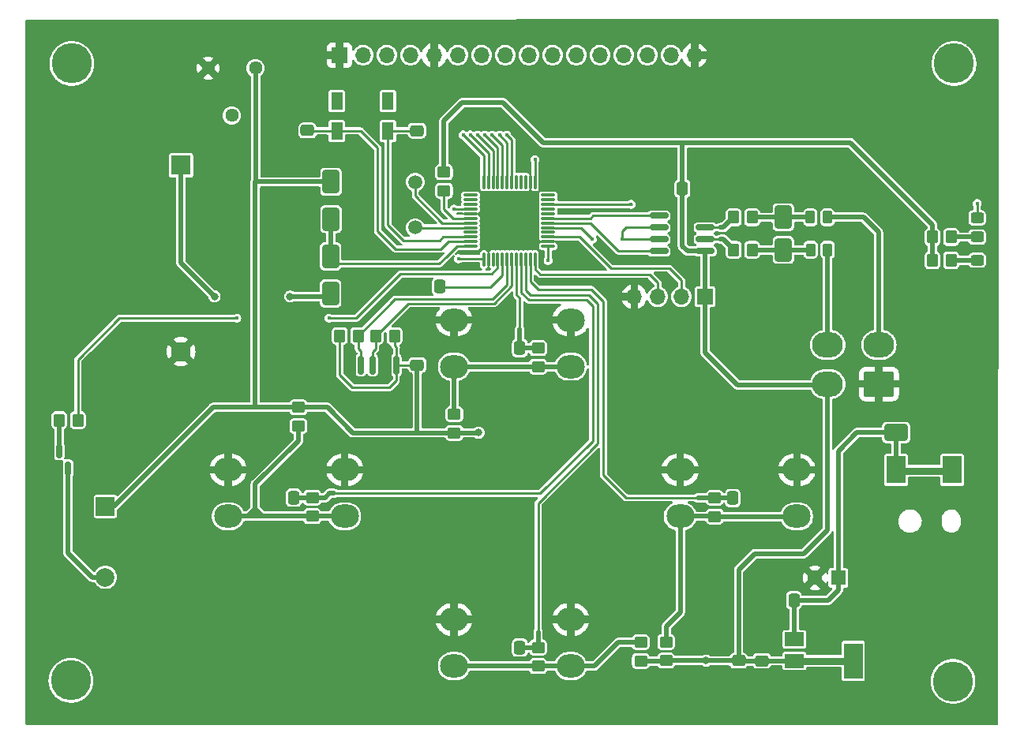
<source format=gbr>
%TF.GenerationSoftware,KiCad,Pcbnew,7.0.9*%
%TF.CreationDate,2024-02-19T11:32:55-03:00*%
%TF.ProjectId,iSTF,69535446-2e6b-4696-9361-645f70636258,rev?*%
%TF.SameCoordinates,Original*%
%TF.FileFunction,Copper,L2,Bot*%
%TF.FilePolarity,Positive*%
%FSLAX46Y46*%
G04 Gerber Fmt 4.6, Leading zero omitted, Abs format (unit mm)*
G04 Created by KiCad (PCBNEW 7.0.9) date 2024-02-19 11:32:55*
%MOMM*%
%LPD*%
G01*
G04 APERTURE LIST*
G04 Aperture macros list*
%AMRoundRect*
0 Rectangle with rounded corners*
0 $1 Rounding radius*
0 $2 $3 $4 $5 $6 $7 $8 $9 X,Y pos of 4 corners*
0 Add a 4 corners polygon primitive as box body*
4,1,4,$2,$3,$4,$5,$6,$7,$8,$9,$2,$3,0*
0 Add four circle primitives for the rounded corners*
1,1,$1+$1,$2,$3*
1,1,$1+$1,$4,$5*
1,1,$1+$1,$6,$7*
1,1,$1+$1,$8,$9*
0 Add four rect primitives between the rounded corners*
20,1,$1+$1,$2,$3,$4,$5,0*
20,1,$1+$1,$4,$5,$6,$7,0*
20,1,$1+$1,$6,$7,$8,$9,0*
20,1,$1+$1,$8,$9,$2,$3,0*%
G04 Aperture macros list end*
%TA.AperFunction,ComponentPad*%
%ADD10C,4.300000*%
%TD*%
%TA.AperFunction,ComponentPad*%
%ADD11O,3.000000X2.500000*%
%TD*%
%TA.AperFunction,ComponentPad*%
%ADD12C,1.500000*%
%TD*%
%TA.AperFunction,SMDPad,CuDef*%
%ADD13RoundRect,0.250000X0.450000X-0.350000X0.450000X0.350000X-0.450000X0.350000X-0.450000X-0.350000X0*%
%TD*%
%TA.AperFunction,SMDPad,CuDef*%
%ADD14RoundRect,0.250000X0.350000X0.450000X-0.350000X0.450000X-0.350000X-0.450000X0.350000X-0.450000X0*%
%TD*%
%TA.AperFunction,SMDPad,CuDef*%
%ADD15RoundRect,0.150000X-0.150000X0.587500X-0.150000X-0.587500X0.150000X-0.587500X0.150000X0.587500X0*%
%TD*%
%TA.AperFunction,SMDPad,CuDef*%
%ADD16R,1.300000X1.900000*%
%TD*%
%TA.AperFunction,SMDPad,CuDef*%
%ADD17RoundRect,0.250000X-0.350000X-0.450000X0.350000X-0.450000X0.350000X0.450000X-0.350000X0.450000X0*%
%TD*%
%TA.AperFunction,SMDPad,CuDef*%
%ADD18RoundRect,0.250000X-0.650000X1.000000X-0.650000X-1.000000X0.650000X-1.000000X0.650000X1.000000X0*%
%TD*%
%TA.AperFunction,SMDPad,CuDef*%
%ADD19RoundRect,0.250000X0.337500X0.475000X-0.337500X0.475000X-0.337500X-0.475000X0.337500X-0.475000X0*%
%TD*%
%TA.AperFunction,SMDPad,CuDef*%
%ADD20RoundRect,0.075000X-0.662500X-0.075000X0.662500X-0.075000X0.662500X0.075000X-0.662500X0.075000X0*%
%TD*%
%TA.AperFunction,SMDPad,CuDef*%
%ADD21RoundRect,0.075000X-0.075000X-0.662500X0.075000X-0.662500X0.075000X0.662500X-0.075000X0.662500X0*%
%TD*%
%TA.AperFunction,SMDPad,CuDef*%
%ADD22RoundRect,0.250000X-0.475000X0.337500X-0.475000X-0.337500X0.475000X-0.337500X0.475000X0.337500X0*%
%TD*%
%TA.AperFunction,SMDPad,CuDef*%
%ADD23RoundRect,0.250000X0.262500X0.450000X-0.262500X0.450000X-0.262500X-0.450000X0.262500X-0.450000X0*%
%TD*%
%TA.AperFunction,SMDPad,CuDef*%
%ADD24RoundRect,0.250000X-0.337500X-0.475000X0.337500X-0.475000X0.337500X0.475000X-0.337500X0.475000X0*%
%TD*%
%TA.AperFunction,ComponentPad*%
%ADD25C,1.440000*%
%TD*%
%TA.AperFunction,SMDPad,CuDef*%
%ADD26RoundRect,0.250000X0.650000X-1.000000X0.650000X1.000000X-0.650000X1.000000X-0.650000X-1.000000X0*%
%TD*%
%TA.AperFunction,ComponentPad*%
%ADD27R,1.700000X1.700000*%
%TD*%
%TA.AperFunction,ComponentPad*%
%ADD28O,1.700000X1.700000*%
%TD*%
%TA.AperFunction,SMDPad,CuDef*%
%ADD29R,2.000000X1.500000*%
%TD*%
%TA.AperFunction,SMDPad,CuDef*%
%ADD30R,2.000000X3.800000*%
%TD*%
%TA.AperFunction,ComponentPad*%
%ADD31R,1.600000X1.600000*%
%TD*%
%TA.AperFunction,ComponentPad*%
%ADD32C,1.600000*%
%TD*%
%TA.AperFunction,SMDPad,CuDef*%
%ADD33RoundRect,0.250000X1.000000X0.650000X-1.000000X0.650000X-1.000000X-0.650000X1.000000X-0.650000X0*%
%TD*%
%TA.AperFunction,ComponentPad*%
%ADD34R,2.100000X2.100000*%
%TD*%
%TA.AperFunction,ComponentPad*%
%ADD35C,2.100000*%
%TD*%
%TA.AperFunction,SMDPad,CuDef*%
%ADD36R,2.000000X3.000000*%
%TD*%
%TA.AperFunction,ComponentPad*%
%ADD37RoundRect,0.250001X1.399999X-1.099999X1.399999X1.099999X-1.399999X1.099999X-1.399999X-1.099999X0*%
%TD*%
%TA.AperFunction,ComponentPad*%
%ADD38O,3.300000X2.700000*%
%TD*%
%TA.AperFunction,SMDPad,CuDef*%
%ADD39RoundRect,0.150000X-0.825000X-0.150000X0.825000X-0.150000X0.825000X0.150000X-0.825000X0.150000X0*%
%TD*%
%TA.AperFunction,ComponentPad*%
%ADD40R,2.000000X2.000000*%
%TD*%
%TA.AperFunction,ComponentPad*%
%ADD41C,2.000000*%
%TD*%
%TA.AperFunction,SMDPad,CuDef*%
%ADD42RoundRect,0.250000X-0.450000X0.350000X-0.450000X-0.350000X0.450000X-0.350000X0.450000X0.350000X0*%
%TD*%
%TA.AperFunction,SMDPad,CuDef*%
%ADD43RoundRect,0.250000X0.475000X-0.337500X0.475000X0.337500X-0.475000X0.337500X-0.475000X-0.337500X0*%
%TD*%
%TA.AperFunction,SMDPad,CuDef*%
%ADD44RoundRect,0.250000X-0.450000X0.325000X-0.450000X-0.325000X0.450000X-0.325000X0.450000X0.325000X0*%
%TD*%
%TA.AperFunction,SMDPad,CuDef*%
%ADD45RoundRect,0.150000X0.150000X-0.825000X0.150000X0.825000X-0.150000X0.825000X-0.150000X-0.825000X0*%
%TD*%
%TA.AperFunction,SMDPad,CuDef*%
%ADD46RoundRect,0.250000X0.450000X-0.325000X0.450000X0.325000X-0.450000X0.325000X-0.450000X-0.325000X0*%
%TD*%
%TA.AperFunction,ViaPad*%
%ADD47C,0.450000*%
%TD*%
%TA.AperFunction,ViaPad*%
%ADD48C,0.800000*%
%TD*%
%TA.AperFunction,Conductor*%
%ADD49C,0.500000*%
%TD*%
%TA.AperFunction,Conductor*%
%ADD50C,0.800000*%
%TD*%
%TA.AperFunction,Conductor*%
%ADD51C,0.250000*%
%TD*%
G04 APERTURE END LIST*
D10*
%TO.P,H4,*%
%TO.N,*%
X196200000Y-133100000D03*
%TD*%
D11*
%TO.P,SW4,1,1*%
%TO.N,GND*%
X142700000Y-126462111D03*
X155200000Y-126462111D03*
%TO.P,SW4,2,2*%
%TO.N,Net-(R10-Pad2)*%
X142700000Y-131462111D03*
X155200000Y-131462111D03*
%TD*%
D10*
%TO.P,H3,*%
%TO.N,*%
X101600000Y-133000000D03*
%TD*%
D11*
%TO.P,SW1,1,1*%
%TO.N,GND*%
X166950000Y-110402111D03*
X179450000Y-110402111D03*
%TO.P,SW1,2,2*%
%TO.N,Net-(R4-Pad2)*%
X166950000Y-115402111D03*
X179450000Y-115402111D03*
%TD*%
D10*
%TO.P,H2,*%
%TO.N,*%
X196300000Y-66800000D03*
%TD*%
D11*
%TO.P,SW2,1,1*%
%TO.N,GND*%
X118470000Y-110392111D03*
X130970000Y-110392111D03*
%TO.P,SW2,2,2*%
%TO.N,Net-(R6-Pad2)*%
X118470000Y-115392111D03*
X130970000Y-115392111D03*
%TD*%
D10*
%TO.P,H1,*%
%TO.N,*%
X101700000Y-66800000D03*
%TD*%
D12*
%TO.P,Y1,1,1*%
%TO.N,OSC1*%
X138530000Y-79532111D03*
%TO.P,Y1,2,2*%
%TO.N,OSC2*%
X138530000Y-84412111D03*
%TD*%
D11*
%TO.P,SW3,1,1*%
%TO.N,GND*%
X142700000Y-94332111D03*
X155200000Y-94332111D03*
%TO.P,SW3,2,2*%
%TO.N,Net-(R8-Pad2)*%
X142700000Y-99332111D03*
X155200000Y-99332111D03*
%TD*%
D13*
%TO.P,R1,1*%
%TO.N,/Mcu/NRST*%
X141610000Y-80462111D03*
%TO.P,R1,2*%
%TO.N,VDD*%
X141610000Y-78462111D03*
%TD*%
D14*
%TO.P,R14,1*%
%TO.N,/Mcu/BZ1*%
X102350000Y-105082111D03*
%TO.P,R14,2*%
%TO.N,Net-(Q1-B)*%
X100350000Y-105082111D03*
%TD*%
D15*
%TO.P,Q1,1,B*%
%TO.N,Net-(Q1-B)*%
X100350000Y-108394611D03*
%TO.P,Q1,2,E*%
%TO.N,GND*%
X102250000Y-108394611D03*
%TO.P,Q1,3,C*%
%TO.N,Net-(BZ1-+)*%
X101300000Y-110269611D03*
%TD*%
D16*
%TO.P,Y2,1,1*%
%TO.N,RTC1*%
X135610000Y-74032111D03*
%TO.P,Y2,2,2*%
%TO.N,RTC2*%
X130110000Y-74032111D03*
%TO.P,Y2,3*%
%TO.N,N/C*%
X130110000Y-70832111D03*
%TO.P,Y2,4*%
X135610000Y-70832111D03*
%TD*%
D17*
%TO.P,R3,1*%
%TO.N,VDD*%
X194000000Y-87925000D03*
%TO.P,R3,2*%
%TO.N,Net-(D5-A)*%
X196000000Y-87925000D03*
%TD*%
%TO.P,R13,1*%
%TO.N,SCL*%
X134300000Y-96042111D03*
%TO.P,R13,2*%
%TO.N,VDD*%
X136300000Y-96042111D03*
%TD*%
D18*
%TO.P,D8,1,A1*%
%TO.N,GND*%
X178000000Y-79292111D03*
%TO.P,D8,2,A2*%
%TO.N,Net-(D8-A2)*%
X178000000Y-83292111D03*
%TD*%
D13*
%TO.P,R4,1*%
%TO.N,VDD*%
X165440000Y-130872111D03*
%TO.P,R4,2*%
%TO.N,Net-(R4-Pad2)*%
X165440000Y-128872111D03*
%TD*%
D19*
%TO.P,C16,1*%
%TO.N,GND*%
X174667500Y-113422111D03*
%TO.P,C16,2*%
%TO.N,TCF*%
X172592500Y-113422111D03*
%TD*%
D20*
%TO.P,U2,1,VBAT*%
%TO.N,VBAT*%
X144467500Y-86420388D03*
%TO.P,U2,2,PC13*%
%TO.N,RTC2*%
X144467500Y-85920388D03*
%TO.P,U2,3,PC14*%
%TO.N,RTC1*%
X144467500Y-85420388D03*
%TO.P,U2,4,PC15*%
%TO.N,unconnected-(U2-PC15-Pad4)*%
X144467500Y-84920388D03*
%TO.P,U2,5,PD0*%
%TO.N,OSC2*%
X144467500Y-84420388D03*
%TO.P,U2,6,PD1*%
%TO.N,OSC1*%
X144467500Y-83920388D03*
%TO.P,U2,7,NRST*%
%TO.N,/Mcu/NRST*%
X144467500Y-83420388D03*
%TO.P,U2,8,VSSA*%
%TO.N,GND*%
X144467500Y-82920388D03*
%TO.P,U2,9,VDDA*%
%TO.N,VDD*%
X144467500Y-82420388D03*
%TO.P,U2,10,PA0*%
%TO.N,unconnected-(U2-PA0-Pad10)*%
X144467500Y-81920388D03*
%TO.P,U2,11,PA1*%
%TO.N,unconnected-(U2-PA1-Pad11)*%
X144467500Y-81420388D03*
%TO.P,U2,12,PA2*%
%TO.N,unconnected-(U2-PA2-Pad12)*%
X144467500Y-80920388D03*
D21*
%TO.P,U2,13,PA3*%
%TO.N,/Mcu/RS*%
X145880000Y-79507888D03*
%TO.P,U2,14,PA4*%
%TO.N,/Mcu/EN*%
X146380000Y-79507888D03*
%TO.P,U2,15,PA5*%
%TO.N,/Mcu/D4*%
X146880000Y-79507888D03*
%TO.P,U2,16,PA6*%
%TO.N,/Mcu/D5*%
X147380000Y-79507888D03*
%TO.P,U2,17,PA7*%
%TO.N,/Mcu/D6*%
X147880000Y-79507888D03*
%TO.P,U2,18,PB0*%
%TO.N,/Mcu/D7*%
X148380000Y-79507888D03*
%TO.P,U2,19,PB1*%
%TO.N,/Mcu/BLT*%
X148880000Y-79507888D03*
%TO.P,U2,20,PB2*%
%TO.N,unconnected-(U2-PB2-Pad20)*%
X149380000Y-79507888D03*
%TO.P,U2,21,PB10*%
%TO.N,unconnected-(U2-PB10-Pad21)*%
X149880000Y-79507888D03*
%TO.P,U2,22,PB11*%
%TO.N,unconnected-(U2-PB11-Pad22)*%
X150380000Y-79507888D03*
%TO.P,U2,23,VSS*%
%TO.N,GND*%
X150880000Y-79507888D03*
%TO.P,U2,24,VDD*%
%TO.N,VDD*%
X151380000Y-79507888D03*
D20*
%TO.P,U2,25,PB12*%
%TO.N,unconnected-(U2-PB12-Pad25)*%
X152792500Y-80920388D03*
%TO.P,U2,26,PB13*%
%TO.N,unconnected-(U2-PB13-Pad26)*%
X152792500Y-81420388D03*
%TO.P,U2,27,PB14*%
%TO.N,/Mcu/LED_ON*%
X152792500Y-81920388D03*
%TO.P,U2,28,PB15*%
%TO.N,unconnected-(U2-PB15-Pad28)*%
X152792500Y-82420388D03*
%TO.P,U2,29,PA8*%
%TO.N,unconnected-(U2-PA8-Pad29)*%
X152792500Y-82920388D03*
%TO.P,U2,30,PA9*%
%TO.N,TX*%
X152792500Y-83420388D03*
%TO.P,U2,31,PA10*%
%TO.N,RX*%
X152792500Y-83920388D03*
%TO.P,U2,32,PA11*%
%TO.N,RSIO*%
X152792500Y-84420388D03*
%TO.P,U2,33,PA12*%
%TO.N,unconnected-(U2-PA12-Pad33)*%
X152792500Y-84920388D03*
%TO.P,U2,34,PA13*%
%TO.N,/Mcu/SWDIO*%
X152792500Y-85420388D03*
%TO.P,U2,35,VSS*%
%TO.N,GND*%
X152792500Y-85920388D03*
%TO.P,U2,36,VDD*%
%TO.N,VDD*%
X152792500Y-86420388D03*
D21*
%TO.P,U2,37,PA14*%
%TO.N,/Mcu/SWCLK*%
X151380000Y-87832888D03*
%TO.P,U2,38,PA15*%
%TO.N,TCF*%
X150880000Y-87832888D03*
%TO.P,U2,39,PB3*%
%TO.N,TBX*%
X150380000Y-87832888D03*
%TO.P,U2,40,PB4*%
%TO.N,TVL*%
X149880000Y-87832888D03*
%TO.P,U2,41,PB5*%
%TO.N,TCM*%
X149380000Y-87832888D03*
%TO.P,U2,42,PB6*%
%TO.N,SCL*%
X148880000Y-87832888D03*
%TO.P,U2,43,PB7*%
%TO.N,SDA*%
X148380000Y-87832888D03*
%TO.P,U2,44,BOOT0*%
%TO.N,Net-(U2-BOOT0)*%
X147880000Y-87832888D03*
%TO.P,U2,45,PB8*%
%TO.N,/Mcu/BZ1*%
X147380000Y-87832888D03*
%TO.P,U2,46,PB9*%
%TO.N,unconnected-(U2-PB9-Pad46)*%
X146880000Y-87832888D03*
%TO.P,U2,47,VSS*%
%TO.N,GND*%
X146380000Y-87832888D03*
%TO.P,U2,48,VDD*%
%TO.N,VDD*%
X145880000Y-87832888D03*
%TD*%
D22*
%TO.P,C14,1*%
%TO.N,GND*%
X126970000Y-71914611D03*
%TO.P,C14,2*%
%TO.N,RTC2*%
X126970000Y-73989611D03*
%TD*%
D23*
%TO.P,TH1,1*%
%TO.N,Net-(J2-Pin_4)*%
X182752500Y-86792111D03*
%TO.P,TH1,2*%
%TO.N,Net-(D6-A2)*%
X180927500Y-86792111D03*
%TD*%
D24*
%TO.P,C19,1*%
%TO.N,GND*%
X147662500Y-129472111D03*
%TO.P,C19,2*%
%TO.N,TBX*%
X149737500Y-129472111D03*
%TD*%
D25*
%TO.P,RV1,1,1*%
%TO.N,VDD*%
X121400000Y-67300000D03*
%TO.P,RV1,2,2*%
%TO.N,/Mcu/V0*%
X118860000Y-72380000D03*
%TO.P,RV1,3,3*%
%TO.N,GND*%
X116320000Y-67300000D03*
%TD*%
D26*
%TO.P,D6,1,A1*%
%TO.N,GND*%
X178000000Y-90802111D03*
%TO.P,D6,2,A2*%
%TO.N,Net-(D6-A2)*%
X178000000Y-86802111D03*
%TD*%
D27*
%TO.P,J4,1,Pin_1*%
%TO.N,GND*%
X130400000Y-65907888D03*
D28*
%TO.P,J4,2,Pin_2*%
%TO.N,VDD*%
X132940000Y-65907888D03*
%TO.P,J4,3,Pin_3*%
%TO.N,/Mcu/V0*%
X135480000Y-65907888D03*
%TO.P,J4,4,Pin_4*%
%TO.N,/Mcu/RS*%
X138020000Y-65907888D03*
%TO.P,J4,5,Pin_5*%
%TO.N,GND*%
X140560000Y-65907888D03*
%TO.P,J4,6,Pin_6*%
%TO.N,/Mcu/EN*%
X143100000Y-65907888D03*
%TO.P,J4,7,Pin_7*%
%TO.N,unconnected-(J4-Pin_7-Pad7)*%
X145640000Y-65907888D03*
%TO.P,J4,8,Pin_8*%
%TO.N,unconnected-(J4-Pin_8-Pad8)*%
X148180000Y-65907888D03*
%TO.P,J4,9,Pin_9*%
%TO.N,unconnected-(J4-Pin_9-Pad9)*%
X150720000Y-65907888D03*
%TO.P,J4,10,Pin_10*%
%TO.N,unconnected-(J4-Pin_10-Pad10)*%
X153260000Y-65907888D03*
%TO.P,J4,11,Pin_11*%
%TO.N,/Mcu/D4*%
X155800000Y-65907888D03*
%TO.P,J4,12,Pin_12*%
%TO.N,/Mcu/D5*%
X158340000Y-65907888D03*
%TO.P,J4,13,Pin_13*%
%TO.N,/Mcu/D6*%
X160880000Y-65907888D03*
%TO.P,J4,14,Pin_14*%
%TO.N,/Mcu/D7*%
X163420000Y-65907888D03*
%TO.P,J4,15,Pin_15*%
%TO.N,/Mcu/BLT*%
X165960000Y-65907888D03*
%TO.P,J4,16,Pin_16*%
%TO.N,GND*%
X168500000Y-65907888D03*
%TD*%
D24*
%TO.P,C17,1*%
%TO.N,GND*%
X123442500Y-113402111D03*
%TO.P,C17,2*%
%TO.N,TVL*%
X125517500Y-113402111D03*
%TD*%
D14*
%TO.P,R16,1*%
%TO.N,Net-(D8-A2)*%
X174670000Y-83312111D03*
%TO.P,R16,2*%
%TO.N,Net-(U5-A)*%
X172670000Y-83312111D03*
%TD*%
%TO.P,R15,1*%
%TO.N,Net-(D6-A2)*%
X174670000Y-86802111D03*
%TO.P,R15,2*%
%TO.N,Net-(U5-B)*%
X172670000Y-86802111D03*
%TD*%
D29*
%TO.P,U3,1,GND*%
%TO.N,GND*%
X179190000Y-133202111D03*
%TO.P,U3,2,VO*%
%TO.N,VDD*%
X179190000Y-130902111D03*
D30*
X185490000Y-130902111D03*
D29*
%TO.P,U3,3,VI*%
%TO.N,Net-(D1-A2)*%
X179190000Y-128602111D03*
%TD*%
D31*
%TO.P,C1,1*%
%TO.N,Net-(D1-A2)*%
X183905113Y-122000000D03*
D32*
%TO.P,C1,2*%
%TO.N,GND*%
X181405113Y-122000000D03*
%TD*%
D33*
%TO.P,D1,1,A1*%
%TO.N,GND*%
X194100000Y-106400000D03*
%TO.P,D1,2,A2*%
%TO.N,Net-(D1-A2)*%
X190100000Y-106400000D03*
%TD*%
D27*
%TO.P,J1,1,Pin_1*%
%TO.N,VDD*%
X169630000Y-91822111D03*
D28*
%TO.P,J1,2,Pin_2*%
%TO.N,/Mcu/SWDIO*%
X167090000Y-91822111D03*
%TO.P,J1,3,Pin_3*%
%TO.N,/Mcu/SWCLK*%
X164550000Y-91822111D03*
%TO.P,J1,4,Pin_4*%
%TO.N,GND*%
X162010000Y-91822111D03*
%TD*%
D17*
%TO.P,R2,1*%
%TO.N,VDD*%
X194000000Y-85425000D03*
%TO.P,R2,2*%
%TO.N,Net-(D4-A)*%
X196000000Y-85425000D03*
%TD*%
D26*
%TO.P,D2,1,K*%
%TO.N,VBAT*%
X129500000Y-83499611D03*
%TO.P,D2,2,A*%
%TO.N,VDD*%
X129500000Y-79499611D03*
%TD*%
D34*
%TO.P,J3,1,Pin_1*%
%TO.N,Net-(D3-A)*%
X113400000Y-77710914D03*
D35*
%TO.P,J3,2,Pin_2*%
%TO.N,GND*%
X113400000Y-97710914D03*
%TD*%
D36*
%TO.P,J5,1*%
%TO.N,Net-(D1-A2)*%
X196100000Y-110400000D03*
X190100000Y-110400000D03*
%TO.P,J5,2*%
%TO.N,GND*%
X190100000Y-121400000D03*
%TO.P,J5,3*%
X196100000Y-121400000D03*
%TD*%
D18*
%TO.P,D3,1,K*%
%TO.N,VBAT*%
X129460000Y-87492111D03*
%TO.P,D3,2,A*%
%TO.N,Net-(D3-A)*%
X129460000Y-91492111D03*
%TD*%
D13*
%TO.P,R7,1*%
%TO.N,Net-(R6-Pad2)*%
X127490000Y-115392111D03*
%TO.P,R7,2*%
%TO.N,TVL*%
X127490000Y-113392111D03*
%TD*%
D37*
%TO.P,J2,1,Pin_1*%
%TO.N,GND*%
X188250000Y-101200000D03*
D38*
%TO.P,J2,2,Pin_2*%
%TO.N,Net-(J2-Pin_2)*%
X188250000Y-97000000D03*
%TO.P,J2,3,Pin_3*%
%TO.N,VDD*%
X182750000Y-101200000D03*
%TO.P,J2,4,Pin_4*%
%TO.N,Net-(J2-Pin_4)*%
X182750000Y-97000000D03*
%TD*%
D13*
%TO.P,R8,1*%
%TO.N,VDD*%
X142720000Y-106432111D03*
%TO.P,R8,2*%
%TO.N,Net-(R8-Pad2)*%
X142720000Y-104432111D03*
%TD*%
D39*
%TO.P,U5,1,R*%
%TO.N,RX*%
X164665000Y-86937111D03*
%TO.P,U5,2,~{RE}*%
%TO.N,RSIO*%
X164665000Y-85667111D03*
%TO.P,U5,3,DE*%
X164665000Y-84397111D03*
%TO.P,U5,4,D*%
%TO.N,TX*%
X164665000Y-83127111D03*
%TO.P,U5,5,GND*%
%TO.N,GND*%
X169615000Y-83127111D03*
%TO.P,U5,6,A*%
%TO.N,Net-(U5-A)*%
X169615000Y-84397111D03*
%TO.P,U5,7,B*%
%TO.N,Net-(U5-B)*%
X169615000Y-85667111D03*
%TO.P,U5,8,VCC*%
%TO.N,VDD*%
X169615000Y-86937111D03*
%TD*%
D40*
%TO.P,BZ1,1,-*%
%TO.N,VDD*%
X105300000Y-114332111D03*
D41*
%TO.P,BZ1,2,+*%
%TO.N,Net-(BZ1-+)*%
X105300000Y-121932111D03*
%TD*%
D22*
%TO.P,C20,1*%
%TO.N,GND*%
X138740000Y-97084611D03*
%TO.P,C20,2*%
%TO.N,VDD*%
X138740000Y-99159611D03*
%TD*%
D42*
%TO.P,R6,1*%
%TO.N,VDD*%
X126000000Y-103700000D03*
%TO.P,R6,2*%
%TO.N,Net-(R6-Pad2)*%
X126000000Y-105700000D03*
%TD*%
D24*
%TO.P,C2,1*%
%TO.N,GND*%
X177062500Y-124400000D03*
%TO.P,C2,2*%
%TO.N,Net-(D1-A2)*%
X179137500Y-124400000D03*
%TD*%
D43*
%TO.P,C4,1*%
%TO.N,GND*%
X173210000Y-132969611D03*
%TO.P,C4,2*%
%TO.N,VDD*%
X173210000Y-130894611D03*
%TD*%
D22*
%TO.P,C13,1*%
%TO.N,GND*%
X138720000Y-71934611D03*
%TO.P,C13,2*%
%TO.N,RTC1*%
X138720000Y-74009611D03*
%TD*%
D13*
%TO.P,R5,1*%
%TO.N,Net-(R4-Pad2)*%
X170640000Y-115412111D03*
%TO.P,R5,2*%
%TO.N,TCF*%
X170640000Y-113412111D03*
%TD*%
D43*
%TO.P,C3,1*%
%TO.N,GND*%
X175690000Y-132979611D03*
%TO.P,C3,2*%
%TO.N,VDD*%
X175690000Y-130904611D03*
%TD*%
D44*
%TO.P,D4,1,K*%
%TO.N,/Mcu/LED_ON*%
X198800000Y-83375000D03*
%TO.P,D4,2,A*%
%TO.N,Net-(D4-A)*%
X198800000Y-85425000D03*
%TD*%
D23*
%TO.P,TH2,1*%
%TO.N,Net-(J2-Pin_2)*%
X182732500Y-83302111D03*
%TO.P,TH2,2*%
%TO.N,Net-(D8-A2)*%
X180907500Y-83302111D03*
%TD*%
D14*
%TO.P,R12,1*%
%TO.N,SDA*%
X132420000Y-96042111D03*
%TO.P,R12,2*%
%TO.N,VDD*%
X130420000Y-96042111D03*
%TD*%
D13*
%TO.P,R10,1*%
%TO.N,VDD*%
X162720000Y-130912111D03*
%TO.P,R10,2*%
%TO.N,Net-(R10-Pad2)*%
X162720000Y-128912111D03*
%TD*%
%TO.P,R9,1*%
%TO.N,Net-(R8-Pad2)*%
X151700000Y-99342111D03*
%TO.P,R9,2*%
%TO.N,TCM*%
X151700000Y-97342111D03*
%TD*%
D45*
%TO.P,U1,1,A0*%
%TO.N,GND*%
X136505000Y-104117111D03*
%TO.P,U1,2,A1*%
X135235000Y-104117111D03*
%TO.P,U1,3,A2*%
X133965000Y-104117111D03*
%TO.P,U1,4,GND*%
X132695000Y-104117111D03*
%TO.P,U1,5,SDA*%
%TO.N,SDA*%
X132695000Y-99167111D03*
%TO.P,U1,6,SCL*%
%TO.N,SCL*%
X133965000Y-99167111D03*
%TO.P,U1,7,WP*%
%TO.N,GND*%
X135235000Y-99167111D03*
%TO.P,U1,8,VCC*%
%TO.N,VDD*%
X136505000Y-99167111D03*
%TD*%
D24*
%TO.P,C18,1*%
%TO.N,GND*%
X147662500Y-97342111D03*
%TO.P,C18,2*%
%TO.N,TCM*%
X149737500Y-97342111D03*
%TD*%
D46*
%TO.P,D5,1,K*%
%TO.N,GND*%
X198800000Y-89950000D03*
%TO.P,D5,2,A*%
%TO.N,Net-(D5-A)*%
X198800000Y-87900000D03*
%TD*%
D24*
%TO.P,C15,1*%
%TO.N,GND*%
X139102500Y-90742111D03*
%TO.P,C15,2*%
%TO.N,Net-(U2-BOOT0)*%
X141177500Y-90742111D03*
%TD*%
%TO.P,C10,1*%
%TO.N,GND*%
X165102500Y-80242111D03*
%TO.P,C10,2*%
%TO.N,VDD*%
X167177500Y-80242111D03*
%TD*%
D13*
%TO.P,R11,1*%
%TO.N,Net-(R10-Pad2)*%
X151700000Y-131472111D03*
%TO.P,R11,2*%
%TO.N,TBX*%
X151700000Y-129472111D03*
%TD*%
D47*
%TO.N,GND*%
X110200000Y-99200000D03*
D48*
%TO.N,Net-(D3-A)*%
X125109087Y-91802111D03*
X117000000Y-91800000D03*
%TO.N,VDD*%
X145310000Y-106412111D03*
D47*
X152780000Y-87952111D03*
X143160000Y-87762111D03*
X151370000Y-77102111D03*
X142690000Y-82422111D03*
D48*
X169720000Y-130882111D03*
D47*
%TO.N,GND*%
X111760000Y-69697888D03*
X130730000Y-104127888D03*
X158990000Y-126427888D03*
X177000000Y-122100000D03*
X138790000Y-94347888D03*
X135230000Y-100697888D03*
X198790000Y-91570777D03*
X151240000Y-81017888D03*
X174470000Y-134677888D03*
X105050000Y-89247888D03*
X193700000Y-101307888D03*
X163340000Y-79407888D03*
X137620000Y-70217888D03*
D48*
X132530000Y-82017888D03*
D47*
X138810000Y-126447888D03*
X146690000Y-94317888D03*
X115260000Y-110397888D03*
X147560000Y-127497888D03*
X169610000Y-80927888D03*
X137460000Y-90787888D03*
X103840000Y-108397888D03*
X148610000Y-84227888D03*
X162020000Y-94307888D03*
X151420000Y-94297888D03*
X178030000Y-77057888D03*
X188170000Y-121937888D03*
X126920000Y-69967888D03*
X148610000Y-86277888D03*
X127720000Y-110387888D03*
X155030000Y-88017888D03*
X178070000Y-93507888D03*
%TO.N,/Mcu/LED_ON*%
X161690000Y-81922111D03*
X198800000Y-81825000D03*
%TO.N,/Mcu/RS*%
X143670000Y-74472111D03*
%TO.N,/Mcu/EN*%
X144438556Y-74463555D03*
%TO.N,/Mcu/D4*%
X145228415Y-74476302D03*
%TO.N,/Mcu/D5*%
X146006451Y-74477226D03*
%TO.N,/Mcu/D6*%
X146786591Y-74480255D03*
%TO.N,/Mcu/D7*%
X147567431Y-74483983D03*
%TO.N,/Mcu/BLT*%
X148350000Y-74482111D03*
%TO.N,/Mcu/BZ1*%
X129300000Y-94132111D03*
X119400000Y-94132111D03*
%TO.N,RSIO*%
X157510000Y-85652111D03*
X160750000Y-85652111D03*
%TD*%
D49*
%TO.N,VDD*%
X182667889Y-101282111D02*
X182750000Y-101200000D01*
X169615000Y-97817111D02*
X173080000Y-101282111D01*
X169615000Y-86937111D02*
X169615000Y-97817111D01*
X173080000Y-101282111D02*
X182667889Y-101282111D01*
X182700000Y-101250000D02*
X182750000Y-101200000D01*
X182700000Y-116882111D02*
X182700000Y-101250000D01*
X180170000Y-119412111D02*
X182700000Y-116882111D01*
X173210000Y-121122111D02*
X174920000Y-119412111D01*
X174920000Y-119412111D02*
X180170000Y-119412111D01*
X173210000Y-130894611D02*
X173210000Y-121122111D01*
%TO.N,Net-(D1-A2)*%
X183905113Y-123294887D02*
X182800000Y-124400000D01*
X182800000Y-124400000D02*
X179137500Y-124400000D01*
X183905113Y-111400000D02*
X183905113Y-123294887D01*
%TO.N,Net-(J2-Pin_2)*%
X188200000Y-84900000D02*
X188200000Y-96950000D01*
X186602111Y-83302111D02*
X188200000Y-84900000D01*
X188200000Y-96950000D02*
X188332111Y-97082111D01*
X182732500Y-83302111D02*
X186602111Y-83302111D01*
%TO.N,Net-(J2-Pin_4)*%
X182752500Y-96902500D02*
X182932111Y-97082111D01*
X182752500Y-86792111D02*
X182752500Y-96902500D01*
%TO.N,VDD*%
X116847888Y-103700000D02*
X106215777Y-114332111D01*
X121380000Y-103700000D02*
X116847888Y-103700000D01*
X121380000Y-101907888D02*
X121380000Y-103700000D01*
X121380000Y-103680000D02*
X121380000Y-101907888D01*
X131832111Y-106432111D02*
X129100000Y-103700000D01*
X129100000Y-103700000D02*
X121400000Y-103700000D01*
X138760000Y-106432111D02*
X131832111Y-106432111D01*
X121400000Y-103700000D02*
X121380000Y-103680000D01*
%TO.N,Net-(D3-A)*%
X113400000Y-88200000D02*
X117000000Y-91800000D01*
X113400000Y-77710914D02*
X113400000Y-88200000D01*
%TO.N,VDD*%
X121400000Y-67300000D02*
X121400000Y-79499611D01*
X121400000Y-79499611D02*
X121380000Y-79519611D01*
%TO.N,Net-(R6-Pad2)*%
X126000000Y-105700000D02*
X126000000Y-107300000D01*
X121380000Y-111920000D02*
X121380000Y-114567888D01*
X126000000Y-107300000D02*
X121380000Y-111920000D01*
%TO.N,VDD*%
X185207888Y-75307888D02*
X167249223Y-75307888D01*
X194000000Y-84100000D02*
X185207888Y-75307888D01*
X167249223Y-75307888D02*
X167177500Y-75379611D01*
X194000000Y-85425000D02*
X194000000Y-84100000D01*
D50*
%TO.N,Net-(D1-A2)*%
X195997889Y-110502111D02*
X190202111Y-110502111D01*
X190202111Y-110502111D02*
X190100000Y-110400000D01*
X196100000Y-110400000D02*
X195997889Y-110502111D01*
D49*
X183905113Y-108394887D02*
X183905113Y-111400000D01*
X185900000Y-106400000D02*
X183905113Y-108394887D01*
X190100000Y-106400000D02*
X185900000Y-106400000D01*
X190100000Y-110400000D02*
X190100000Y-106400000D01*
X183905113Y-111226998D02*
X183905113Y-111400000D01*
X179170000Y-128582111D02*
X179190000Y-128602111D01*
X179170000Y-124309611D02*
X179170000Y-128582111D01*
%TO.N,VDD*%
X173220000Y-130904611D02*
X173210000Y-130894611D01*
X143570000Y-71002111D02*
X141610000Y-72962111D01*
D51*
X142690000Y-82422111D02*
X144467500Y-82422111D01*
D49*
X142720000Y-106432111D02*
X145290000Y-106432111D01*
X167730000Y-86942111D02*
X167735000Y-86937111D01*
X106215777Y-114332111D02*
X104900000Y-114332111D01*
X173210000Y-130894611D02*
X169732500Y-130894611D01*
X167105777Y-75307888D02*
X152240000Y-75307888D01*
D51*
X143170000Y-87752111D02*
X144850000Y-87752111D01*
X152780000Y-87952111D02*
X152780000Y-86434611D01*
X136505000Y-99167111D02*
X138732500Y-99167111D01*
D49*
X167177500Y-80242111D02*
X167177500Y-75379611D01*
X129500000Y-79499611D02*
X121360000Y-79499611D01*
X138740000Y-106412111D02*
X138760000Y-106432111D01*
X167177500Y-75379611D02*
X167105777Y-75307888D01*
X165400000Y-130912111D02*
X165440000Y-130872111D01*
D51*
X130420000Y-100202111D02*
X131790000Y-101572111D01*
D49*
X175690000Y-130904611D02*
X173220000Y-130904611D01*
X167735000Y-86937111D02*
X169615000Y-86937111D01*
D51*
X145290000Y-106432111D02*
X145310000Y-106412111D01*
X151370000Y-79499611D02*
X151380000Y-79509611D01*
X130420000Y-96042111D02*
X130420000Y-100202111D01*
D49*
X142720000Y-106432111D02*
X138760000Y-106432111D01*
X179190000Y-130902111D02*
X175692500Y-130902111D01*
X141610000Y-72962111D02*
X141610000Y-78462111D01*
X194000000Y-87925000D02*
X194000000Y-85425000D01*
D51*
X136300000Y-96042111D02*
X136300000Y-97032111D01*
X131790000Y-101572111D02*
X135770000Y-101572111D01*
D49*
X169710000Y-130872111D02*
X169720000Y-130882111D01*
X121380000Y-101907888D02*
X121380000Y-79519611D01*
D51*
X136505000Y-100837111D02*
X136505000Y-99167111D01*
X152780000Y-86434611D02*
X152792500Y-86422111D01*
D49*
X106215777Y-114332111D02*
X105300000Y-114332111D01*
D51*
X136505000Y-97237111D02*
X136505000Y-99167111D01*
X144850000Y-87752111D02*
X145797500Y-87752111D01*
X138732500Y-99167111D02*
X138740000Y-99159611D01*
D49*
X165440000Y-130872111D02*
X169710000Y-130872111D01*
D51*
X151370000Y-77102111D02*
X151370000Y-79499611D01*
D49*
X138740000Y-99159611D02*
X138740000Y-106412111D01*
X152240000Y-75307888D02*
X147934223Y-71002111D01*
D50*
X179190000Y-130902111D02*
X185490000Y-130902111D01*
D49*
X167177500Y-80242111D02*
X167177500Y-86389611D01*
D51*
X145797500Y-87752111D02*
X145880000Y-87834611D01*
D49*
X169732500Y-130894611D02*
X169720000Y-130882111D01*
D51*
X135770000Y-101572111D02*
X136505000Y-100837111D01*
X136300000Y-97032111D02*
X136505000Y-97237111D01*
D49*
X147934223Y-71002111D02*
X143570000Y-71002111D01*
X162720000Y-130912111D02*
X165400000Y-130912111D01*
X167177500Y-86389611D02*
X167730000Y-86942111D01*
X175692500Y-130902111D02*
X175690000Y-130904611D01*
X121380000Y-79519611D02*
X121360000Y-79499611D01*
%TO.N,Net-(BZ1-+)*%
X103900000Y-121932111D02*
X105300000Y-121932111D01*
X101300000Y-119332111D02*
X103900000Y-121932111D01*
X101300000Y-110269611D02*
X101300000Y-119332111D01*
D51*
%TO.N,OSC1*%
X141450000Y-83922111D02*
X138530000Y-81002111D01*
X144467500Y-83922111D02*
X141450000Y-83922111D01*
X138530000Y-81002111D02*
X138530000Y-79532111D01*
%TO.N,OSC2*%
X138540000Y-84422111D02*
X138530000Y-84412111D01*
X144467500Y-84422111D02*
X138540000Y-84422111D01*
%TO.N,RTC1*%
X135610000Y-74032111D02*
X138372500Y-74032111D01*
X135610000Y-74032111D02*
X135610000Y-84152111D01*
X141530000Y-85422111D02*
X144467500Y-85422111D01*
X137230000Y-85772111D02*
X141180000Y-85772111D01*
X135610000Y-84152111D02*
X137230000Y-85772111D01*
X141180000Y-85772111D02*
X141530000Y-85422111D01*
X138372500Y-74032111D02*
X138402500Y-74002111D01*
%TO.N,RTC2*%
X130110000Y-74032111D02*
X132670000Y-74032111D01*
X134490000Y-75852111D02*
X134490000Y-84792111D01*
X141270000Y-86732111D02*
X142080000Y-85922111D01*
X144467500Y-85922111D02*
X142080000Y-85922111D01*
X134490000Y-84792111D02*
X136430000Y-86732111D01*
X132670000Y-74032111D02*
X134490000Y-75852111D01*
X127337500Y-74032111D02*
X130110000Y-74032111D01*
X136430000Y-86732111D02*
X141270000Y-86732111D01*
%TO.N,Net-(U2-BOOT0)*%
X141417500Y-90822111D02*
X141417500Y-90232111D01*
X147880000Y-87834611D02*
X147880000Y-89552111D01*
X146610000Y-90822111D02*
X141417500Y-90822111D01*
X147880000Y-89552111D02*
X146610000Y-90822111D01*
D49*
%TO.N,TCF*%
X170650000Y-113422111D02*
X170640000Y-113412111D01*
D51*
X158710000Y-92352111D02*
X158710000Y-110982111D01*
D49*
X172592500Y-113422111D02*
X170650000Y-113422111D01*
X170640000Y-113412111D02*
X168840000Y-113412111D01*
D51*
X150880000Y-87834611D02*
X150880000Y-90232111D01*
X151700000Y-91052111D02*
X157410000Y-91052111D01*
X161140000Y-113412111D02*
X168840000Y-113412111D01*
X157410000Y-91052111D02*
X158710000Y-92352111D01*
X150880000Y-90232111D02*
X151700000Y-91052111D01*
X158710000Y-110982111D02*
X161140000Y-113412111D01*
%TO.N,TVL*%
X156880000Y-92182111D02*
X150690000Y-92182111D01*
D49*
X127490000Y-113392111D02*
X128880000Y-113392111D01*
X128880000Y-113392111D02*
X129340000Y-112932111D01*
X127480000Y-113402111D02*
X127490000Y-113392111D01*
D51*
X151940000Y-112932111D02*
X157550000Y-107322111D01*
D49*
X125517500Y-113402111D02*
X127480000Y-113402111D01*
D51*
X157550000Y-107322111D02*
X157550000Y-92852111D01*
X129840000Y-112932111D02*
X151940000Y-112932111D01*
D49*
X129340000Y-112932111D02*
X129840000Y-112932111D01*
D51*
X149880000Y-91372111D02*
X149880000Y-87834611D01*
X150690000Y-92182111D02*
X149880000Y-91372111D01*
X157550000Y-92852111D02*
X156880000Y-92182111D01*
%TO.N,TCM*%
X149740000Y-97247809D02*
X149645698Y-97342111D01*
X149380000Y-87832888D02*
X149380000Y-91600309D01*
X149740000Y-95307888D02*
X149740000Y-97247809D01*
D49*
X149737500Y-95310388D02*
X149740000Y-95307888D01*
D51*
X149730000Y-97334611D02*
X149737500Y-97342111D01*
D49*
X149737500Y-97342111D02*
X149737500Y-95310388D01*
D51*
X149380000Y-91600309D02*
X149740000Y-91960309D01*
D49*
X151700000Y-97342111D02*
X149737500Y-97342111D01*
D51*
X149740000Y-91960309D02*
X149740000Y-95307888D01*
%TO.N,TBX*%
X150380000Y-87834611D02*
X150380000Y-91122111D01*
X150380000Y-91122111D02*
X150880000Y-91622111D01*
X157140000Y-91622111D02*
X158110000Y-92592111D01*
D49*
X149737500Y-129472111D02*
X151700000Y-129472111D01*
D51*
X150880000Y-91622111D02*
X157140000Y-91622111D01*
X158110000Y-107582111D02*
X151700000Y-113992111D01*
X151700000Y-113992111D02*
X151700000Y-127807888D01*
X158110000Y-92592111D02*
X158110000Y-107582111D01*
D49*
X151700000Y-129472111D02*
X151700000Y-127807888D01*
D51*
%TO.N,VBAT*%
X142980000Y-86422111D02*
X144467500Y-86422111D01*
X141094223Y-88307888D02*
X141900000Y-87502111D01*
D49*
X129500000Y-87452111D02*
X129460000Y-87492111D01*
X129500000Y-83499611D02*
X129500000Y-87452111D01*
D51*
X130275777Y-88307888D02*
X141094223Y-88307888D01*
X129460000Y-87492111D02*
X130275777Y-88307888D01*
X141900000Y-87502111D02*
X142980000Y-86422111D01*
D49*
%TO.N,Net-(D3-A)*%
X129150000Y-91802111D02*
X129460000Y-91492111D01*
X125109087Y-91802111D02*
X129150000Y-91802111D01*
D51*
%TO.N,/Mcu/LED_ON*%
X161700000Y-81932111D02*
X161690000Y-81922111D01*
X152792500Y-81922111D02*
X161690000Y-81922111D01*
X198800000Y-81825000D02*
X198800000Y-83375000D01*
D49*
%TO.N,Net-(D4-A)*%
X196000000Y-85425000D02*
X198800000Y-85425000D01*
%TO.N,Net-(D5-A)*%
X198825000Y-87925000D02*
X198800000Y-87900000D01*
X196000000Y-87925000D02*
X198775000Y-87925000D01*
X198775000Y-87925000D02*
X198800000Y-87900000D01*
%TO.N,Net-(D6-A2)*%
X178000000Y-86802111D02*
X180917500Y-86802111D01*
X180917500Y-86802111D02*
X180927500Y-86792111D01*
X174670000Y-86802111D02*
X178000000Y-86802111D01*
%TO.N,Net-(D8-A2)*%
X177980000Y-83312111D02*
X178000000Y-83292111D01*
X174670000Y-83312111D02*
X177980000Y-83312111D01*
X178000000Y-83292111D02*
X180897500Y-83292111D01*
X180897500Y-83292111D02*
X180907500Y-83302111D01*
D51*
%TO.N,/Mcu/SWDIO*%
X152792500Y-85422111D02*
X156150000Y-85422111D01*
X165780000Y-88772111D02*
X167090000Y-90082111D01*
X167090000Y-90082111D02*
X167090000Y-91822111D01*
X156150000Y-85422111D02*
X159500000Y-88772111D01*
X159500000Y-88772111D02*
X165780000Y-88772111D01*
%TO.N,/Mcu/SWCLK*%
X163650000Y-89432111D02*
X151930000Y-89432111D01*
X151380000Y-88882111D02*
X151380000Y-87834611D01*
X151930000Y-89432111D02*
X151380000Y-88882111D01*
X164550000Y-90332111D02*
X163650000Y-89432111D01*
X164550000Y-91822111D02*
X164550000Y-90332111D01*
%TO.N,/Mcu/RS*%
X143670000Y-74472111D02*
X145880000Y-76682111D01*
X145880000Y-76682111D02*
X145880000Y-79509611D01*
%TO.N,/Mcu/EN*%
X144438556Y-74463555D02*
X146380000Y-76404999D01*
X146380000Y-76404999D02*
X146380000Y-79509611D01*
%TO.N,/Mcu/D4*%
X146880000Y-76127887D02*
X146880000Y-79509611D01*
X145228415Y-74476302D02*
X146880000Y-76127887D01*
%TO.N,/Mcu/D5*%
X147380000Y-75850775D02*
X147380000Y-79509611D01*
X146006451Y-74477226D02*
X147380000Y-75850775D01*
%TO.N,/Mcu/D6*%
X146786591Y-74480255D02*
X147880000Y-75573664D01*
X147880000Y-75573664D02*
X147880000Y-79509611D01*
%TO.N,/Mcu/D7*%
X147567431Y-74483983D02*
X148380000Y-75296552D01*
X148380000Y-75296552D02*
X148380000Y-79509611D01*
%TO.N,/Mcu/BLT*%
X148880000Y-75012111D02*
X148880000Y-79509611D01*
X148350000Y-74482111D02*
X148880000Y-75012111D01*
D49*
%TO.N,Net-(Q1-B)*%
X100350000Y-105082111D02*
X100350000Y-108394611D01*
D51*
%TO.N,/Mcu/NRST*%
X144467500Y-83422111D02*
X142620000Y-83422111D01*
X141610000Y-82412111D02*
X141610000Y-80462111D01*
X142620000Y-83422111D02*
X141610000Y-82412111D01*
D49*
%TO.N,Net-(R4-Pad2)*%
X170630000Y-115402111D02*
X170640000Y-115412111D01*
X166950000Y-115402111D02*
X170630000Y-115402111D01*
X166950000Y-125697888D02*
X165440000Y-127207888D01*
X170640000Y-115412111D02*
X179440000Y-115412111D01*
X166950000Y-115402111D02*
X166950000Y-125697888D01*
X179440000Y-115412111D02*
X179450000Y-115402111D01*
X165440000Y-127207888D02*
X165440000Y-128872111D01*
%TO.N,Net-(R6-Pad2)*%
X121380000Y-114567888D02*
X121380000Y-114632111D01*
X121380000Y-114567888D02*
X120555777Y-115392111D01*
X121380000Y-114567888D02*
X121380000Y-115352111D01*
X122140000Y-115392111D02*
X127490000Y-115392111D01*
X121380000Y-114632111D02*
X122140000Y-115392111D01*
X118470000Y-115392111D02*
X121340000Y-115392111D01*
X127490000Y-115392111D02*
X130970000Y-115392111D01*
X120555777Y-115392111D02*
X118470000Y-115392111D01*
X121340000Y-115392111D02*
X122140000Y-115392111D01*
X121380000Y-115352111D02*
X121340000Y-115392111D01*
%TO.N,Net-(R8-Pad2)*%
X151710000Y-99332111D02*
X151700000Y-99342111D01*
X142700000Y-99332111D02*
X155200000Y-99332111D01*
X155200000Y-99332111D02*
X151710000Y-99332111D01*
X142720000Y-99352111D02*
X142700000Y-99332111D01*
X142720000Y-104432111D02*
X142720000Y-99352111D01*
%TO.N,Net-(R10-Pad2)*%
X162720000Y-128912111D02*
X160320000Y-128912111D01*
X157770000Y-131462111D02*
X155200000Y-131462111D01*
X142700000Y-131462111D02*
X151690000Y-131462111D01*
X155190000Y-131472111D02*
X155200000Y-131462111D01*
X160320000Y-128912111D02*
X157770000Y-131462111D01*
X151690000Y-131462111D02*
X151700000Y-131472111D01*
X151700000Y-131472111D02*
X155190000Y-131472111D01*
D51*
%TO.N,SDA*%
X132420000Y-97412111D02*
X132695000Y-97687111D01*
X132420000Y-96042111D02*
X132420000Y-97412111D01*
X132710000Y-99152111D02*
X132695000Y-99167111D01*
X132420000Y-96042111D02*
X132695000Y-96317111D01*
X132695000Y-97687111D02*
X132695000Y-99167111D01*
X148380000Y-90522111D02*
X146800000Y-92102111D01*
X132400000Y-96042111D02*
X132420000Y-96042111D01*
X148380000Y-87834611D02*
X148380000Y-90522111D01*
X146800000Y-92102111D02*
X136360000Y-92102111D01*
X136360000Y-92102111D02*
X132420000Y-96042111D01*
%TO.N,SCL*%
X148880000Y-90658507D02*
X146986396Y-92552111D01*
X137790000Y-92552111D02*
X134300000Y-96042111D01*
X134300000Y-96042111D02*
X134300000Y-97402111D01*
X146986396Y-92552111D02*
X137790000Y-92552111D01*
X148880000Y-87834611D02*
X148880000Y-90658507D01*
X133965000Y-97737111D02*
X133965000Y-99167111D01*
X134300000Y-97402111D02*
X133965000Y-97737111D01*
%TO.N,/Mcu/BZ1*%
X147380000Y-87834611D02*
X147380000Y-88639875D01*
X132210000Y-94132111D02*
X129330000Y-94132111D01*
X146730000Y-89382111D02*
X136960000Y-89382111D01*
X102350000Y-98582111D02*
X106800000Y-94132111D01*
X147380000Y-88732111D02*
X146730000Y-89382111D01*
X136960000Y-89382111D02*
X132210000Y-94132111D01*
X106800000Y-94132111D02*
X119400000Y-94132111D01*
X129330000Y-94132111D02*
X129310000Y-94112111D01*
X147380000Y-87834611D02*
X147380000Y-88732111D01*
X102350000Y-105082111D02*
X102350000Y-98582111D01*
%TO.N,Net-(U5-B)*%
X172597500Y-86669611D02*
X172597500Y-86792111D01*
D49*
X171595000Y-85667111D02*
X172670000Y-86742111D01*
D51*
X169615000Y-85667111D02*
X171250000Y-85667111D01*
D49*
X172670000Y-86742111D02*
X172670000Y-86802111D01*
X171595000Y-85667111D02*
X171250000Y-85667111D01*
D51*
%TO.N,Net-(U5-A)*%
X169615000Y-84397111D02*
X171250000Y-84397111D01*
D49*
X171585000Y-84397111D02*
X172670000Y-83312111D01*
X171585000Y-84397111D02*
X171250000Y-84397111D01*
D51*
%TO.N,TX*%
X164665000Y-83127111D02*
X157595000Y-83127111D01*
X157595000Y-83127111D02*
X157300000Y-83422111D01*
X157300000Y-83422111D02*
X152792500Y-83422111D01*
%TO.N,RX*%
X157320000Y-83922111D02*
X160335000Y-86937111D01*
X152792500Y-83922111D02*
X157320000Y-83922111D01*
X160335000Y-86937111D02*
X164665000Y-86937111D01*
%TO.N,RSIO*%
X164665000Y-84397111D02*
X161150777Y-84397111D01*
X156280000Y-84422111D02*
X152792500Y-84422111D01*
X160765000Y-85667111D02*
X160750000Y-85652111D01*
X160750000Y-84817888D02*
X160750000Y-85652111D01*
X160740000Y-84807888D02*
X160750000Y-84817888D01*
X164665000Y-85667111D02*
X160765000Y-85667111D01*
X157510000Y-85652111D02*
X156280000Y-84422111D01*
X161150777Y-84397111D02*
X160740000Y-84807888D01*
%TD*%
%TA.AperFunction,Conductor*%
%TO.N,GND*%
G36*
X146447863Y-88543798D02*
G01*
X146492381Y-88595173D01*
X146494443Y-88599594D01*
X146534253Y-88684967D01*
X146534254Y-88684968D01*
X146623092Y-88773806D01*
X146621329Y-88775568D01*
X146655341Y-88818115D01*
X146662536Y-88887614D01*
X146631015Y-88949969D01*
X146628278Y-88952795D01*
X146610781Y-88970291D01*
X146549462Y-89003776D01*
X146523100Y-89006611D01*
X146188204Y-89006611D01*
X146121165Y-88986926D01*
X146075410Y-88934122D01*
X146065466Y-88864964D01*
X146094491Y-88801408D01*
X146135799Y-88770229D01*
X146144579Y-88766135D01*
X146225747Y-88684967D01*
X146267619Y-88595170D01*
X146313788Y-88542735D01*
X146380982Y-88523583D01*
X146447863Y-88543798D01*
G37*
%TD.AperFunction*%
%TA.AperFunction,Conductor*%
G36*
X143717225Y-82817296D02*
G01*
X143762980Y-82870100D01*
X143772924Y-82939258D01*
X143743899Y-83002814D01*
X143702582Y-83033996D01*
X143700434Y-83034998D01*
X143648041Y-83046611D01*
X143020077Y-83046611D01*
X142953038Y-83026926D01*
X142907283Y-82974122D01*
X142897339Y-82904964D01*
X142926364Y-82841408D01*
X142953037Y-82818296D01*
X142954593Y-82817296D01*
X143021632Y-82797611D01*
X143650186Y-82797611D01*
X143717225Y-82817296D01*
G37*
%TD.AperFunction*%
%TA.AperFunction,Conductor*%
G36*
X201042873Y-62019721D02*
G01*
X201088662Y-62072495D01*
X201099901Y-62124178D01*
X201040150Y-137677709D01*
X201020412Y-137744733D01*
X200967572Y-137790446D01*
X200916150Y-137801611D01*
X131913089Y-137801611D01*
X96863881Y-137768006D01*
X96796861Y-137748257D01*
X96751156Y-137695409D01*
X96740000Y-137644006D01*
X96740000Y-133000005D01*
X99194754Y-133000005D01*
X99201917Y-133113859D01*
X99205672Y-133230975D01*
X99205672Y-133230977D01*
X99211104Y-133264580D01*
X99211777Y-133270582D01*
X99213718Y-133301444D01*
X99213720Y-133301457D01*
X99235672Y-133416538D01*
X99254866Y-133535258D01*
X99254867Y-133535262D01*
X99263649Y-133564852D01*
X99265113Y-133570877D01*
X99270316Y-133598151D01*
X99270316Y-133598152D01*
X99307476Y-133712519D01*
X99342570Y-133830759D01*
X99353780Y-133856083D01*
X99356052Y-133862022D01*
X99363655Y-133885421D01*
X99363659Y-133885431D01*
X99416167Y-133997016D01*
X99467335Y-134112607D01*
X99480057Y-134133592D01*
X99483130Y-134139321D01*
X99492267Y-134158736D01*
X99559997Y-134265462D01*
X99609399Y-134346956D01*
X99627124Y-134376194D01*
X99627129Y-134376201D01*
X99640444Y-134392898D01*
X99644318Y-134398333D01*
X99654113Y-134413766D01*
X99654117Y-134413771D01*
X99736645Y-134513529D01*
X99819299Y-134617175D01*
X99819306Y-134617183D01*
X99832377Y-134629841D01*
X99837022Y-134634864D01*
X99846651Y-134646504D01*
X99846655Y-134646508D01*
X99846656Y-134646509D01*
X99943282Y-134737247D01*
X100040723Y-134831613D01*
X100052762Y-134840598D01*
X100058124Y-134845090D01*
X100066838Y-134853274D01*
X100114280Y-134887742D01*
X100176571Y-134932999D01*
X100251987Y-134989284D01*
X100287747Y-135015972D01*
X100298097Y-135021801D01*
X100304093Y-135025649D01*
X100311205Y-135030816D01*
X100363257Y-135059432D01*
X100432777Y-135097652D01*
X100527049Y-135150744D01*
X100556318Y-135167228D01*
X100564370Y-135170487D01*
X100570977Y-135173628D01*
X100573655Y-135175100D01*
X100575896Y-135176332D01*
X100707751Y-135228537D01*
X100842025Y-135282899D01*
X100847372Y-135284301D01*
X100854474Y-135286629D01*
X100856543Y-135287448D01*
X100856738Y-135287525D01*
X100996946Y-135323524D01*
X101140179Y-135361084D01*
X101141270Y-135361224D01*
X101144965Y-135361814D01*
X101149291Y-135362639D01*
X101149302Y-135362642D01*
X101149312Y-135362643D01*
X101149316Y-135362644D01*
X101295932Y-135381166D01*
X101445883Y-135400500D01*
X101445890Y-135400500D01*
X101751027Y-135400500D01*
X101825664Y-135391070D01*
X101829443Y-135390710D01*
X101907601Y-135385693D01*
X101978281Y-135371927D01*
X101982321Y-135371279D01*
X102050698Y-135362642D01*
X102126638Y-135343143D01*
X102130146Y-135342352D01*
X102210151Y-135326772D01*
X102210158Y-135326769D01*
X102210161Y-135326769D01*
X102241528Y-135316353D01*
X102275488Y-135305078D01*
X102279562Y-135303879D01*
X102343262Y-135287525D01*
X102343273Y-135287521D01*
X102371524Y-135276335D01*
X102419101Y-135257497D01*
X102422355Y-135256314D01*
X102502683Y-135229644D01*
X102561846Y-135201152D01*
X102565915Y-135199370D01*
X102570257Y-135197651D01*
X102624104Y-135176332D01*
X102698337Y-135135520D01*
X102701290Y-135134000D01*
X102780393Y-135095907D01*
X102832804Y-135061789D01*
X102836722Y-135059442D01*
X102888795Y-135030816D01*
X102888809Y-135030806D01*
X102959877Y-134979172D01*
X102962477Y-134977382D01*
X103038720Y-134927754D01*
X103083908Y-134889284D01*
X103087633Y-134886351D01*
X103133162Y-134853274D01*
X103199540Y-134790939D01*
X103201750Y-134788962D01*
X103273424Y-134727948D01*
X103311201Y-134686350D01*
X103314630Y-134682863D01*
X103353349Y-134646504D01*
X103413398Y-134573915D01*
X103415231Y-134571801D01*
X103480650Y-134499769D01*
X103510989Y-134456273D01*
X103514052Y-134452245D01*
X103545885Y-134413768D01*
X103598769Y-134330436D01*
X103656996Y-134246963D01*
X103680053Y-134202766D01*
X103682676Y-134198218D01*
X103707733Y-134158736D01*
X103751061Y-134066659D01*
X103799567Y-133973683D01*
X103815700Y-133929841D01*
X103817775Y-133924882D01*
X103836341Y-133885430D01*
X103868738Y-133785721D01*
X103869220Y-133784413D01*
X103881165Y-133751952D01*
X103906020Y-133684415D01*
X103915711Y-133641951D01*
X103917181Y-133636626D01*
X103929681Y-133598160D01*
X103949903Y-133492148D01*
X103974609Y-133383908D01*
X103978484Y-133343722D01*
X103979291Y-133338088D01*
X103986280Y-133301457D01*
X103988223Y-133270582D01*
X103993250Y-133190668D01*
X104001996Y-133100005D01*
X193794754Y-133100005D01*
X193801917Y-133213859D01*
X193805672Y-133330975D01*
X193805672Y-133330977D01*
X193811104Y-133364580D01*
X193811777Y-133370582D01*
X193813718Y-133401444D01*
X193813720Y-133401457D01*
X193835672Y-133516538D01*
X193854866Y-133635258D01*
X193854867Y-133635262D01*
X193863649Y-133664852D01*
X193865113Y-133670877D01*
X193870316Y-133698151D01*
X193870316Y-133698152D01*
X193898769Y-133785721D01*
X193907476Y-133812519D01*
X193941549Y-133927321D01*
X193942570Y-133930759D01*
X193953780Y-133956083D01*
X193956052Y-133962022D01*
X193963655Y-133985421D01*
X193963659Y-133985431D01*
X194016167Y-134097016D01*
X194067335Y-134212607D01*
X194080057Y-134233592D01*
X194083130Y-134239321D01*
X194092267Y-134258736D01*
X194159997Y-134365462D01*
X194215058Y-134456291D01*
X194227124Y-134476194D01*
X194227129Y-134476201D01*
X194240444Y-134492898D01*
X194244318Y-134498333D01*
X194254113Y-134513766D01*
X194254117Y-134513771D01*
X194336645Y-134613529D01*
X194419299Y-134717175D01*
X194419306Y-134717183D01*
X194432377Y-134729841D01*
X194437022Y-134734864D01*
X194446651Y-134746504D01*
X194446655Y-134746508D01*
X194446656Y-134746509D01*
X194543282Y-134837247D01*
X194640723Y-134931613D01*
X194652762Y-134940598D01*
X194658124Y-134945090D01*
X194666838Y-134953274D01*
X194714280Y-134987742D01*
X194776571Y-135032999D01*
X194863198Y-135097651D01*
X194887747Y-135115972D01*
X194898097Y-135121801D01*
X194904093Y-135125649D01*
X194911205Y-135130816D01*
X194963257Y-135159432D01*
X195032777Y-135197652D01*
X195127049Y-135250744D01*
X195156318Y-135267228D01*
X195164370Y-135270487D01*
X195170977Y-135273628D01*
X195173655Y-135275100D01*
X195175896Y-135276332D01*
X195307751Y-135328537D01*
X195442025Y-135382899D01*
X195447372Y-135384301D01*
X195454474Y-135386629D01*
X195456543Y-135387448D01*
X195456738Y-135387525D01*
X195596946Y-135423524D01*
X195740179Y-135461084D01*
X195741270Y-135461224D01*
X195744965Y-135461814D01*
X195749291Y-135462639D01*
X195749302Y-135462642D01*
X195749312Y-135462643D01*
X195749316Y-135462644D01*
X195895932Y-135481166D01*
X196045883Y-135500500D01*
X196045890Y-135500500D01*
X196351027Y-135500500D01*
X196425664Y-135491070D01*
X196429443Y-135490710D01*
X196507601Y-135485693D01*
X196578281Y-135471927D01*
X196582321Y-135471279D01*
X196650698Y-135462642D01*
X196726638Y-135443143D01*
X196730146Y-135442352D01*
X196810151Y-135426772D01*
X196810158Y-135426769D01*
X196810161Y-135426769D01*
X196841528Y-135416353D01*
X196875488Y-135405078D01*
X196879562Y-135403879D01*
X196943262Y-135387525D01*
X196943273Y-135387521D01*
X196960100Y-135380858D01*
X197019101Y-135357497D01*
X197022355Y-135356314D01*
X197102683Y-135329644D01*
X197161846Y-135301152D01*
X197165915Y-135299370D01*
X197224104Y-135276332D01*
X197298337Y-135235520D01*
X197301290Y-135234000D01*
X197380393Y-135195907D01*
X197432804Y-135161789D01*
X197436722Y-135159442D01*
X197488795Y-135130816D01*
X197488809Y-135130806D01*
X197559877Y-135079172D01*
X197562477Y-135077382D01*
X197638720Y-135027754D01*
X197683908Y-134989284D01*
X197687633Y-134986351D01*
X197733162Y-134953274D01*
X197799540Y-134890939D01*
X197801750Y-134888962D01*
X197873424Y-134827948D01*
X197911201Y-134786350D01*
X197914630Y-134782863D01*
X197953349Y-134746504D01*
X198013398Y-134673915D01*
X198015231Y-134671801D01*
X198080650Y-134599769D01*
X198110989Y-134556273D01*
X198114052Y-134552245D01*
X198145885Y-134513768D01*
X198198769Y-134430436D01*
X198256996Y-134346963D01*
X198280053Y-134302766D01*
X198282676Y-134298218D01*
X198307733Y-134258736D01*
X198351061Y-134166659D01*
X198399567Y-134073683D01*
X198415700Y-134029841D01*
X198417775Y-134024882D01*
X198436341Y-133985430D01*
X198468738Y-133885721D01*
X198468842Y-133885440D01*
X198495677Y-133812519D01*
X198506020Y-133784415D01*
X198515711Y-133741951D01*
X198517181Y-133736626D01*
X198529681Y-133698160D01*
X198549903Y-133592148D01*
X198574609Y-133483908D01*
X198578484Y-133443722D01*
X198579291Y-133438088D01*
X198586280Y-133401457D01*
X198588223Y-133370582D01*
X198593250Y-133290668D01*
X198599008Y-133230977D01*
X198604206Y-133177098D01*
X198603012Y-133139892D01*
X198603102Y-133134060D01*
X198605246Y-133100000D01*
X198601095Y-133034035D01*
X198598082Y-132986140D01*
X198596834Y-132947218D01*
X198594327Y-132869022D01*
X198588892Y-132835408D01*
X198588222Y-132829432D01*
X198586280Y-132798543D01*
X198564327Y-132683461D01*
X198545133Y-132564739D01*
X198536344Y-132535130D01*
X198534884Y-132529122D01*
X198529681Y-132501840D01*
X198492523Y-132387480D01*
X198457431Y-132269244D01*
X198446217Y-132243914D01*
X198443946Y-132237978D01*
X198436341Y-132214570D01*
X198383832Y-132102983D01*
X198332665Y-131987396D01*
X198332666Y-131987396D01*
X198319944Y-131966409D01*
X198316865Y-131960671D01*
X198307733Y-131941264D01*
X198240002Y-131834537D01*
X198205709Y-131777967D01*
X198172880Y-131723811D01*
X198171921Y-131722609D01*
X198159557Y-131707104D01*
X198155680Y-131701665D01*
X198145889Y-131686239D01*
X198145885Y-131686232D01*
X198063354Y-131586470D01*
X198029258Y-131543714D01*
X197980695Y-131482817D01*
X197972049Y-131474445D01*
X197967612Y-131470149D01*
X197962981Y-131465140D01*
X197953349Y-131453496D01*
X197901824Y-131405111D01*
X197856717Y-131362752D01*
X197802226Y-131309981D01*
X197759276Y-131268386D01*
X197747229Y-131259395D01*
X197741867Y-131254900D01*
X197733164Y-131246727D01*
X197623428Y-131167000D01*
X197512257Y-131084031D01*
X197512254Y-131084029D01*
X197512255Y-131084029D01*
X197512253Y-131084028D01*
X197509272Y-131082349D01*
X197501906Y-131078199D01*
X197495892Y-131074339D01*
X197488797Y-131069185D01*
X197488796Y-131069184D01*
X197367222Y-131002347D01*
X197243682Y-130932772D01*
X197235625Y-130929510D01*
X197229022Y-130926371D01*
X197225708Y-130924549D01*
X197224110Y-130923671D01*
X197224108Y-130923670D01*
X197224104Y-130923668D01*
X197092248Y-130871462D01*
X196957975Y-130817101D01*
X196957971Y-130817100D01*
X196957969Y-130817099D01*
X196952616Y-130815694D01*
X196945537Y-130813374D01*
X196943280Y-130812481D01*
X196943251Y-130812471D01*
X196803053Y-130776475D01*
X196659821Y-130738916D01*
X196659816Y-130738915D01*
X196659811Y-130738914D01*
X196659813Y-130738914D01*
X196658708Y-130738772D01*
X196655029Y-130738184D01*
X196650689Y-130737356D01*
X196504067Y-130718833D01*
X196354123Y-130699500D01*
X196354117Y-130699500D01*
X196351027Y-130699500D01*
X196048973Y-130699500D01*
X196048960Y-130699500D01*
X195974341Y-130708927D01*
X195970543Y-130709289D01*
X195925757Y-130712165D01*
X195892399Y-130714307D01*
X195892393Y-130714308D01*
X195892386Y-130714309D01*
X195821730Y-130728068D01*
X195817650Y-130728722D01*
X195749302Y-130737357D01*
X195749299Y-130737358D01*
X195673379Y-130756849D01*
X195669813Y-130757654D01*
X195589852Y-130773227D01*
X195589849Y-130773228D01*
X195524524Y-130794916D01*
X195520415Y-130796124D01*
X195456734Y-130812476D01*
X195380910Y-130842496D01*
X195377624Y-130843690D01*
X195297318Y-130870354D01*
X195238163Y-130898841D01*
X195234087Y-130900627D01*
X195175893Y-130923669D01*
X195101677Y-130964469D01*
X195098710Y-130965998D01*
X195019609Y-131004091D01*
X195019608Y-131004091D01*
X194967220Y-131038192D01*
X194963266Y-131040561D01*
X194911210Y-131069181D01*
X194911201Y-131069186D01*
X194840130Y-131120821D01*
X194837512Y-131122622D01*
X194761283Y-131172243D01*
X194761279Y-131172246D01*
X194716096Y-131210710D01*
X194712349Y-131213659D01*
X194666835Y-131246728D01*
X194666834Y-131246729D01*
X194600486Y-131309033D01*
X194598235Y-131311045D01*
X194526580Y-131372048D01*
X194526577Y-131372050D01*
X194526576Y-131372052D01*
X194519079Y-131380306D01*
X194488803Y-131413641D01*
X194485349Y-131417153D01*
X194446652Y-131453494D01*
X194386605Y-131526076D01*
X194384739Y-131528228D01*
X194370676Y-131543714D01*
X194319346Y-131600235D01*
X194319344Y-131600237D01*
X194289016Y-131643714D01*
X194285938Y-131647762D01*
X194254116Y-131686229D01*
X194201230Y-131769563D01*
X194143004Y-131853036D01*
X194143001Y-131853040D01*
X194119949Y-131897225D01*
X194117330Y-131901768D01*
X194092267Y-131941263D01*
X194048938Y-132033340D01*
X194000434Y-132126313D01*
X193984305Y-132170139D01*
X193982220Y-132175123D01*
X193963658Y-132214572D01*
X193963657Y-132214574D01*
X193931261Y-132314278D01*
X193893982Y-132415575D01*
X193893978Y-132415590D01*
X193884291Y-132458028D01*
X193882811Y-132463390D01*
X193870320Y-132501835D01*
X193850096Y-132607851D01*
X193825391Y-132716088D01*
X193821515Y-132756266D01*
X193820703Y-132761931D01*
X193813721Y-132798536D01*
X193813718Y-132798556D01*
X193806749Y-132909331D01*
X193795794Y-133022901D01*
X193795793Y-133022903D01*
X193796986Y-133060079D01*
X193796895Y-133065961D01*
X193794754Y-133099993D01*
X193794754Y-133100005D01*
X104001996Y-133100005D01*
X104004206Y-133077097D01*
X104004181Y-133076336D01*
X104003012Y-133039892D01*
X104003102Y-133034060D01*
X104005246Y-133000000D01*
X104002893Y-132962611D01*
X103998082Y-132886140D01*
X103995274Y-132798556D01*
X103994327Y-132769022D01*
X103988892Y-132735408D01*
X103988222Y-132729432D01*
X103986280Y-132698543D01*
X103964327Y-132583461D01*
X103945133Y-132464739D01*
X103936344Y-132435130D01*
X103934884Y-132429122D01*
X103929681Y-132401840D01*
X103892523Y-132287480D01*
X103857431Y-132169244D01*
X103846217Y-132143914D01*
X103843946Y-132137978D01*
X103836341Y-132114570D01*
X103783832Y-132002983D01*
X103732665Y-131887396D01*
X103732666Y-131887396D01*
X103719944Y-131866409D01*
X103716865Y-131860671D01*
X103707733Y-131841264D01*
X103640002Y-131734537D01*
X103622647Y-131705908D01*
X103572880Y-131623811D01*
X103569567Y-131619657D01*
X103559557Y-131607104D01*
X103555680Y-131601665D01*
X103548059Y-131589658D01*
X103546021Y-131586446D01*
X140949500Y-131586446D01*
X140955042Y-131619657D01*
X140990429Y-131831727D01*
X141071169Y-132066913D01*
X141071172Y-132066922D01*
X141189524Y-132285617D01*
X141189526Y-132285620D01*
X141342262Y-132481855D01*
X141452636Y-132583461D01*
X141525217Y-132650277D01*
X141733393Y-132786284D01*
X141961118Y-132886174D01*
X142202175Y-132947218D01*
X142202179Y-132947219D01*
X142202181Y-132947219D01*
X142202186Y-132947220D01*
X142335376Y-132958256D01*
X142387933Y-132962611D01*
X142387935Y-132962611D01*
X143012065Y-132962611D01*
X143012067Y-132962611D01*
X143073284Y-132957538D01*
X143197813Y-132947220D01*
X143197816Y-132947219D01*
X143197821Y-132947219D01*
X143438881Y-132886174D01*
X143666607Y-132786284D01*
X143874785Y-132650275D01*
X144057738Y-132481855D01*
X144210474Y-132285620D01*
X144328828Y-132066921D01*
X144329680Y-132064439D01*
X144335891Y-132046349D01*
X144376276Y-131989333D01*
X144441076Y-131963202D01*
X144453172Y-131962611D01*
X150682128Y-131962611D01*
X150749167Y-131982296D01*
X150794922Y-132035100D01*
X150798310Y-132043278D01*
X150806202Y-132064439D01*
X150806206Y-132064446D01*
X150892452Y-132179655D01*
X150892455Y-132179658D01*
X151007664Y-132265904D01*
X151007671Y-132265908D01*
X151142517Y-132316202D01*
X151142516Y-132316202D01*
X151149444Y-132316946D01*
X151202127Y-132322611D01*
X152197872Y-132322610D01*
X152257483Y-132316202D01*
X152392331Y-132265907D01*
X152507546Y-132179657D01*
X152593796Y-132064442D01*
X152597960Y-132053276D01*
X152639829Y-131997345D01*
X152705293Y-131972927D01*
X152714141Y-131972611D01*
X153450261Y-131972611D01*
X153517300Y-131992296D01*
X153563055Y-132045100D01*
X153567542Y-132056349D01*
X153571167Y-132066910D01*
X153571172Y-132066922D01*
X153689524Y-132285617D01*
X153689526Y-132285620D01*
X153842262Y-132481855D01*
X153952636Y-132583461D01*
X154025217Y-132650277D01*
X154233393Y-132786284D01*
X154461118Y-132886174D01*
X154702175Y-132947218D01*
X154702179Y-132947219D01*
X154702181Y-132947219D01*
X154702186Y-132947220D01*
X154835376Y-132958256D01*
X154887933Y-132962611D01*
X154887935Y-132962611D01*
X155512065Y-132962611D01*
X155512067Y-132962611D01*
X155573284Y-132957538D01*
X155697813Y-132947220D01*
X155697816Y-132947219D01*
X155697821Y-132947219D01*
X155938881Y-132886174D01*
X156166607Y-132786284D01*
X156374785Y-132650275D01*
X156557738Y-132481855D01*
X156710474Y-132285620D01*
X156828828Y-132066921D01*
X156829680Y-132064439D01*
X156835891Y-132046349D01*
X156876276Y-131989333D01*
X156941076Y-131963202D01*
X156953172Y-131962611D01*
X157702857Y-131962611D01*
X157729215Y-131965445D01*
X157733927Y-131966470D01*
X157785671Y-131962768D01*
X157790094Y-131962611D01*
X157805799Y-131962611D01*
X157821342Y-131960375D01*
X157825740Y-131959902D01*
X157877483Y-131956202D01*
X157881992Y-131954519D01*
X157907685Y-131947961D01*
X157912457Y-131947276D01*
X157959646Y-131925724D01*
X157963728Y-131924033D01*
X157992638Y-131913251D01*
X158012329Y-131905908D01*
X158012329Y-131905907D01*
X158012331Y-131905907D01*
X158016189Y-131903018D01*
X158038995Y-131889486D01*
X158043373Y-131887488D01*
X158082564Y-131853527D01*
X158086014Y-131850748D01*
X158088930Y-131848564D01*
X158098593Y-131841332D01*
X158109720Y-131830203D01*
X158112925Y-131827220D01*
X158152143Y-131793239D01*
X158154751Y-131789179D01*
X158171381Y-131768542D01*
X160490995Y-129448930D01*
X160552318Y-129415445D01*
X160578676Y-129412611D01*
X161705859Y-129412611D01*
X161772898Y-129432296D01*
X161818653Y-129485100D01*
X161822030Y-129493251D01*
X161826204Y-129504442D01*
X161826205Y-129504443D01*
X161826206Y-129504446D01*
X161912452Y-129619655D01*
X161912455Y-129619658D01*
X162027664Y-129705904D01*
X162027671Y-129705908D01*
X162162517Y-129756202D01*
X162162516Y-129756202D01*
X162169444Y-129756946D01*
X162222127Y-129762611D01*
X163217872Y-129762610D01*
X163277483Y-129756202D01*
X163412331Y-129705907D01*
X163527546Y-129619657D01*
X163613796Y-129504442D01*
X163664091Y-129369594D01*
X163670500Y-129309984D01*
X163670499Y-128514239D01*
X163664091Y-128454628D01*
X163662435Y-128450189D01*
X163613797Y-128319782D01*
X163613793Y-128319775D01*
X163527547Y-128204566D01*
X163527544Y-128204563D01*
X163412335Y-128118317D01*
X163412328Y-128118313D01*
X163277482Y-128068019D01*
X163277483Y-128068019D01*
X163217883Y-128061612D01*
X163217881Y-128061611D01*
X163217873Y-128061611D01*
X163217864Y-128061611D01*
X162222129Y-128061611D01*
X162222123Y-128061612D01*
X162162516Y-128068019D01*
X162027671Y-128118313D01*
X162027664Y-128118317D01*
X161912455Y-128204563D01*
X161912452Y-128204566D01*
X161826206Y-128319775D01*
X161826204Y-128319779D01*
X161826204Y-128319780D01*
X161822039Y-128330945D01*
X161780171Y-128386877D01*
X161714707Y-128411295D01*
X161705859Y-128411611D01*
X160387143Y-128411611D01*
X160360785Y-128408777D01*
X160356074Y-128407752D01*
X160356070Y-128407752D01*
X160317552Y-128410507D01*
X160304328Y-128411453D01*
X160299906Y-128411611D01*
X160284199Y-128411611D01*
X160268656Y-128413845D01*
X160264260Y-128414318D01*
X160212517Y-128418020D01*
X160212513Y-128418021D01*
X160207986Y-128419709D01*
X160182327Y-128426257D01*
X160177550Y-128426944D01*
X160177543Y-128426946D01*
X160130353Y-128448496D01*
X160126264Y-128450189D01*
X160077675Y-128468311D01*
X160077664Y-128468317D01*
X160073799Y-128471211D01*
X160051020Y-128484726D01*
X160046636Y-128486728D01*
X160046626Y-128486734D01*
X160027831Y-128503020D01*
X160007428Y-128520698D01*
X160003996Y-128523465D01*
X159991402Y-128532892D01*
X159980291Y-128544003D01*
X159977055Y-128547016D01*
X159937861Y-128580978D01*
X159937854Y-128580987D01*
X159935243Y-128585049D01*
X159918616Y-128605679D01*
X157599005Y-130925292D01*
X157537682Y-130958777D01*
X157511324Y-130961611D01*
X156953172Y-130961611D01*
X156886133Y-130941926D01*
X156840378Y-130889122D01*
X156835891Y-130877873D01*
X156828832Y-130857311D01*
X156828827Y-130857299D01*
X156763917Y-130737356D01*
X156710474Y-130638602D01*
X156557738Y-130442367D01*
X156381126Y-130279784D01*
X156374782Y-130273944D01*
X156166606Y-130137937D01*
X155938881Y-130038047D01*
X155697824Y-129977003D01*
X155697813Y-129977001D01*
X155532548Y-129963308D01*
X155512067Y-129961611D01*
X154887933Y-129961611D01*
X154868521Y-129963219D01*
X154702186Y-129977001D01*
X154702175Y-129977003D01*
X154461118Y-130038047D01*
X154233393Y-130137937D01*
X154025217Y-130273944D01*
X153842261Y-130442368D01*
X153689524Y-130638604D01*
X153571172Y-130857299D01*
X153571169Y-130857308D01*
X153560676Y-130887874D01*
X153520291Y-130944889D01*
X153455491Y-130971020D01*
X153443395Y-130971611D01*
X152714141Y-130971611D01*
X152647102Y-130951926D01*
X152601347Y-130899122D01*
X152597969Y-130890970D01*
X152593796Y-130879780D01*
X152593793Y-130879776D01*
X152593793Y-130879775D01*
X152507547Y-130764566D01*
X152507544Y-130764563D01*
X152392335Y-130678317D01*
X152392328Y-130678313D01*
X152257482Y-130628019D01*
X152257483Y-130628019D01*
X152197883Y-130621612D01*
X152197881Y-130621611D01*
X152197873Y-130621611D01*
X152197864Y-130621611D01*
X151202129Y-130621611D01*
X151202123Y-130621612D01*
X151142516Y-130628019D01*
X151007671Y-130678313D01*
X151007664Y-130678317D01*
X150892455Y-130764563D01*
X150892452Y-130764566D01*
X150806206Y-130879775D01*
X150806200Y-130879785D01*
X150805767Y-130880949D01*
X150805023Y-130881942D01*
X150801953Y-130887565D01*
X150801144Y-130887123D01*
X150763894Y-130936881D01*
X150698429Y-130961295D01*
X150689587Y-130961611D01*
X144453172Y-130961611D01*
X144386133Y-130941926D01*
X144340378Y-130889122D01*
X144335891Y-130877873D01*
X144328832Y-130857311D01*
X144328827Y-130857299D01*
X144263917Y-130737356D01*
X144210474Y-130638602D01*
X144057738Y-130442367D01*
X143881126Y-130279784D01*
X143874782Y-130273944D01*
X143666606Y-130137937D01*
X143438881Y-130038047D01*
X143197824Y-129977003D01*
X143197813Y-129977001D01*
X143032548Y-129963308D01*
X143012067Y-129961611D01*
X142387933Y-129961611D01*
X142368521Y-129963219D01*
X142202186Y-129977001D01*
X142202175Y-129977003D01*
X141961118Y-130038047D01*
X141733393Y-130137937D01*
X141525217Y-130273944D01*
X141342261Y-130442368D01*
X141189524Y-130638604D01*
X141071172Y-130857299D01*
X141071169Y-130857308D01*
X140990429Y-131092494D01*
X140953527Y-131313641D01*
X140949500Y-131337776D01*
X140949500Y-131586446D01*
X103546021Y-131586446D01*
X103545885Y-131586232D01*
X103463354Y-131486470D01*
X103460012Y-131482279D01*
X103380695Y-131382817D01*
X103370481Y-131372927D01*
X103367612Y-131370149D01*
X103362981Y-131365140D01*
X103353349Y-131353496D01*
X103307010Y-131309981D01*
X103256717Y-131262752D01*
X103202318Y-131210070D01*
X103159276Y-131168386D01*
X103147229Y-131159395D01*
X103141867Y-131154900D01*
X103133164Y-131146727D01*
X103023428Y-131067000D01*
X102912257Y-130984031D01*
X102912254Y-130984029D01*
X102912255Y-130984029D01*
X102912253Y-130984028D01*
X102909272Y-130982349D01*
X102901906Y-130978199D01*
X102895892Y-130974339D01*
X102888797Y-130969185D01*
X102888796Y-130969184D01*
X102767222Y-130902347D01*
X102643682Y-130832772D01*
X102635625Y-130829510D01*
X102629022Y-130826371D01*
X102625708Y-130824549D01*
X102624110Y-130823671D01*
X102624108Y-130823670D01*
X102624104Y-130823668D01*
X102492248Y-130771462D01*
X102357975Y-130717101D01*
X102357971Y-130717100D01*
X102357969Y-130717099D01*
X102352616Y-130715694D01*
X102345537Y-130713374D01*
X102343280Y-130712481D01*
X102343251Y-130712471D01*
X102203053Y-130676475D01*
X102059821Y-130638916D01*
X102059816Y-130638915D01*
X102059811Y-130638914D01*
X102059813Y-130638914D01*
X102058708Y-130638772D01*
X102055029Y-130638184D01*
X102050689Y-130637356D01*
X101904067Y-130618833D01*
X101754123Y-130599500D01*
X101754117Y-130599500D01*
X101751027Y-130599500D01*
X101448973Y-130599500D01*
X101448960Y-130599500D01*
X101374341Y-130608927D01*
X101370543Y-130609289D01*
X101325757Y-130612165D01*
X101292399Y-130614307D01*
X101292393Y-130614308D01*
X101292386Y-130614309D01*
X101221730Y-130628068D01*
X101217650Y-130628722D01*
X101149302Y-130637357D01*
X101149299Y-130637358D01*
X101073379Y-130656849D01*
X101069813Y-130657654D01*
X100989852Y-130673227D01*
X100989849Y-130673228D01*
X100924524Y-130694916D01*
X100920415Y-130696124D01*
X100856734Y-130712476D01*
X100780910Y-130742496D01*
X100777624Y-130743690D01*
X100697318Y-130770354D01*
X100638163Y-130798841D01*
X100634087Y-130800627D01*
X100575893Y-130823669D01*
X100501677Y-130864469D01*
X100498710Y-130865998D01*
X100419609Y-130904091D01*
X100419608Y-130904091D01*
X100367220Y-130938192D01*
X100363266Y-130940561D01*
X100311210Y-130969181D01*
X100311201Y-130969186D01*
X100240130Y-131020821D01*
X100237512Y-131022622D01*
X100161283Y-131072243D01*
X100161279Y-131072246D01*
X100116096Y-131110710D01*
X100112349Y-131113659D01*
X100066835Y-131146728D01*
X100066834Y-131146729D01*
X100000486Y-131209033D01*
X99998235Y-131211045D01*
X99926580Y-131272048D01*
X99888803Y-131313641D01*
X99885349Y-131317153D01*
X99846652Y-131353494D01*
X99786605Y-131426076D01*
X99784739Y-131428228D01*
X99761793Y-131453496D01*
X99719346Y-131500235D01*
X99719344Y-131500237D01*
X99689016Y-131543714D01*
X99685938Y-131547762D01*
X99654116Y-131586229D01*
X99601230Y-131669563D01*
X99543004Y-131753036D01*
X99543001Y-131753040D01*
X99519949Y-131797225D01*
X99517330Y-131801768D01*
X99492267Y-131841263D01*
X99448938Y-131933340D01*
X99400434Y-132026313D01*
X99384305Y-132070139D01*
X99382220Y-132075123D01*
X99363658Y-132114572D01*
X99363657Y-132114574D01*
X99331261Y-132214278D01*
X99293982Y-132315575D01*
X99293978Y-132315590D01*
X99284291Y-132358028D01*
X99282811Y-132363390D01*
X99270320Y-132401835D01*
X99250096Y-132507851D01*
X99225391Y-132616088D01*
X99221515Y-132656266D01*
X99220703Y-132661931D01*
X99213721Y-132698536D01*
X99213718Y-132698556D01*
X99206749Y-132809331D01*
X99195794Y-132922901D01*
X99195793Y-132922903D01*
X99196986Y-132960079D01*
X99196895Y-132965961D01*
X99194754Y-132999993D01*
X99194754Y-133000005D01*
X96740000Y-133000005D01*
X96740000Y-126862111D01*
X140742021Y-126862111D01*
X140816404Y-127103252D01*
X140816405Y-127103256D01*
X140930204Y-127339560D01*
X140930206Y-127339564D01*
X141077958Y-127556278D01*
X141077959Y-127556280D01*
X141256351Y-127748540D01*
X141256360Y-127748548D01*
X141461426Y-127912082D01*
X141688573Y-128043227D01*
X141932728Y-128139051D01*
X142188447Y-128197417D01*
X142299999Y-128205776D01*
X142300000Y-128205776D01*
X142300000Y-126911463D01*
X142397412Y-126986210D01*
X142543369Y-127046667D01*
X142660677Y-127062111D01*
X142739323Y-127062111D01*
X142856631Y-127046667D01*
X143002588Y-126986210D01*
X143100000Y-126911463D01*
X143100000Y-128205776D01*
X143211552Y-128197417D01*
X143467271Y-128139051D01*
X143711426Y-128043227D01*
X143938573Y-127912082D01*
X144143639Y-127748548D01*
X144143648Y-127748540D01*
X144322040Y-127556280D01*
X144322041Y-127556278D01*
X144469793Y-127339565D01*
X144469798Y-127339556D01*
X144583595Y-127103254D01*
X144657979Y-126862111D01*
X143149353Y-126862111D01*
X143224099Y-126764700D01*
X143284556Y-126618742D01*
X143305177Y-126462111D01*
X143284556Y-126305480D01*
X143224099Y-126159523D01*
X143149353Y-126062111D01*
X144657978Y-126062111D01*
X144583595Y-125820969D01*
X144583594Y-125820965D01*
X144469795Y-125584661D01*
X144469793Y-125584657D01*
X144322041Y-125367943D01*
X144322040Y-125367941D01*
X144143648Y-125175681D01*
X144143639Y-125175673D01*
X143938573Y-125012139D01*
X143711426Y-124880994D01*
X143467270Y-124785169D01*
X143211550Y-124726804D01*
X143211545Y-124726803D01*
X143100000Y-124718444D01*
X143100000Y-126012758D01*
X143002588Y-125938012D01*
X142856631Y-125877555D01*
X142739323Y-125862111D01*
X142660677Y-125862111D01*
X142543369Y-125877555D01*
X142397412Y-125938012D01*
X142300000Y-126012758D01*
X142300000Y-124718445D01*
X142299999Y-124718444D01*
X142188454Y-124726803D01*
X142188449Y-124726804D01*
X141932729Y-124785169D01*
X141688573Y-124880994D01*
X141461426Y-125012139D01*
X141256360Y-125175673D01*
X141256351Y-125175681D01*
X141077959Y-125367941D01*
X141077958Y-125367943D01*
X140930206Y-125584656D01*
X140930201Y-125584665D01*
X140816404Y-125820967D01*
X140742021Y-126062111D01*
X142250647Y-126062111D01*
X142175901Y-126159522D01*
X142115444Y-126305480D01*
X142094823Y-126462111D01*
X142115444Y-126618742D01*
X142175901Y-126764699D01*
X142250647Y-126862111D01*
X140742021Y-126862111D01*
X96740000Y-126862111D01*
X96740000Y-105579981D01*
X99499500Y-105579981D01*
X99499501Y-105579987D01*
X99505908Y-105639594D01*
X99556202Y-105774439D01*
X99556206Y-105774446D01*
X99642452Y-105889655D01*
X99642455Y-105889658D01*
X99757665Y-105975905D01*
X99757667Y-105975905D01*
X99757669Y-105975907D01*
X99768830Y-105980069D01*
X99824764Y-106021937D01*
X99849184Y-106087400D01*
X99849500Y-106096252D01*
X99849500Y-107583059D01*
X99835985Y-107639353D01*
X99814352Y-107681809D01*
X99799500Y-107775586D01*
X99799500Y-109013628D01*
X99810292Y-109081768D01*
X99814354Y-109107415D01*
X99871950Y-109220453D01*
X99871952Y-109220455D01*
X99871954Y-109220458D01*
X99961652Y-109310156D01*
X99961654Y-109310157D01*
X99961658Y-109310161D01*
X100071699Y-109366230D01*
X100074698Y-109367758D01*
X100168475Y-109382610D01*
X100168481Y-109382611D01*
X100531518Y-109382610D01*
X100625304Y-109367757D01*
X100625305Y-109367756D01*
X100634943Y-109366230D01*
X100635263Y-109368254D01*
X100692500Y-109366615D01*
X100752335Y-109402691D01*
X100783168Y-109465390D01*
X100775209Y-109534804D01*
X100771472Y-109542837D01*
X100764353Y-109556808D01*
X100764352Y-109556809D01*
X100749500Y-109650586D01*
X100749500Y-110888628D01*
X100758138Y-110943167D01*
X100764354Y-110982415D01*
X100774130Y-111001602D01*
X100785985Y-111024867D01*
X100799500Y-111081162D01*
X100799500Y-119264969D01*
X100796667Y-119291317D01*
X100795641Y-119296038D01*
X100795641Y-119296040D01*
X100795641Y-119296041D01*
X100799342Y-119347780D01*
X100799500Y-119352205D01*
X100799500Y-119367910D01*
X100801734Y-119383454D01*
X100802207Y-119387851D01*
X100805909Y-119439596D01*
X100807593Y-119444111D01*
X100814148Y-119469793D01*
X100814834Y-119474566D01*
X100814835Y-119474568D01*
X100836383Y-119521753D01*
X100838071Y-119525827D01*
X100856203Y-119574440D01*
X100859096Y-119578305D01*
X100872617Y-119601094D01*
X100874619Y-119605478D01*
X100874622Y-119605482D01*
X100874623Y-119605484D01*
X100908598Y-119644694D01*
X100911362Y-119648124D01*
X100920775Y-119660699D01*
X100920782Y-119660707D01*
X100931886Y-119671811D01*
X100934896Y-119675043D01*
X100962810Y-119707258D01*
X100968871Y-119714253D01*
X100968874Y-119714256D01*
X100972928Y-119716861D01*
X100993571Y-119733496D01*
X103498614Y-122238538D01*
X103515250Y-122259182D01*
X103517857Y-122263239D01*
X103557063Y-122297211D01*
X103560304Y-122300228D01*
X103571407Y-122311331D01*
X103571410Y-122311333D01*
X103571412Y-122311335D01*
X103583970Y-122320736D01*
X103587418Y-122323514D01*
X103626623Y-122357485D01*
X103626624Y-122357486D01*
X103626625Y-122357486D01*
X103626627Y-122357488D01*
X103631010Y-122359490D01*
X103653807Y-122373016D01*
X103657669Y-122375907D01*
X103706295Y-122394043D01*
X103710351Y-122395723D01*
X103719715Y-122400000D01*
X103757540Y-122417275D01*
X103757541Y-122417275D01*
X103757543Y-122417276D01*
X103762312Y-122417961D01*
X103788002Y-122424518D01*
X103792517Y-122426202D01*
X103844258Y-122429902D01*
X103848657Y-122430375D01*
X103864201Y-122432611D01*
X103879906Y-122432611D01*
X103884328Y-122432768D01*
X103936073Y-122436470D01*
X103940785Y-122435445D01*
X103967143Y-122432611D01*
X104074616Y-122432611D01*
X104141655Y-122452296D01*
X104186997Y-122504206D01*
X104212898Y-122559750D01*
X104338402Y-122738988D01*
X104493123Y-122893709D01*
X104672361Y-123019213D01*
X104870670Y-123111686D01*
X105082023Y-123168318D01*
X105264926Y-123184319D01*
X105299998Y-123187388D01*
X105300000Y-123187388D01*
X105300002Y-123187388D01*
X105328254Y-123184916D01*
X105517977Y-123168318D01*
X105729330Y-123111686D01*
X105927639Y-123019213D01*
X106106877Y-122893709D01*
X106261598Y-122738988D01*
X106387102Y-122559750D01*
X106479575Y-122361441D01*
X106536207Y-122150088D01*
X106555277Y-121932111D01*
X106536207Y-121714134D01*
X106479575Y-121502781D01*
X106387102Y-121304473D01*
X106387100Y-121304470D01*
X106387099Y-121304468D01*
X106261599Y-121125235D01*
X106202735Y-121066371D01*
X106106877Y-120970513D01*
X105968978Y-120873955D01*
X105927638Y-120845008D01*
X105817205Y-120793513D01*
X105729330Y-120752536D01*
X105729326Y-120752535D01*
X105729322Y-120752533D01*
X105517977Y-120695904D01*
X105300002Y-120676834D01*
X105299998Y-120676834D01*
X105154682Y-120689547D01*
X105082023Y-120695904D01*
X105082020Y-120695904D01*
X104870677Y-120752533D01*
X104870668Y-120752537D01*
X104672361Y-120845009D01*
X104672357Y-120845011D01*
X104493121Y-120970513D01*
X104338402Y-121125232D01*
X104212898Y-121304471D01*
X104210190Y-121309163D01*
X104208764Y-121308339D01*
X104167524Y-121355148D01*
X104100325Y-121374279D01*
X104033450Y-121354042D01*
X104013666Y-121337964D01*
X101836819Y-119161116D01*
X101803334Y-119099793D01*
X101800500Y-119073435D01*
X101800500Y-115356789D01*
X104049500Y-115356789D01*
X104064032Y-115429846D01*
X104064033Y-115429850D01*
X104075868Y-115447562D01*
X104119399Y-115512712D01*
X104172600Y-115548259D01*
X104202260Y-115568077D01*
X104202264Y-115568078D01*
X104275321Y-115582610D01*
X104275324Y-115582611D01*
X104275326Y-115582611D01*
X106324676Y-115582611D01*
X106324677Y-115582610D01*
X106397740Y-115568077D01*
X106475014Y-115516445D01*
X116719500Y-115516445D01*
X116760429Y-115761727D01*
X116841169Y-115996913D01*
X116841172Y-115996922D01*
X116954270Y-116205908D01*
X116959526Y-116215620D01*
X117112262Y-116411855D01*
X117202545Y-116494966D01*
X117295217Y-116580277D01*
X117503393Y-116716284D01*
X117731118Y-116816174D01*
X117944695Y-116870259D01*
X117972179Y-116877219D01*
X117972181Y-116877219D01*
X117972186Y-116877220D01*
X118092849Y-116887218D01*
X118157933Y-116892611D01*
X118157935Y-116892611D01*
X118782065Y-116892611D01*
X118782067Y-116892611D01*
X118847151Y-116887218D01*
X118967813Y-116877220D01*
X118967816Y-116877219D01*
X118967821Y-116877219D01*
X119208881Y-116816174D01*
X119436607Y-116716284D01*
X119644785Y-116580275D01*
X119827738Y-116411855D01*
X119980474Y-116215620D01*
X120098828Y-115996921D01*
X120098832Y-115996910D01*
X120105891Y-115976349D01*
X120146276Y-115919333D01*
X120211076Y-115893202D01*
X120223172Y-115892611D01*
X120488634Y-115892611D01*
X120514992Y-115895445D01*
X120519704Y-115896470D01*
X120571448Y-115892768D01*
X120575871Y-115892611D01*
X120591576Y-115892611D01*
X121272857Y-115892611D01*
X121299215Y-115895445D01*
X121303927Y-115896470D01*
X121355671Y-115892768D01*
X121360094Y-115892611D01*
X122104201Y-115892611D01*
X122119906Y-115892611D01*
X122124328Y-115892768D01*
X122176073Y-115896470D01*
X122180785Y-115895445D01*
X122207143Y-115892611D01*
X126475859Y-115892611D01*
X126542898Y-115912296D01*
X126588653Y-115965100D01*
X126592030Y-115973251D01*
X126596204Y-115984442D01*
X126596205Y-115984443D01*
X126596206Y-115984446D01*
X126682452Y-116099655D01*
X126682455Y-116099658D01*
X126797664Y-116185904D01*
X126797671Y-116185908D01*
X126932517Y-116236202D01*
X126932516Y-116236202D01*
X126939444Y-116236946D01*
X126992127Y-116242611D01*
X127987872Y-116242610D01*
X128047483Y-116236202D01*
X128182331Y-116185907D01*
X128297546Y-116099657D01*
X128383796Y-115984442D01*
X128387960Y-115973276D01*
X128429829Y-115917345D01*
X128495293Y-115892927D01*
X128504141Y-115892611D01*
X129216828Y-115892611D01*
X129283867Y-115912296D01*
X129329622Y-115965100D01*
X129334109Y-115976349D01*
X129341167Y-115996910D01*
X129341172Y-115996922D01*
X129454270Y-116205908D01*
X129459526Y-116215620D01*
X129612262Y-116411855D01*
X129702545Y-116494966D01*
X129795217Y-116580277D01*
X130003393Y-116716284D01*
X130231118Y-116816174D01*
X130444695Y-116870259D01*
X130472179Y-116877219D01*
X130472181Y-116877219D01*
X130472186Y-116877220D01*
X130592849Y-116887218D01*
X130657933Y-116892611D01*
X130657935Y-116892611D01*
X131282065Y-116892611D01*
X131282067Y-116892611D01*
X131347151Y-116887218D01*
X131467813Y-116877220D01*
X131467816Y-116877219D01*
X131467821Y-116877219D01*
X131708881Y-116816174D01*
X131936607Y-116716284D01*
X132144785Y-116580275D01*
X132327738Y-116411855D01*
X132480474Y-116215620D01*
X132598828Y-115996921D01*
X132679571Y-115761725D01*
X132720500Y-115516446D01*
X132720500Y-115267776D01*
X132679571Y-115022497D01*
X132598828Y-114787301D01*
X132480474Y-114568602D01*
X132327738Y-114372367D01*
X132144785Y-114203947D01*
X132144782Y-114203944D01*
X131936606Y-114067937D01*
X131708881Y-113968047D01*
X131467824Y-113907003D01*
X131467813Y-113907001D01*
X131302548Y-113893308D01*
X131282067Y-113891611D01*
X130657933Y-113891611D01*
X130638521Y-113893219D01*
X130472186Y-113907001D01*
X130472175Y-113907003D01*
X130231118Y-113968047D01*
X130003393Y-114067937D01*
X129795217Y-114203944D01*
X129612261Y-114372368D01*
X129459524Y-114568604D01*
X129341172Y-114787299D01*
X129341167Y-114787311D01*
X129334109Y-114807873D01*
X129293724Y-114864889D01*
X129228924Y-114891020D01*
X129216828Y-114891611D01*
X128504141Y-114891611D01*
X128437102Y-114871926D01*
X128391347Y-114819122D01*
X128387969Y-114810970D01*
X128383796Y-114799780D01*
X128383793Y-114799776D01*
X128383793Y-114799775D01*
X128297547Y-114684566D01*
X128297544Y-114684563D01*
X128182335Y-114598317D01*
X128182328Y-114598313D01*
X128047482Y-114548019D01*
X128047483Y-114548019D01*
X127987883Y-114541612D01*
X127987881Y-114541611D01*
X127987873Y-114541611D01*
X127987864Y-114541611D01*
X126992129Y-114541611D01*
X126992123Y-114541612D01*
X126932516Y-114548019D01*
X126797671Y-114598313D01*
X126797664Y-114598317D01*
X126682455Y-114684563D01*
X126682452Y-114684566D01*
X126596206Y-114799775D01*
X126596204Y-114799779D01*
X126596204Y-114799780D01*
X126592039Y-114810945D01*
X126550171Y-114866877D01*
X126484707Y-114891295D01*
X126475859Y-114891611D01*
X122398675Y-114891611D01*
X122331636Y-114871926D01*
X122310994Y-114855292D01*
X121916819Y-114461116D01*
X121883334Y-114399793D01*
X121880500Y-114373435D01*
X121880500Y-112178675D01*
X121900185Y-112111636D01*
X121916814Y-112090999D01*
X123215702Y-110792111D01*
X129012021Y-110792111D01*
X129086404Y-111033252D01*
X129086405Y-111033256D01*
X129200204Y-111269560D01*
X129200206Y-111269564D01*
X129347958Y-111486278D01*
X129347959Y-111486280D01*
X129526351Y-111678540D01*
X129526360Y-111678548D01*
X129731426Y-111842082D01*
X129958573Y-111973227D01*
X130202728Y-112069051D01*
X130458447Y-112127417D01*
X130569999Y-112135776D01*
X130570000Y-112135776D01*
X130570000Y-110841463D01*
X130667412Y-110916210D01*
X130813369Y-110976667D01*
X130930677Y-110992111D01*
X131009323Y-110992111D01*
X131126631Y-110976667D01*
X131272588Y-110916210D01*
X131370000Y-110841463D01*
X131370000Y-112135776D01*
X131481552Y-112127417D01*
X131737271Y-112069051D01*
X131981426Y-111973227D01*
X132208573Y-111842082D01*
X132413639Y-111678548D01*
X132413648Y-111678540D01*
X132592040Y-111486280D01*
X132592041Y-111486278D01*
X132739793Y-111269565D01*
X132739798Y-111269556D01*
X132853595Y-111033254D01*
X132927979Y-110792111D01*
X131419353Y-110792111D01*
X131494099Y-110694700D01*
X131554556Y-110548742D01*
X131575177Y-110392111D01*
X131554556Y-110235480D01*
X131494099Y-110089523D01*
X131419353Y-109992111D01*
X132927978Y-109992111D01*
X132853595Y-109750969D01*
X132853594Y-109750965D01*
X132739795Y-109514661D01*
X132739793Y-109514657D01*
X132592041Y-109297943D01*
X132592040Y-109297941D01*
X132413648Y-109105681D01*
X132413639Y-109105673D01*
X132208573Y-108942139D01*
X131981426Y-108810994D01*
X131737270Y-108715169D01*
X131481550Y-108656804D01*
X131481545Y-108656803D01*
X131370000Y-108648444D01*
X131370000Y-109942758D01*
X131272588Y-109868012D01*
X131126631Y-109807555D01*
X131009323Y-109792111D01*
X130930677Y-109792111D01*
X130813369Y-109807555D01*
X130667412Y-109868012D01*
X130570000Y-109942758D01*
X130570000Y-108648445D01*
X130569999Y-108648444D01*
X130458454Y-108656803D01*
X130458449Y-108656804D01*
X130202729Y-108715169D01*
X129958573Y-108810994D01*
X129731426Y-108942139D01*
X129526360Y-109105673D01*
X129526351Y-109105681D01*
X129347959Y-109297941D01*
X129347958Y-109297943D01*
X129200206Y-109514656D01*
X129200201Y-109514665D01*
X129086404Y-109750967D01*
X129012021Y-109992111D01*
X130520647Y-109992111D01*
X130445901Y-110089522D01*
X130385444Y-110235480D01*
X130364823Y-110392111D01*
X130385444Y-110548742D01*
X130445901Y-110694699D01*
X130520647Y-110792111D01*
X129012021Y-110792111D01*
X123215702Y-110792111D01*
X126306431Y-107701381D01*
X126327068Y-107684751D01*
X126331128Y-107682143D01*
X126331418Y-107681809D01*
X126337751Y-107674499D01*
X126365109Y-107642925D01*
X126368092Y-107639720D01*
X126379221Y-107628593D01*
X126388637Y-107616014D01*
X126391417Y-107612564D01*
X126395840Y-107607460D01*
X126425377Y-107573373D01*
X126427375Y-107568995D01*
X126440907Y-107546189D01*
X126443796Y-107542331D01*
X126461922Y-107493728D01*
X126463614Y-107489645D01*
X126485165Y-107442457D01*
X126485850Y-107437685D01*
X126492409Y-107411992D01*
X126494067Y-107407547D01*
X126494091Y-107407483D01*
X126497791Y-107355740D01*
X126498265Y-107351340D01*
X126500500Y-107335799D01*
X126500500Y-107320094D01*
X126500658Y-107315669D01*
X126502327Y-107292331D01*
X126504359Y-107263927D01*
X126503332Y-107259206D01*
X126500500Y-107232858D01*
X126500500Y-106651439D01*
X126520185Y-106584400D01*
X126572989Y-106538645D01*
X126581168Y-106535257D01*
X126692326Y-106493798D01*
X126692326Y-106493797D01*
X126692331Y-106493796D01*
X126807546Y-106407546D01*
X126893796Y-106292331D01*
X126944091Y-106157483D01*
X126950500Y-106097873D01*
X126950499Y-105302128D01*
X126944091Y-105242517D01*
X126937896Y-105225908D01*
X126893797Y-105107671D01*
X126893793Y-105107664D01*
X126807547Y-104992455D01*
X126807544Y-104992452D01*
X126692335Y-104906206D01*
X126692328Y-104906202D01*
X126557482Y-104855908D01*
X126557483Y-104855908D01*
X126497883Y-104849501D01*
X126497881Y-104849500D01*
X126497873Y-104849500D01*
X126497864Y-104849500D01*
X125502129Y-104849500D01*
X125502123Y-104849501D01*
X125442516Y-104855908D01*
X125307671Y-104906202D01*
X125307664Y-104906206D01*
X125192455Y-104992452D01*
X125192452Y-104992455D01*
X125106206Y-105107664D01*
X125106202Y-105107671D01*
X125055908Y-105242517D01*
X125052287Y-105276202D01*
X125049501Y-105302123D01*
X125049500Y-105302135D01*
X125049500Y-106097870D01*
X125049501Y-106097876D01*
X125055908Y-106157483D01*
X125106202Y-106292328D01*
X125106206Y-106292335D01*
X125192452Y-106407544D01*
X125192455Y-106407547D01*
X125307664Y-106493793D01*
X125307673Y-106493798D01*
X125418832Y-106535257D01*
X125474766Y-106577127D01*
X125499184Y-106642592D01*
X125499500Y-106651439D01*
X125499500Y-107041323D01*
X125479815Y-107108362D01*
X125463181Y-107129004D01*
X121073568Y-111518616D01*
X121052938Y-111535243D01*
X121048876Y-111537854D01*
X121048867Y-111537861D01*
X121014905Y-111577055D01*
X121011892Y-111580291D01*
X121000781Y-111591402D01*
X120991354Y-111603996D01*
X120988587Y-111607428D01*
X120975375Y-111622676D01*
X120954623Y-111646626D01*
X120954617Y-111646636D01*
X120952615Y-111651020D01*
X120939100Y-111673799D01*
X120936206Y-111677664D01*
X120936200Y-111677675D01*
X120918078Y-111726264D01*
X120916385Y-111730353D01*
X120894835Y-111777543D01*
X120894833Y-111777550D01*
X120894146Y-111782327D01*
X120887598Y-111807986D01*
X120885910Y-111812513D01*
X120885909Y-111812517D01*
X120882207Y-111864260D01*
X120881734Y-111868656D01*
X120879500Y-111884199D01*
X120879500Y-111899904D01*
X120879342Y-111904329D01*
X120875641Y-111956069D01*
X120875641Y-111956073D01*
X120876666Y-111960785D01*
X120879500Y-111987143D01*
X120879500Y-114309212D01*
X120859815Y-114376251D01*
X120843181Y-114396893D01*
X120384782Y-114855292D01*
X120323459Y-114888777D01*
X120297101Y-114891611D01*
X120223172Y-114891611D01*
X120156133Y-114871926D01*
X120110378Y-114819122D01*
X120105891Y-114807873D01*
X120098832Y-114787311D01*
X120098827Y-114787299D01*
X119980475Y-114568604D01*
X119980474Y-114568602D01*
X119827738Y-114372367D01*
X119644785Y-114203947D01*
X119644782Y-114203944D01*
X119436606Y-114067937D01*
X119208881Y-113968047D01*
X118967824Y-113907003D01*
X118967813Y-113907001D01*
X118802548Y-113893308D01*
X118782067Y-113891611D01*
X118157933Y-113891611D01*
X118138521Y-113893219D01*
X117972186Y-113907001D01*
X117972175Y-113907003D01*
X117731118Y-113968047D01*
X117503393Y-114067937D01*
X117295217Y-114203944D01*
X117112261Y-114372368D01*
X116959524Y-114568604D01*
X116841172Y-114787299D01*
X116841169Y-114787308D01*
X116760429Y-115022494D01*
X116719500Y-115267776D01*
X116719500Y-115516445D01*
X106475014Y-115516445D01*
X106480601Y-115512712D01*
X106535966Y-115429851D01*
X106550500Y-115356785D01*
X106550500Y-114760957D01*
X106570185Y-114693918D01*
X106593301Y-114667241D01*
X106597920Y-114663239D01*
X106600528Y-114659179D01*
X106617158Y-114638542D01*
X110463590Y-110792111D01*
X116512021Y-110792111D01*
X116586404Y-111033252D01*
X116586405Y-111033256D01*
X116700204Y-111269560D01*
X116700206Y-111269564D01*
X116847958Y-111486278D01*
X116847959Y-111486280D01*
X117026351Y-111678540D01*
X117026360Y-111678548D01*
X117231426Y-111842082D01*
X117458573Y-111973227D01*
X117702728Y-112069051D01*
X117958447Y-112127417D01*
X118069999Y-112135776D01*
X118070000Y-112135776D01*
X118070000Y-110841463D01*
X118167412Y-110916210D01*
X118313369Y-110976667D01*
X118430677Y-110992111D01*
X118509323Y-110992111D01*
X118626631Y-110976667D01*
X118772588Y-110916210D01*
X118870000Y-110841463D01*
X118870000Y-112135776D01*
X118981552Y-112127417D01*
X119237271Y-112069051D01*
X119481426Y-111973227D01*
X119708573Y-111842082D01*
X119913639Y-111678548D01*
X119913648Y-111678540D01*
X120092040Y-111486280D01*
X120092041Y-111486278D01*
X120239793Y-111269565D01*
X120239798Y-111269556D01*
X120353595Y-111033254D01*
X120427979Y-110792111D01*
X118919353Y-110792111D01*
X118994099Y-110694700D01*
X119054556Y-110548742D01*
X119075177Y-110392111D01*
X119054556Y-110235480D01*
X118994099Y-110089523D01*
X118919353Y-109992111D01*
X120427978Y-109992111D01*
X120353595Y-109750969D01*
X120353594Y-109750965D01*
X120239795Y-109514661D01*
X120239793Y-109514657D01*
X120092041Y-109297943D01*
X120092040Y-109297941D01*
X119913648Y-109105681D01*
X119913639Y-109105673D01*
X119708573Y-108942139D01*
X119481426Y-108810994D01*
X119237270Y-108715169D01*
X118981550Y-108656804D01*
X118981545Y-108656803D01*
X118870000Y-108648444D01*
X118870000Y-109942758D01*
X118772588Y-109868012D01*
X118626631Y-109807555D01*
X118509323Y-109792111D01*
X118430677Y-109792111D01*
X118313369Y-109807555D01*
X118167412Y-109868012D01*
X118070000Y-109942758D01*
X118070000Y-108648445D01*
X118069999Y-108648444D01*
X117958454Y-108656803D01*
X117958449Y-108656804D01*
X117702729Y-108715169D01*
X117458573Y-108810994D01*
X117231426Y-108942139D01*
X117026360Y-109105673D01*
X117026351Y-109105681D01*
X116847959Y-109297941D01*
X116847958Y-109297943D01*
X116700206Y-109514656D01*
X116700201Y-109514665D01*
X116586404Y-109750967D01*
X116512021Y-109992111D01*
X118020647Y-109992111D01*
X117945901Y-110089522D01*
X117885444Y-110235480D01*
X117864823Y-110392111D01*
X117885444Y-110548742D01*
X117945901Y-110694699D01*
X118020647Y-110792111D01*
X116512021Y-110792111D01*
X110463590Y-110792111D01*
X117018883Y-104236819D01*
X117080206Y-104203334D01*
X117106564Y-104200500D01*
X121308039Y-104200500D01*
X121364201Y-104200500D01*
X121379906Y-104200500D01*
X121384328Y-104200657D01*
X121436073Y-104204359D01*
X121440785Y-104203334D01*
X121467143Y-104200500D01*
X124985859Y-104200500D01*
X125052898Y-104220185D01*
X125098653Y-104272989D01*
X125102030Y-104281140D01*
X125106204Y-104292331D01*
X125106205Y-104292332D01*
X125106206Y-104292335D01*
X125192452Y-104407544D01*
X125192455Y-104407547D01*
X125307664Y-104493793D01*
X125307671Y-104493797D01*
X125442517Y-104544091D01*
X125442516Y-104544091D01*
X125449444Y-104544835D01*
X125502127Y-104550500D01*
X126497872Y-104550499D01*
X126557483Y-104544091D01*
X126692331Y-104493796D01*
X126807546Y-104407546D01*
X126893796Y-104292331D01*
X126897960Y-104281165D01*
X126939829Y-104225234D01*
X127005293Y-104200816D01*
X127014141Y-104200500D01*
X128841324Y-104200500D01*
X128908363Y-104220185D01*
X128929005Y-104236819D01*
X131430725Y-106738539D01*
X131447357Y-106759177D01*
X131449965Y-106763236D01*
X131449969Y-106763240D01*
X131489166Y-106797204D01*
X131492407Y-106800221D01*
X131503507Y-106811322D01*
X131503512Y-106811326D01*
X131503517Y-106811331D01*
X131516090Y-106820742D01*
X131519530Y-106823513D01*
X131558738Y-106857488D01*
X131563123Y-106859490D01*
X131585924Y-106873019D01*
X131589780Y-106875906D01*
X131633322Y-106892146D01*
X131638380Y-106894033D01*
X131642470Y-106895728D01*
X131673192Y-106909758D01*
X131689654Y-106917276D01*
X131694427Y-106917962D01*
X131720115Y-106924519D01*
X131724628Y-106926202D01*
X131776356Y-106929901D01*
X131780763Y-106930375D01*
X131796311Y-106932611D01*
X131796312Y-106932611D01*
X131812026Y-106932611D01*
X131816448Y-106932768D01*
X131868184Y-106936469D01*
X131871413Y-106935766D01*
X131872892Y-106935445D01*
X131899249Y-106932611D01*
X138724201Y-106932611D01*
X138739906Y-106932611D01*
X138744328Y-106932768D01*
X138796073Y-106936470D01*
X138800785Y-106935445D01*
X138827143Y-106932611D01*
X141705859Y-106932611D01*
X141772898Y-106952296D01*
X141818653Y-107005100D01*
X141822030Y-107013251D01*
X141826204Y-107024442D01*
X141826205Y-107024443D01*
X141826206Y-107024446D01*
X141912452Y-107139655D01*
X141912455Y-107139658D01*
X142027664Y-107225904D01*
X142027671Y-107225908D01*
X142162517Y-107276202D01*
X142162516Y-107276202D01*
X142169444Y-107276946D01*
X142222127Y-107282611D01*
X143217872Y-107282610D01*
X143277483Y-107276202D01*
X143412331Y-107225907D01*
X143527546Y-107139657D01*
X143613796Y-107024442D01*
X143617960Y-107013276D01*
X143659829Y-106957345D01*
X143725293Y-106932927D01*
X143734141Y-106932611D01*
X144871908Y-106932611D01*
X144930169Y-106949718D01*
X144931119Y-106947909D01*
X145077634Y-107024807D01*
X145231014Y-107062611D01*
X145231015Y-107062611D01*
X145388985Y-107062611D01*
X145542365Y-107024807D01*
X145543060Y-107024442D01*
X145682240Y-106951394D01*
X145800483Y-106846641D01*
X145890220Y-106716634D01*
X145946237Y-106568929D01*
X145965278Y-106412111D01*
X145964724Y-106407544D01*
X145946237Y-106255292D01*
X145924992Y-106199275D01*
X145890220Y-106107588D01*
X145800483Y-105977581D01*
X145682240Y-105872828D01*
X145682238Y-105872827D01*
X145682237Y-105872826D01*
X145542365Y-105799414D01*
X145388986Y-105761611D01*
X145388985Y-105761611D01*
X145231015Y-105761611D01*
X145231014Y-105761611D01*
X145077634Y-105799414D01*
X144937761Y-105872826D01*
X144937759Y-105872828D01*
X144906606Y-105900427D01*
X144843373Y-105930148D01*
X144824380Y-105931611D01*
X143734141Y-105931611D01*
X143667102Y-105911926D01*
X143621347Y-105859122D01*
X143617969Y-105850970D01*
X143613796Y-105839780D01*
X143613793Y-105839776D01*
X143613793Y-105839775D01*
X143527547Y-105724566D01*
X143527544Y-105724563D01*
X143412335Y-105638317D01*
X143412328Y-105638313D01*
X143277482Y-105588019D01*
X143277483Y-105588019D01*
X143217883Y-105581612D01*
X143217881Y-105581611D01*
X143217873Y-105581611D01*
X143217864Y-105581611D01*
X142222129Y-105581611D01*
X142222123Y-105581612D01*
X142162516Y-105588019D01*
X142027671Y-105638313D01*
X142027664Y-105638317D01*
X141912455Y-105724563D01*
X141912452Y-105724566D01*
X141826206Y-105839775D01*
X141826204Y-105839779D01*
X141826204Y-105839780D01*
X141822039Y-105850945D01*
X141780171Y-105906877D01*
X141714707Y-105931295D01*
X141705859Y-105931611D01*
X139364500Y-105931611D01*
X139297461Y-105911926D01*
X139251706Y-105859122D01*
X139240500Y-105807611D01*
X139240500Y-100107875D01*
X139260185Y-100040836D01*
X139312989Y-99995081D01*
X139321167Y-99991693D01*
X139400142Y-99962236D01*
X139457331Y-99940907D01*
X139572546Y-99854657D01*
X139658796Y-99739442D01*
X139709091Y-99604594D01*
X139715500Y-99544984D01*
X139715499Y-98774239D01*
X139709091Y-98714628D01*
X139679229Y-98634565D01*
X139658797Y-98579782D01*
X139658793Y-98579775D01*
X139572547Y-98464566D01*
X139572544Y-98464563D01*
X139457335Y-98378317D01*
X139457328Y-98378313D01*
X139322482Y-98328019D01*
X139322483Y-98328019D01*
X139262883Y-98321612D01*
X139262881Y-98321611D01*
X139262873Y-98321611D01*
X139262864Y-98321611D01*
X138217129Y-98321611D01*
X138217123Y-98321612D01*
X138157516Y-98328019D01*
X138022671Y-98378313D01*
X138022664Y-98378317D01*
X137907455Y-98464563D01*
X137907452Y-98464566D01*
X137821206Y-98579775D01*
X137821202Y-98579782D01*
X137772283Y-98710944D01*
X137730412Y-98766878D01*
X137664948Y-98791295D01*
X137656101Y-98791611D01*
X137179499Y-98791611D01*
X137112460Y-98771926D01*
X137066705Y-98719122D01*
X137055499Y-98667611D01*
X137055499Y-98310593D01*
X137054142Y-98302025D01*
X137040646Y-98216807D01*
X136983050Y-98103769D01*
X136983046Y-98103765D01*
X136983045Y-98103763D01*
X136916819Y-98037537D01*
X136883334Y-97976214D01*
X136880500Y-97949856D01*
X136880500Y-97288914D01*
X136883139Y-97263469D01*
X136883395Y-97262249D01*
X136885367Y-97252843D01*
X136882577Y-97230456D01*
X136880977Y-97217618D01*
X136880500Y-97209942D01*
X136880500Y-97206000D01*
X136880498Y-97205987D01*
X136880368Y-97205210D01*
X136876657Y-97182970D01*
X136869866Y-97128485D01*
X136869864Y-97128481D01*
X136867622Y-97120951D01*
X136865065Y-97113506D01*
X136865065Y-97113501D01*
X136855470Y-97095771D01*
X136840876Y-97027446D01*
X136865539Y-96962074D01*
X136890215Y-96937490D01*
X136892328Y-96935908D01*
X136892331Y-96935907D01*
X137007546Y-96849657D01*
X137093796Y-96734442D01*
X137144091Y-96599594D01*
X137150500Y-96539984D01*
X137150499Y-95544239D01*
X137144091Y-95484628D01*
X137139801Y-95473127D01*
X137093797Y-95349782D01*
X137093793Y-95349775D01*
X137007547Y-95234566D01*
X137007544Y-95234563D01*
X136892335Y-95148317D01*
X136892328Y-95148313D01*
X136757482Y-95098019D01*
X136757483Y-95098019D01*
X136697883Y-95091612D01*
X136697881Y-95091611D01*
X136697873Y-95091611D01*
X136697865Y-95091611D01*
X136080897Y-95091611D01*
X136013858Y-95071926D01*
X135968103Y-95019122D01*
X135958159Y-94949964D01*
X135987184Y-94886408D01*
X135993200Y-94879946D01*
X137909218Y-92963930D01*
X137970541Y-92930445D01*
X137996899Y-92927611D01*
X141081695Y-92927611D01*
X141148734Y-92947296D01*
X141194489Y-93000100D01*
X141204433Y-93069258D01*
X141175408Y-93132814D01*
X141172593Y-93135953D01*
X141077956Y-93237946D01*
X140930206Y-93454656D01*
X140930201Y-93454665D01*
X140816404Y-93690967D01*
X140742021Y-93932111D01*
X142250647Y-93932111D01*
X142175901Y-94029522D01*
X142115444Y-94175480D01*
X142094823Y-94332111D01*
X142115444Y-94488742D01*
X142175901Y-94634699D01*
X142250647Y-94732111D01*
X140742021Y-94732111D01*
X140816404Y-94973252D01*
X140816405Y-94973256D01*
X140930204Y-95209560D01*
X140930206Y-95209564D01*
X141077958Y-95426278D01*
X141077959Y-95426280D01*
X141256351Y-95618540D01*
X141256360Y-95618548D01*
X141461426Y-95782082D01*
X141688573Y-95913227D01*
X141932728Y-96009051D01*
X142188447Y-96067417D01*
X142299999Y-96075776D01*
X142300000Y-96075776D01*
X142300000Y-94781463D01*
X142397412Y-94856210D01*
X142543369Y-94916667D01*
X142660677Y-94932111D01*
X142739323Y-94932111D01*
X142856631Y-94916667D01*
X143002588Y-94856210D01*
X143100000Y-94781463D01*
X143100000Y-96075776D01*
X143211552Y-96067417D01*
X143467271Y-96009051D01*
X143711426Y-95913227D01*
X143938573Y-95782082D01*
X144143639Y-95618548D01*
X144143648Y-95618540D01*
X144322040Y-95426280D01*
X144322041Y-95426278D01*
X144469793Y-95209565D01*
X144469798Y-95209556D01*
X144583595Y-94973254D01*
X144657979Y-94732111D01*
X143149353Y-94732111D01*
X143224099Y-94634700D01*
X143284556Y-94488742D01*
X143305177Y-94332111D01*
X143284556Y-94175480D01*
X143224099Y-94029523D01*
X143149353Y-93932111D01*
X144657978Y-93932111D01*
X144583595Y-93690969D01*
X144583594Y-93690965D01*
X144469795Y-93454661D01*
X144469793Y-93454657D01*
X144322043Y-93237946D01*
X144227407Y-93135953D01*
X144196238Y-93073420D01*
X144203825Y-93003964D01*
X144247758Y-92949635D01*
X144314089Y-92927683D01*
X144318305Y-92927611D01*
X146934592Y-92927611D01*
X146960037Y-92930250D01*
X146963836Y-92931046D01*
X146970664Y-92932478D01*
X146991621Y-92929865D01*
X147005888Y-92928088D01*
X147013564Y-92927611D01*
X147017508Y-92927611D01*
X147017510Y-92927611D01*
X147017512Y-92927610D01*
X147017518Y-92927610D01*
X147032883Y-92925045D01*
X147040536Y-92923768D01*
X147095022Y-92916977D01*
X147095023Y-92916976D01*
X147095025Y-92916976D01*
X147102537Y-92914739D01*
X147110002Y-92912177D01*
X147110002Y-92912176D01*
X147110006Y-92912176D01*
X147158273Y-92886055D01*
X147207607Y-92861937D01*
X147207610Y-92861934D01*
X147213990Y-92857379D01*
X147220215Y-92852533D01*
X147220222Y-92852530D01*
X147257404Y-92812139D01*
X148792820Y-91276722D01*
X148854142Y-91243239D01*
X148923834Y-91248223D01*
X148979767Y-91290095D01*
X149004184Y-91355559D01*
X149004500Y-91364405D01*
X149004500Y-91548505D01*
X149001862Y-91573943D01*
X148999633Y-91584577D01*
X148999633Y-91584578D01*
X148999633Y-91584580D01*
X149004023Y-91619800D01*
X149004500Y-91627476D01*
X149004500Y-91631425D01*
X149008342Y-91654450D01*
X149015134Y-91708936D01*
X149017373Y-91716456D01*
X149019934Y-91723917D01*
X149019935Y-91723919D01*
X149029744Y-91742045D01*
X149046055Y-91772186D01*
X149070174Y-91821520D01*
X149074742Y-91827918D01*
X149079582Y-91834136D01*
X149119969Y-91871316D01*
X149328181Y-92079527D01*
X149361666Y-92140850D01*
X149364500Y-92167208D01*
X149364500Y-94930318D01*
X149344815Y-94997357D01*
X149334216Y-95011518D01*
X149312121Y-95037017D01*
X149312117Y-95037024D01*
X149310115Y-95041408D01*
X149296600Y-95064187D01*
X149293706Y-95068052D01*
X149293700Y-95068063D01*
X149275578Y-95116652D01*
X149273885Y-95120741D01*
X149252335Y-95167931D01*
X149252333Y-95167938D01*
X149251646Y-95172715D01*
X149245098Y-95198374D01*
X149243410Y-95202901D01*
X149243409Y-95202905D01*
X149239707Y-95254648D01*
X149239234Y-95259044D01*
X149237000Y-95274587D01*
X149237000Y-95290292D01*
X149236842Y-95294717D01*
X149233141Y-95346457D01*
X149233141Y-95346461D01*
X149234166Y-95351173D01*
X149237000Y-95377531D01*
X149237000Y-96307631D01*
X149217315Y-96374670D01*
X149164511Y-96420425D01*
X149158086Y-96423086D01*
X149157665Y-96423316D01*
X149042455Y-96509563D01*
X149042452Y-96509566D01*
X148956206Y-96624775D01*
X148956202Y-96624782D01*
X148905908Y-96759628D01*
X148899501Y-96819227D01*
X148899500Y-96819246D01*
X148899500Y-97864981D01*
X148899501Y-97864987D01*
X148905908Y-97924594D01*
X148956202Y-98059439D01*
X148956206Y-98059446D01*
X149042452Y-98174655D01*
X149042455Y-98174658D01*
X149157664Y-98260904D01*
X149157671Y-98260908D01*
X149162082Y-98262553D01*
X149292517Y-98311202D01*
X149352127Y-98317611D01*
X150122872Y-98317610D01*
X150182483Y-98311202D01*
X150317331Y-98260907D01*
X150432546Y-98174657D01*
X150518796Y-98059442D01*
X150561981Y-97943656D01*
X150569582Y-97923278D01*
X150611453Y-97867344D01*
X150676917Y-97842927D01*
X150685764Y-97842611D01*
X150685859Y-97842611D01*
X150752898Y-97862296D01*
X150798653Y-97915100D01*
X150802030Y-97923251D01*
X150806204Y-97934442D01*
X150806205Y-97934443D01*
X150806206Y-97934446D01*
X150892452Y-98049655D01*
X150892455Y-98049658D01*
X151007664Y-98135904D01*
X151007671Y-98135908D01*
X151142517Y-98186202D01*
X151142516Y-98186202D01*
X151149444Y-98186946D01*
X151202127Y-98192611D01*
X152197872Y-98192610D01*
X152257483Y-98186202D01*
X152392331Y-98135907D01*
X152507546Y-98049657D01*
X152593796Y-97934442D01*
X152644091Y-97799594D01*
X152650500Y-97739984D01*
X152650499Y-96944239D01*
X152644091Y-96884628D01*
X152593796Y-96749780D01*
X152593795Y-96749779D01*
X152593793Y-96749775D01*
X152507547Y-96634566D01*
X152507544Y-96634563D01*
X152392335Y-96548317D01*
X152392328Y-96548313D01*
X152257482Y-96498019D01*
X152257483Y-96498019D01*
X152197883Y-96491612D01*
X152197881Y-96491611D01*
X152197873Y-96491611D01*
X152197864Y-96491611D01*
X151202129Y-96491611D01*
X151202123Y-96491612D01*
X151142516Y-96498019D01*
X151007671Y-96548313D01*
X151007664Y-96548317D01*
X150892455Y-96634563D01*
X150892452Y-96634566D01*
X150806206Y-96749775D01*
X150806204Y-96749779D01*
X150806204Y-96749780D01*
X150802039Y-96760945D01*
X150760171Y-96816877D01*
X150694707Y-96841295D01*
X150685859Y-96841611D01*
X150685764Y-96841611D01*
X150618725Y-96821926D01*
X150572970Y-96769122D01*
X150569582Y-96760944D01*
X150518797Y-96624782D01*
X150518793Y-96624775D01*
X150432547Y-96509566D01*
X150432544Y-96509563D01*
X150317334Y-96423316D01*
X150309551Y-96419067D01*
X150310355Y-96417594D01*
X150262725Y-96381931D01*
X150238315Y-96316464D01*
X150238000Y-96307631D01*
X150238000Y-95362934D01*
X150238158Y-95358509D01*
X150244359Y-95271815D01*
X150237756Y-95241463D01*
X150224893Y-95182336D01*
X150224115Y-95178019D01*
X150222665Y-95167931D01*
X150222663Y-95167927D01*
X150222663Y-95167924D01*
X150219795Y-95158156D01*
X150218703Y-95153882D01*
X150213766Y-95131182D01*
X150166648Y-95044893D01*
X150164664Y-95040929D01*
X150162877Y-95037015D01*
X150162875Y-95037013D01*
X150162875Y-95037012D01*
X150160546Y-95033388D01*
X150158293Y-95029593D01*
X150148424Y-95011518D01*
X150144791Y-95004864D01*
X150140235Y-94998779D01*
X150115816Y-94933316D01*
X150115500Y-94924466D01*
X150115500Y-92438010D01*
X150135185Y-92370971D01*
X150187989Y-92325216D01*
X150257147Y-92315272D01*
X150320703Y-92344297D01*
X150327156Y-92350305D01*
X150387855Y-92411004D01*
X150403975Y-92430855D01*
X150409913Y-92439943D01*
X150409916Y-92439947D01*
X150437925Y-92461747D01*
X150443687Y-92466836D01*
X150446482Y-92469631D01*
X150465495Y-92483205D01*
X150508811Y-92516920D01*
X150508818Y-92516922D01*
X150515720Y-92520658D01*
X150522796Y-92524117D01*
X150522801Y-92524121D01*
X150575403Y-92539781D01*
X150627338Y-92557611D01*
X150635072Y-92558901D01*
X150642910Y-92559878D01*
X150642912Y-92559879D01*
X150642913Y-92559878D01*
X150642914Y-92559879D01*
X150697756Y-92557611D01*
X154060750Y-92557611D01*
X154127789Y-92577296D01*
X154173544Y-92630100D01*
X154183488Y-92699258D01*
X154154463Y-92762814D01*
X154122750Y-92788998D01*
X153961426Y-92882139D01*
X153756360Y-93045673D01*
X153756351Y-93045681D01*
X153577959Y-93237941D01*
X153577958Y-93237943D01*
X153430206Y-93454656D01*
X153430201Y-93454665D01*
X153316404Y-93690967D01*
X153242021Y-93932111D01*
X154750647Y-93932111D01*
X154675901Y-94029522D01*
X154615444Y-94175480D01*
X154594823Y-94332111D01*
X154615444Y-94488742D01*
X154675901Y-94634699D01*
X154750647Y-94732111D01*
X153242021Y-94732111D01*
X153316404Y-94973252D01*
X153316405Y-94973256D01*
X153430204Y-95209560D01*
X153430206Y-95209564D01*
X153577958Y-95426278D01*
X153577959Y-95426280D01*
X153756351Y-95618540D01*
X153756360Y-95618548D01*
X153961426Y-95782082D01*
X154188573Y-95913227D01*
X154432728Y-96009051D01*
X154688447Y-96067417D01*
X154799999Y-96075776D01*
X154800000Y-96075776D01*
X154800000Y-94781463D01*
X154897412Y-94856210D01*
X155043369Y-94916667D01*
X155160677Y-94932111D01*
X155239323Y-94932111D01*
X155356631Y-94916667D01*
X155502588Y-94856210D01*
X155600000Y-94781463D01*
X155600000Y-96075776D01*
X155711552Y-96067417D01*
X155967271Y-96009051D01*
X156211426Y-95913227D01*
X156438573Y-95782082D01*
X156643639Y-95618548D01*
X156643648Y-95618540D01*
X156822040Y-95426280D01*
X156822041Y-95426278D01*
X156948046Y-95241463D01*
X157002075Y-95197161D01*
X157071478Y-95189101D01*
X157134221Y-95219844D01*
X157170383Y-95279628D01*
X157174500Y-95311314D01*
X157174500Y-99053673D01*
X157154815Y-99120712D01*
X157102011Y-99166467D01*
X157032853Y-99176411D01*
X156969297Y-99147386D01*
X156931523Y-99088608D01*
X156928191Y-99074082D01*
X156909570Y-98962494D01*
X156855464Y-98804889D01*
X156828828Y-98727301D01*
X156710474Y-98508602D01*
X156557738Y-98312367D01*
X156374785Y-98143947D01*
X156374782Y-98143944D01*
X156166606Y-98007937D01*
X155938881Y-97908047D01*
X155697824Y-97847003D01*
X155697813Y-97847001D01*
X155532548Y-97833308D01*
X155512067Y-97831611D01*
X154887933Y-97831611D01*
X154868521Y-97833219D01*
X154702186Y-97847001D01*
X154702175Y-97847003D01*
X154461118Y-97908047D01*
X154233393Y-98007937D01*
X154025217Y-98143944D01*
X153842261Y-98312368D01*
X153689524Y-98508604D01*
X153571172Y-98727299D01*
X153571167Y-98727311D01*
X153564109Y-98747873D01*
X153523724Y-98804889D01*
X153458924Y-98831020D01*
X153446828Y-98831611D01*
X152710413Y-98831611D01*
X152643374Y-98811926D01*
X152597619Y-98759122D01*
X152594233Y-98750949D01*
X152593799Y-98749785D01*
X152593793Y-98749775D01*
X152507547Y-98634566D01*
X152507544Y-98634563D01*
X152392335Y-98548317D01*
X152392328Y-98548313D01*
X152257482Y-98498019D01*
X152257483Y-98498019D01*
X152197883Y-98491612D01*
X152197881Y-98491611D01*
X152197873Y-98491611D01*
X152197864Y-98491611D01*
X151202129Y-98491611D01*
X151202123Y-98491612D01*
X151142516Y-98498019D01*
X151007671Y-98548313D01*
X151007664Y-98548317D01*
X150892455Y-98634563D01*
X150892452Y-98634566D01*
X150806206Y-98749775D01*
X150806200Y-98749785D01*
X150805767Y-98750949D01*
X150805023Y-98751942D01*
X150801953Y-98757565D01*
X150801144Y-98757123D01*
X150763894Y-98806881D01*
X150698429Y-98831295D01*
X150689587Y-98831611D01*
X144453172Y-98831611D01*
X144386133Y-98811926D01*
X144340378Y-98759122D01*
X144335891Y-98747873D01*
X144328832Y-98727311D01*
X144328827Y-98727299D01*
X144231966Y-98548315D01*
X144210474Y-98508602D01*
X144057738Y-98312367D01*
X143874785Y-98143947D01*
X143874782Y-98143944D01*
X143666606Y-98007937D01*
X143438881Y-97908047D01*
X143197824Y-97847003D01*
X143197813Y-97847001D01*
X143032548Y-97833308D01*
X143012067Y-97831611D01*
X142387933Y-97831611D01*
X142368521Y-97833219D01*
X142202186Y-97847001D01*
X142202175Y-97847003D01*
X141961118Y-97908047D01*
X141733393Y-98007937D01*
X141525217Y-98143944D01*
X141342261Y-98312368D01*
X141189524Y-98508604D01*
X141071172Y-98727299D01*
X141071169Y-98727308D01*
X140990429Y-98962494D01*
X140949500Y-99207776D01*
X140949500Y-99456445D01*
X140990429Y-99701727D01*
X141071169Y-99936913D01*
X141071172Y-99936922D01*
X141189524Y-100155617D01*
X141189526Y-100155620D01*
X141342262Y-100351855D01*
X141433601Y-100435938D01*
X141525217Y-100520277D01*
X141693485Y-100630211D01*
X141733393Y-100656284D01*
X141961119Y-100756174D01*
X142125941Y-100797912D01*
X142186096Y-100833452D01*
X142217488Y-100895872D01*
X142219500Y-100918118D01*
X142219500Y-103480671D01*
X142199815Y-103547710D01*
X142147011Y-103593465D01*
X142138833Y-103596853D01*
X142027671Y-103638313D01*
X142027664Y-103638317D01*
X141912455Y-103724563D01*
X141912452Y-103724566D01*
X141826206Y-103839775D01*
X141826202Y-103839782D01*
X141775908Y-103974628D01*
X141770886Y-104021346D01*
X141769501Y-104034234D01*
X141769500Y-104034246D01*
X141769500Y-104829981D01*
X141769501Y-104829987D01*
X141775908Y-104889594D01*
X141826202Y-105024439D01*
X141826206Y-105024446D01*
X141912452Y-105139655D01*
X141912455Y-105139658D01*
X142027664Y-105225904D01*
X142027671Y-105225908D01*
X142162517Y-105276202D01*
X142162516Y-105276202D01*
X142169444Y-105276946D01*
X142222127Y-105282611D01*
X143217872Y-105282610D01*
X143277483Y-105276202D01*
X143412331Y-105225907D01*
X143527546Y-105139657D01*
X143613796Y-105024442D01*
X143664091Y-104889594D01*
X143670500Y-104829984D01*
X143670499Y-104034239D01*
X143664091Y-103974628D01*
X143613796Y-103839780D01*
X143613795Y-103839779D01*
X143613793Y-103839775D01*
X143527547Y-103724566D01*
X143527544Y-103724563D01*
X143412335Y-103638317D01*
X143412329Y-103638314D01*
X143301166Y-103596852D01*
X143245233Y-103554980D01*
X143220816Y-103489516D01*
X143220500Y-103480670D01*
X143220500Y-100907988D01*
X143240185Y-100840949D01*
X143292989Y-100795194D01*
X143314057Y-100787783D01*
X143438881Y-100756174D01*
X143666607Y-100656284D01*
X143874785Y-100520275D01*
X144057738Y-100351855D01*
X144210474Y-100155620D01*
X144328828Y-99936921D01*
X144329680Y-99934439D01*
X144335891Y-99916349D01*
X144376276Y-99859333D01*
X144441076Y-99833202D01*
X144453172Y-99832611D01*
X150682128Y-99832611D01*
X150749167Y-99852296D01*
X150794922Y-99905100D01*
X150798310Y-99913278D01*
X150806202Y-99934439D01*
X150806206Y-99934446D01*
X150892452Y-100049655D01*
X150892455Y-100049658D01*
X151007664Y-100135904D01*
X151007671Y-100135908D01*
X151142517Y-100186202D01*
X151142516Y-100186202D01*
X151149444Y-100186946D01*
X151202127Y-100192611D01*
X152197872Y-100192610D01*
X152257483Y-100186202D01*
X152392331Y-100135907D01*
X152507546Y-100049657D01*
X152593796Y-99934442D01*
X152595464Y-99929967D01*
X152601690Y-99913278D01*
X152643561Y-99857344D01*
X152709025Y-99832927D01*
X152717872Y-99832611D01*
X153446828Y-99832611D01*
X153513867Y-99852296D01*
X153559622Y-99905100D01*
X153564109Y-99916349D01*
X153571167Y-99936910D01*
X153571172Y-99936922D01*
X153689524Y-100155617D01*
X153689526Y-100155620D01*
X153842262Y-100351855D01*
X153933601Y-100435938D01*
X154025217Y-100520277D01*
X154233393Y-100656284D01*
X154461118Y-100756174D01*
X154702175Y-100817218D01*
X154702179Y-100817219D01*
X154702181Y-100817219D01*
X154702186Y-100817220D01*
X154835376Y-100828256D01*
X154887933Y-100832611D01*
X154887935Y-100832611D01*
X155512065Y-100832611D01*
X155512067Y-100832611D01*
X155573284Y-100827538D01*
X155697813Y-100817220D01*
X155697816Y-100817219D01*
X155697821Y-100817219D01*
X155938881Y-100756174D01*
X156166607Y-100656284D01*
X156374785Y-100520275D01*
X156557738Y-100351855D01*
X156710474Y-100155620D01*
X156828828Y-99936921D01*
X156909571Y-99701725D01*
X156928191Y-99590138D01*
X156958641Y-99527254D01*
X157018256Y-99490814D01*
X157088108Y-99492389D01*
X157146019Y-99531478D01*
X157173604Y-99595672D01*
X157174500Y-99610548D01*
X157174500Y-107115211D01*
X157154815Y-107182250D01*
X157138181Y-107202892D01*
X151820781Y-112520292D01*
X151759458Y-112553777D01*
X151733100Y-112556611D01*
X130217184Y-112556611D01*
X130150145Y-112536926D01*
X130135981Y-112526324D01*
X130113373Y-112506734D01*
X130113371Y-112506733D01*
X129982456Y-112446945D01*
X129902611Y-112435466D01*
X129875799Y-112431611D01*
X129875797Y-112431611D01*
X129407143Y-112431611D01*
X129380785Y-112428777D01*
X129376074Y-112427752D01*
X129376070Y-112427752D01*
X129337552Y-112430507D01*
X129324328Y-112431453D01*
X129319906Y-112431611D01*
X129304199Y-112431611D01*
X129288656Y-112433845D01*
X129284260Y-112434318D01*
X129232517Y-112438020D01*
X129232513Y-112438021D01*
X129227986Y-112439709D01*
X129202327Y-112446257D01*
X129197550Y-112446944D01*
X129197543Y-112446946D01*
X129150353Y-112468496D01*
X129146264Y-112470189D01*
X129097675Y-112488311D01*
X129097668Y-112488315D01*
X129093800Y-112491211D01*
X129071019Y-112504728D01*
X129066628Y-112506733D01*
X129027428Y-112540698D01*
X129023988Y-112543471D01*
X129011408Y-112552889D01*
X129000298Y-112563997D01*
X128997064Y-112567008D01*
X128957858Y-112600981D01*
X128957856Y-112600984D01*
X128955245Y-112605047D01*
X128938615Y-112625681D01*
X128709005Y-112855292D01*
X128647682Y-112888777D01*
X128621324Y-112891611D01*
X128504141Y-112891611D01*
X128437102Y-112871926D01*
X128391347Y-112819122D01*
X128387969Y-112810970D01*
X128383796Y-112799780D01*
X128383793Y-112799776D01*
X128383793Y-112799775D01*
X128297547Y-112684566D01*
X128297544Y-112684563D01*
X128182335Y-112598317D01*
X128182328Y-112598313D01*
X128047482Y-112548019D01*
X128047483Y-112548019D01*
X127987883Y-112541612D01*
X127987881Y-112541611D01*
X127987873Y-112541611D01*
X127987864Y-112541611D01*
X126992129Y-112541611D01*
X126992123Y-112541612D01*
X126932516Y-112548019D01*
X126797671Y-112598313D01*
X126797664Y-112598317D01*
X126682455Y-112684563D01*
X126682452Y-112684566D01*
X126596206Y-112799775D01*
X126596202Y-112799782D01*
X126588310Y-112820944D01*
X126546439Y-112876878D01*
X126480975Y-112901295D01*
X126472128Y-112901611D01*
X126465764Y-112901611D01*
X126398725Y-112881926D01*
X126352970Y-112829122D01*
X126349582Y-112820944D01*
X126298797Y-112684782D01*
X126298793Y-112684775D01*
X126212547Y-112569566D01*
X126212544Y-112569563D01*
X126097335Y-112483317D01*
X126097328Y-112483313D01*
X125962486Y-112433021D01*
X125962485Y-112433020D01*
X125962483Y-112433020D01*
X125902873Y-112426611D01*
X125902863Y-112426611D01*
X125132129Y-112426611D01*
X125132123Y-112426612D01*
X125072516Y-112433019D01*
X124937671Y-112483313D01*
X124937664Y-112483317D01*
X124822455Y-112569563D01*
X124822452Y-112569566D01*
X124736206Y-112684775D01*
X124736202Y-112684782D01*
X124685908Y-112819628D01*
X124679501Y-112879227D01*
X124679500Y-112879246D01*
X124679500Y-113924981D01*
X124679501Y-113924987D01*
X124685908Y-113984594D01*
X124736202Y-114119439D01*
X124736206Y-114119446D01*
X124822452Y-114234655D01*
X124822455Y-114234658D01*
X124937664Y-114320904D01*
X124937671Y-114320908D01*
X124982618Y-114337672D01*
X125072517Y-114371202D01*
X125132127Y-114377611D01*
X125902872Y-114377610D01*
X125962483Y-114371202D01*
X126097331Y-114320907D01*
X126212546Y-114234657D01*
X126298796Y-114119442D01*
X126339034Y-114011558D01*
X126349582Y-113983278D01*
X126391453Y-113927344D01*
X126456917Y-113902927D01*
X126465764Y-113902611D01*
X126479587Y-113902611D01*
X126546626Y-113922296D01*
X126592381Y-113975100D01*
X126595767Y-113983273D01*
X126596200Y-113984436D01*
X126596206Y-113984446D01*
X126682452Y-114099655D01*
X126682455Y-114099658D01*
X126797664Y-114185904D01*
X126797671Y-114185908D01*
X126932517Y-114236202D01*
X126932516Y-114236202D01*
X126939444Y-114236946D01*
X126992127Y-114242611D01*
X127987872Y-114242610D01*
X128047483Y-114236202D01*
X128182331Y-114185907D01*
X128297546Y-114099657D01*
X128383796Y-113984442D01*
X128387960Y-113973276D01*
X128429829Y-113917345D01*
X128495293Y-113892927D01*
X128504141Y-113892611D01*
X128812857Y-113892611D01*
X128839215Y-113895445D01*
X128843927Y-113896470D01*
X128895671Y-113892768D01*
X128900094Y-113892611D01*
X128915799Y-113892611D01*
X128931342Y-113890375D01*
X128935740Y-113889902D01*
X128987483Y-113886202D01*
X128991992Y-113884519D01*
X129017685Y-113877961D01*
X129022457Y-113877276D01*
X129069646Y-113855724D01*
X129073728Y-113854033D01*
X129102638Y-113843251D01*
X129122329Y-113835908D01*
X129122329Y-113835907D01*
X129122331Y-113835907D01*
X129126189Y-113833018D01*
X129148995Y-113819486D01*
X129153373Y-113817488D01*
X129192564Y-113783527D01*
X129196013Y-113780748D01*
X129208593Y-113771332D01*
X129219712Y-113760211D01*
X129222929Y-113757215D01*
X129262143Y-113723239D01*
X129264747Y-113719186D01*
X129281381Y-113698542D01*
X129510994Y-113468930D01*
X129572317Y-113435445D01*
X129598675Y-113432611D01*
X129875796Y-113432611D01*
X129875799Y-113432611D01*
X129982457Y-113417276D01*
X130113373Y-113357488D01*
X130135981Y-113337897D01*
X130199537Y-113308873D01*
X130217184Y-113307611D01*
X151554099Y-113307611D01*
X151621138Y-113327296D01*
X151666893Y-113380100D01*
X151676837Y-113449258D01*
X151647812Y-113512814D01*
X151641780Y-113519292D01*
X151471108Y-113689963D01*
X151451254Y-113706087D01*
X151442165Y-113712025D01*
X151442164Y-113712026D01*
X151420363Y-113740034D01*
X151415286Y-113745785D01*
X151412484Y-113748588D01*
X151412474Y-113748599D01*
X151398905Y-113767606D01*
X151365192Y-113810919D01*
X151361447Y-113817840D01*
X151357988Y-113824915D01*
X151342329Y-113877514D01*
X151324500Y-113929449D01*
X151323206Y-113937203D01*
X151322231Y-113945022D01*
X151324500Y-113999866D01*
X151324500Y-127430703D01*
X151304815Y-127497742D01*
X151294215Y-127511904D01*
X151274623Y-127534515D01*
X151274622Y-127534516D01*
X151214834Y-127665431D01*
X151199500Y-127772090D01*
X151199500Y-128520671D01*
X151179815Y-128587710D01*
X151127011Y-128633465D01*
X151118833Y-128636853D01*
X151007671Y-128678313D01*
X151007664Y-128678317D01*
X150892455Y-128764563D01*
X150892452Y-128764566D01*
X150806206Y-128879775D01*
X150806204Y-128879779D01*
X150806204Y-128879780D01*
X150802039Y-128890945D01*
X150760171Y-128946877D01*
X150694707Y-128971295D01*
X150685859Y-128971611D01*
X150685764Y-128971611D01*
X150618725Y-128951926D01*
X150572970Y-128899122D01*
X150569582Y-128890944D01*
X150518797Y-128754782D01*
X150518793Y-128754775D01*
X150432547Y-128639566D01*
X150432544Y-128639563D01*
X150317335Y-128553317D01*
X150317328Y-128553313D01*
X150182486Y-128503021D01*
X150182485Y-128503020D01*
X150182483Y-128503020D01*
X150122873Y-128496611D01*
X150122863Y-128496611D01*
X149352129Y-128496611D01*
X149352123Y-128496612D01*
X149292516Y-128503019D01*
X149157671Y-128553313D01*
X149157664Y-128553317D01*
X149042455Y-128639563D01*
X149042452Y-128639566D01*
X148956206Y-128754775D01*
X148956202Y-128754782D01*
X148905908Y-128889628D01*
X148899501Y-128949227D01*
X148899500Y-128949246D01*
X148899500Y-129994981D01*
X148899501Y-129994987D01*
X148905908Y-130054594D01*
X148956202Y-130189439D01*
X148956206Y-130189446D01*
X149042452Y-130304655D01*
X149042455Y-130304658D01*
X149157664Y-130390904D01*
X149157671Y-130390908D01*
X149193071Y-130404111D01*
X149292517Y-130441202D01*
X149352127Y-130447611D01*
X150122872Y-130447610D01*
X150182483Y-130441202D01*
X150317331Y-130390907D01*
X150432546Y-130304657D01*
X150518796Y-130189442D01*
X150543460Y-130123315D01*
X150569582Y-130053278D01*
X150611453Y-129997344D01*
X150676917Y-129972927D01*
X150685764Y-129972611D01*
X150685859Y-129972611D01*
X150752898Y-129992296D01*
X150798653Y-130045100D01*
X150802030Y-130053251D01*
X150806204Y-130064442D01*
X150806205Y-130064443D01*
X150806206Y-130064446D01*
X150892452Y-130179655D01*
X150892455Y-130179658D01*
X151007664Y-130265904D01*
X151007671Y-130265908D01*
X151142517Y-130316202D01*
X151142516Y-130316202D01*
X151149444Y-130316946D01*
X151202127Y-130322611D01*
X152197872Y-130322610D01*
X152257483Y-130316202D01*
X152392331Y-130265907D01*
X152507546Y-130179657D01*
X152593796Y-130064442D01*
X152644091Y-129929594D01*
X152650500Y-129869984D01*
X152650499Y-129074239D01*
X152644091Y-129014628D01*
X152602969Y-128904375D01*
X152593797Y-128879782D01*
X152593793Y-128879775D01*
X152507547Y-128764566D01*
X152507544Y-128764563D01*
X152392335Y-128678317D01*
X152392329Y-128678314D01*
X152281166Y-128636852D01*
X152225233Y-128594980D01*
X152200816Y-128529516D01*
X152200500Y-128520670D01*
X152200500Y-127772092D01*
X152200500Y-127772089D01*
X152185165Y-127665431D01*
X152125377Y-127534515D01*
X152105785Y-127511904D01*
X152076762Y-127448348D01*
X152075500Y-127430703D01*
X152075500Y-126862111D01*
X153242021Y-126862111D01*
X153316404Y-127103252D01*
X153316405Y-127103256D01*
X153430204Y-127339560D01*
X153430206Y-127339564D01*
X153577958Y-127556278D01*
X153577959Y-127556280D01*
X153756351Y-127748540D01*
X153756360Y-127748548D01*
X153961426Y-127912082D01*
X154188573Y-128043227D01*
X154432728Y-128139051D01*
X154688447Y-128197417D01*
X154799999Y-128205776D01*
X154800000Y-128205776D01*
X154800000Y-126911463D01*
X154897412Y-126986210D01*
X155043369Y-127046667D01*
X155160677Y-127062111D01*
X155239323Y-127062111D01*
X155356631Y-127046667D01*
X155502588Y-126986210D01*
X155600000Y-126911463D01*
X155600000Y-128205776D01*
X155711552Y-128197417D01*
X155967271Y-128139051D01*
X156211426Y-128043227D01*
X156438573Y-127912082D01*
X156643639Y-127748548D01*
X156643648Y-127748540D01*
X156822040Y-127556280D01*
X156822041Y-127556278D01*
X156969793Y-127339565D01*
X156969798Y-127339556D01*
X157083595Y-127103254D01*
X157157979Y-126862111D01*
X155649353Y-126862111D01*
X155724099Y-126764700D01*
X155784556Y-126618742D01*
X155805177Y-126462111D01*
X155784556Y-126305480D01*
X155724099Y-126159523D01*
X155649353Y-126062111D01*
X157157978Y-126062111D01*
X157083595Y-125820969D01*
X157083594Y-125820965D01*
X156969795Y-125584661D01*
X156969793Y-125584657D01*
X156822041Y-125367943D01*
X156822040Y-125367941D01*
X156643648Y-125175681D01*
X156643639Y-125175673D01*
X156438573Y-125012139D01*
X156211426Y-124880994D01*
X155967270Y-124785169D01*
X155711550Y-124726804D01*
X155711545Y-124726803D01*
X155600000Y-124718444D01*
X155600000Y-126012758D01*
X155502588Y-125938012D01*
X155356631Y-125877555D01*
X155239323Y-125862111D01*
X155160677Y-125862111D01*
X155043369Y-125877555D01*
X154897412Y-125938012D01*
X154800000Y-126012758D01*
X154800000Y-124718445D01*
X154799999Y-124718444D01*
X154688454Y-124726803D01*
X154688449Y-124726804D01*
X154432729Y-124785169D01*
X154188573Y-124880994D01*
X153961426Y-125012139D01*
X153756360Y-125175673D01*
X153756351Y-125175681D01*
X153577959Y-125367941D01*
X153577958Y-125367943D01*
X153430206Y-125584656D01*
X153430201Y-125584665D01*
X153316404Y-125820967D01*
X153242021Y-126062111D01*
X154750647Y-126062111D01*
X154675901Y-126159522D01*
X154615444Y-126305480D01*
X154594823Y-126462111D01*
X154615444Y-126618742D01*
X154675901Y-126764699D01*
X154750647Y-126862111D01*
X153242021Y-126862111D01*
X152075500Y-126862111D01*
X152075500Y-114199010D01*
X152095185Y-114131971D01*
X152111819Y-114111329D01*
X158122819Y-108100329D01*
X158184142Y-108066844D01*
X158253834Y-108071828D01*
X158309767Y-108113700D01*
X158334184Y-108179164D01*
X158334500Y-108188010D01*
X158334500Y-110930307D01*
X158331862Y-110955745D01*
X158329633Y-110966379D01*
X158329633Y-110966380D01*
X158329633Y-110966382D01*
X158334023Y-111001602D01*
X158334500Y-111009278D01*
X158334500Y-111013227D01*
X158338342Y-111036252D01*
X158345134Y-111090738D01*
X158347373Y-111098258D01*
X158349934Y-111105719D01*
X158349935Y-111105721D01*
X158375310Y-111152611D01*
X158376055Y-111153988D01*
X158400174Y-111203322D01*
X158404742Y-111209720D01*
X158409582Y-111215938D01*
X158449970Y-111253119D01*
X160837850Y-113640999D01*
X160853975Y-113660855D01*
X160859913Y-113669943D01*
X160859916Y-113669947D01*
X160887925Y-113691747D01*
X160893687Y-113696836D01*
X160896482Y-113699631D01*
X160915495Y-113713205D01*
X160958811Y-113746920D01*
X160958818Y-113746922D01*
X160965720Y-113750658D01*
X160972796Y-113754117D01*
X160972801Y-113754121D01*
X161018097Y-113767606D01*
X161025403Y-113769781D01*
X161077338Y-113787611D01*
X161085072Y-113788901D01*
X161092910Y-113789878D01*
X161092912Y-113789879D01*
X161092913Y-113789878D01*
X161092914Y-113789879D01*
X161147756Y-113787611D01*
X166053888Y-113787611D01*
X166120927Y-113807296D01*
X166166682Y-113860100D01*
X166176626Y-113929258D01*
X166147601Y-113992814D01*
X166103698Y-114025167D01*
X165983393Y-114077937D01*
X165775217Y-114213944D01*
X165604393Y-114371200D01*
X165597430Y-114377610D01*
X165592261Y-114382368D01*
X165439524Y-114578604D01*
X165321172Y-114797299D01*
X165321169Y-114797308D01*
X165240429Y-115032494D01*
X165199500Y-115277776D01*
X165199500Y-115526445D01*
X165240429Y-115771727D01*
X165321169Y-116006913D01*
X165321172Y-116006922D01*
X165434114Y-116215620D01*
X165439526Y-116225620D01*
X165592262Y-116421855D01*
X165727758Y-116546588D01*
X165775217Y-116590277D01*
X165968087Y-116716284D01*
X165983393Y-116726284D01*
X166211119Y-116826174D01*
X166355941Y-116862847D01*
X166416096Y-116898386D01*
X166447488Y-116960807D01*
X166449500Y-116983053D01*
X166449500Y-125439211D01*
X166429815Y-125506250D01*
X166413181Y-125526892D01*
X165133568Y-126806504D01*
X165112938Y-126823131D01*
X165108876Y-126825742D01*
X165108867Y-126825749D01*
X165074905Y-126864943D01*
X165071892Y-126868179D01*
X165060781Y-126879290D01*
X165051354Y-126891884D01*
X165048587Y-126895316D01*
X165035375Y-126910564D01*
X165014623Y-126934514D01*
X165014617Y-126934524D01*
X165012615Y-126938908D01*
X164999100Y-126961687D01*
X164996206Y-126965552D01*
X164996200Y-126965563D01*
X164978078Y-127014152D01*
X164976385Y-127018241D01*
X164954835Y-127065431D01*
X164954833Y-127065438D01*
X164954146Y-127070215D01*
X164947598Y-127095874D01*
X164945910Y-127100401D01*
X164945909Y-127100405D01*
X164942207Y-127152148D01*
X164941734Y-127156544D01*
X164939500Y-127172087D01*
X164939500Y-127187792D01*
X164939342Y-127192217D01*
X164935641Y-127243957D01*
X164935641Y-127243961D01*
X164936666Y-127248673D01*
X164939500Y-127275031D01*
X164939500Y-127920671D01*
X164919815Y-127987710D01*
X164867011Y-128033465D01*
X164858833Y-128036853D01*
X164747671Y-128078313D01*
X164747664Y-128078317D01*
X164632455Y-128164563D01*
X164632452Y-128164566D01*
X164546206Y-128279775D01*
X164546202Y-128279782D01*
X164495908Y-128414628D01*
X164489825Y-128471211D01*
X164489501Y-128474234D01*
X164489500Y-128474246D01*
X164489500Y-129269981D01*
X164489501Y-129269987D01*
X164495908Y-129329594D01*
X164546202Y-129464439D01*
X164546206Y-129464446D01*
X164632452Y-129579655D01*
X164632455Y-129579658D01*
X164747664Y-129665904D01*
X164747671Y-129665908D01*
X164882517Y-129716202D01*
X164882516Y-129716202D01*
X164889444Y-129716946D01*
X164942127Y-129722611D01*
X165937872Y-129722610D01*
X165997483Y-129716202D01*
X166132331Y-129665907D01*
X166247546Y-129579657D01*
X166333796Y-129464442D01*
X166384091Y-129329594D01*
X166390500Y-129269984D01*
X166390499Y-128474239D01*
X166384091Y-128414628D01*
X166383975Y-128414318D01*
X166333797Y-128279782D01*
X166333793Y-128279775D01*
X166247547Y-128164566D01*
X166247544Y-128164563D01*
X166132335Y-128078317D01*
X166132329Y-128078314D01*
X166021166Y-128036852D01*
X165965233Y-127994980D01*
X165940816Y-127929516D01*
X165940500Y-127920670D01*
X165940500Y-127466563D01*
X165960185Y-127399524D01*
X165976814Y-127378887D01*
X167256431Y-126099269D01*
X167277068Y-126082639D01*
X167281128Y-126080031D01*
X167315096Y-126040827D01*
X167318107Y-126037594D01*
X167321515Y-126034186D01*
X167329220Y-126026482D01*
X167338647Y-126013886D01*
X167341411Y-126010458D01*
X167375375Y-125971264D01*
X167375375Y-125971262D01*
X167375377Y-125971261D01*
X167377377Y-125966880D01*
X167390911Y-125944071D01*
X167393795Y-125940219D01*
X167411920Y-125891622D01*
X167413613Y-125887536D01*
X167425224Y-125862111D01*
X167435165Y-125840345D01*
X167435851Y-125835571D01*
X167442407Y-125809884D01*
X167444091Y-125805371D01*
X167444091Y-125805366D01*
X167444092Y-125805365D01*
X167445461Y-125786202D01*
X167447791Y-125753615D01*
X167448258Y-125749273D01*
X167450500Y-125733687D01*
X167450500Y-125717971D01*
X167450658Y-125713546D01*
X167454358Y-125661815D01*
X167454357Y-125661811D01*
X167453334Y-125657107D01*
X167450500Y-125630750D01*
X167450500Y-116983053D01*
X167470185Y-116916014D01*
X167522989Y-116870259D01*
X167544054Y-116862848D01*
X167688881Y-116826174D01*
X167916607Y-116726284D01*
X168124785Y-116590275D01*
X168307738Y-116421855D01*
X168460474Y-116225620D01*
X168578828Y-116006921D01*
X168582265Y-115996910D01*
X168585891Y-115986349D01*
X168626276Y-115929333D01*
X168691076Y-115903202D01*
X168703172Y-115902611D01*
X169622128Y-115902611D01*
X169689167Y-115922296D01*
X169734922Y-115975100D01*
X169738310Y-115983278D01*
X169746202Y-116004439D01*
X169746206Y-116004446D01*
X169832452Y-116119655D01*
X169832455Y-116119658D01*
X169947664Y-116205904D01*
X169947671Y-116205908D01*
X170082517Y-116256202D01*
X170082516Y-116256202D01*
X170089444Y-116256946D01*
X170142127Y-116262611D01*
X171137872Y-116262610D01*
X171197483Y-116256202D01*
X171332331Y-116205907D01*
X171447546Y-116119657D01*
X171533796Y-116004442D01*
X171537960Y-115993276D01*
X171579829Y-115937345D01*
X171645293Y-115912927D01*
X171654141Y-115912611D01*
X177700261Y-115912611D01*
X177767300Y-115932296D01*
X177813055Y-115985100D01*
X177817542Y-115996349D01*
X177821167Y-116006910D01*
X177821172Y-116006922D01*
X177934114Y-116215620D01*
X177939526Y-116225620D01*
X178092262Y-116421855D01*
X178227758Y-116546588D01*
X178275217Y-116590277D01*
X178483393Y-116726284D01*
X178711118Y-116826174D01*
X178919308Y-116878895D01*
X178952179Y-116887219D01*
X178952181Y-116887219D01*
X178952186Y-116887220D01*
X179085376Y-116898256D01*
X179137933Y-116902611D01*
X179137935Y-116902611D01*
X179762065Y-116902611D01*
X179762067Y-116902611D01*
X179823284Y-116897538D01*
X179947813Y-116887220D01*
X179947816Y-116887219D01*
X179947821Y-116887219D01*
X180188881Y-116826174D01*
X180416607Y-116726284D01*
X180624785Y-116590275D01*
X180807738Y-116421855D01*
X180960474Y-116225620D01*
X181078828Y-116006921D01*
X181159571Y-115771725D01*
X181200500Y-115526446D01*
X181200500Y-115277776D01*
X181159571Y-115032497D01*
X181078828Y-114797301D01*
X181063396Y-114768786D01*
X180981966Y-114618315D01*
X180960474Y-114578602D01*
X180807738Y-114382367D01*
X180624785Y-114213947D01*
X180624782Y-114213944D01*
X180416606Y-114077937D01*
X180188881Y-113978047D01*
X179947824Y-113917003D01*
X179947813Y-113917001D01*
X179782548Y-113903308D01*
X179762067Y-113901611D01*
X179137933Y-113901611D01*
X179118521Y-113903219D01*
X178952186Y-113917001D01*
X178952175Y-113917003D01*
X178711118Y-113978047D01*
X178483393Y-114077937D01*
X178275217Y-114213944D01*
X178104393Y-114371200D01*
X178097430Y-114377610D01*
X178092261Y-114382368D01*
X177939524Y-114578604D01*
X177821172Y-114797299D01*
X177821169Y-114797308D01*
X177810676Y-114827874D01*
X177770291Y-114884889D01*
X177705491Y-114911020D01*
X177693395Y-114911611D01*
X171654141Y-114911611D01*
X171587102Y-114891926D01*
X171541347Y-114839122D01*
X171537969Y-114830970D01*
X171533796Y-114819780D01*
X171533793Y-114819776D01*
X171533793Y-114819775D01*
X171447547Y-114704566D01*
X171447544Y-114704563D01*
X171332335Y-114618317D01*
X171332328Y-114618313D01*
X171197482Y-114568019D01*
X171197483Y-114568019D01*
X171137883Y-114561612D01*
X171137881Y-114561611D01*
X171137873Y-114561611D01*
X171137864Y-114561611D01*
X170142129Y-114561611D01*
X170142123Y-114561612D01*
X170082516Y-114568019D01*
X169947671Y-114618313D01*
X169947664Y-114618317D01*
X169832455Y-114704563D01*
X169832452Y-114704566D01*
X169746206Y-114819775D01*
X169746200Y-114819785D01*
X169745767Y-114820949D01*
X169745023Y-114821942D01*
X169741953Y-114827565D01*
X169741144Y-114827123D01*
X169703894Y-114876881D01*
X169638429Y-114901295D01*
X169629587Y-114901611D01*
X168703172Y-114901611D01*
X168636133Y-114881926D01*
X168590378Y-114829122D01*
X168585891Y-114817873D01*
X168578832Y-114797311D01*
X168578827Y-114797299D01*
X168481966Y-114618315D01*
X168460474Y-114578602D01*
X168307738Y-114382367D01*
X168124785Y-114213947D01*
X168124782Y-114213944D01*
X167916606Y-114077937D01*
X167796302Y-114025167D01*
X167742816Y-113980211D01*
X167722126Y-113913475D01*
X167740801Y-113846147D01*
X167792911Y-113799604D01*
X167846112Y-113787611D01*
X168462816Y-113787611D01*
X168529855Y-113807296D01*
X168544016Y-113817895D01*
X168566627Y-113837488D01*
X168697543Y-113897276D01*
X168804201Y-113912611D01*
X169625859Y-113912611D01*
X169692898Y-113932296D01*
X169738653Y-113985100D01*
X169742030Y-113993251D01*
X169746204Y-114004442D01*
X169746205Y-114004443D01*
X169746206Y-114004446D01*
X169832452Y-114119655D01*
X169832455Y-114119658D01*
X169947664Y-114205904D01*
X169947671Y-114205908D01*
X170082517Y-114256202D01*
X170082516Y-114256202D01*
X170089444Y-114256946D01*
X170142127Y-114262611D01*
X171137872Y-114262610D01*
X171197483Y-114256202D01*
X171332331Y-114205907D01*
X171447546Y-114119657D01*
X171533796Y-114004442D01*
X171533797Y-114004437D01*
X171538047Y-113996657D01*
X171541067Y-113998306D01*
X171572989Y-113955642D01*
X171638447Y-113931209D01*
X171706724Y-113946044D01*
X171756141Y-113995437D01*
X171763506Y-114011558D01*
X171811202Y-114139439D01*
X171811206Y-114139446D01*
X171897452Y-114254655D01*
X171897455Y-114254658D01*
X172012664Y-114340904D01*
X172012671Y-114340908D01*
X172057618Y-114357672D01*
X172147517Y-114391202D01*
X172207127Y-114397611D01*
X172977872Y-114397610D01*
X173037483Y-114391202D01*
X173172331Y-114340907D01*
X173287546Y-114254657D01*
X173373796Y-114139442D01*
X173424091Y-114004594D01*
X173430500Y-113944984D01*
X173430499Y-112899239D01*
X173424091Y-112839628D01*
X173423766Y-112838757D01*
X173373797Y-112704782D01*
X173373793Y-112704775D01*
X173287547Y-112589566D01*
X173287544Y-112589563D01*
X173172335Y-112503317D01*
X173172328Y-112503313D01*
X173037486Y-112453021D01*
X173037485Y-112453020D01*
X173037483Y-112453020D01*
X172977873Y-112446611D01*
X172977863Y-112446611D01*
X172207129Y-112446611D01*
X172207123Y-112446612D01*
X172147516Y-112453019D01*
X172012671Y-112503313D01*
X172012664Y-112503317D01*
X171897455Y-112589563D01*
X171897452Y-112589566D01*
X171811206Y-112704775D01*
X171811203Y-112704780D01*
X171767235Y-112822664D01*
X171725363Y-112878597D01*
X171659899Y-112903014D01*
X171591626Y-112888162D01*
X171542221Y-112838757D01*
X171534869Y-112822657D01*
X171533796Y-112819781D01*
X171533793Y-112819775D01*
X171447547Y-112704566D01*
X171447544Y-112704563D01*
X171332335Y-112618317D01*
X171332328Y-112618313D01*
X171197482Y-112568019D01*
X171197483Y-112568019D01*
X171137883Y-112561612D01*
X171137881Y-112561611D01*
X171137873Y-112561611D01*
X171137864Y-112561611D01*
X170142129Y-112561611D01*
X170142123Y-112561612D01*
X170082516Y-112568019D01*
X169947671Y-112618313D01*
X169947664Y-112618317D01*
X169832455Y-112704563D01*
X169832452Y-112704566D01*
X169746206Y-112819775D01*
X169746204Y-112819779D01*
X169746204Y-112819780D01*
X169742039Y-112830945D01*
X169700171Y-112886877D01*
X169634707Y-112911295D01*
X169625859Y-112911611D01*
X168804201Y-112911611D01*
X168790794Y-112913538D01*
X168697543Y-112926945D01*
X168566628Y-112986733D01*
X168566626Y-112986734D01*
X168544019Y-113006324D01*
X168480463Y-113035349D01*
X168462816Y-113036611D01*
X161346899Y-113036611D01*
X161279860Y-113016926D01*
X161259218Y-113000292D01*
X159121819Y-110862892D01*
X159088630Y-110802111D01*
X164992021Y-110802111D01*
X165066404Y-111043252D01*
X165066405Y-111043256D01*
X165180204Y-111279560D01*
X165180206Y-111279564D01*
X165327958Y-111496278D01*
X165327959Y-111496280D01*
X165506351Y-111688540D01*
X165506360Y-111688548D01*
X165711426Y-111852082D01*
X165938573Y-111983227D01*
X166182728Y-112079051D01*
X166438447Y-112137417D01*
X166549999Y-112145776D01*
X166550000Y-112145776D01*
X166550000Y-110851463D01*
X166647412Y-110926210D01*
X166793369Y-110986667D01*
X166910677Y-111002111D01*
X166989323Y-111002111D01*
X167106631Y-110986667D01*
X167252588Y-110926210D01*
X167350000Y-110851463D01*
X167350000Y-112145776D01*
X167461552Y-112137417D01*
X167717271Y-112079051D01*
X167961426Y-111983227D01*
X168188573Y-111852082D01*
X168393639Y-111688548D01*
X168393648Y-111688540D01*
X168572040Y-111496280D01*
X168572041Y-111496278D01*
X168719793Y-111279565D01*
X168719798Y-111279556D01*
X168833595Y-111043254D01*
X168907979Y-110802111D01*
X177492021Y-110802111D01*
X177566404Y-111043252D01*
X177566405Y-111043256D01*
X177680204Y-111279560D01*
X177680206Y-111279564D01*
X177827958Y-111496278D01*
X177827959Y-111496280D01*
X178006351Y-111688540D01*
X178006360Y-111688548D01*
X178211426Y-111852082D01*
X178438573Y-111983227D01*
X178682728Y-112079051D01*
X178938447Y-112137417D01*
X179049999Y-112145776D01*
X179050000Y-112145776D01*
X179050000Y-110851463D01*
X179147412Y-110926210D01*
X179293369Y-110986667D01*
X179410677Y-111002111D01*
X179489323Y-111002111D01*
X179606631Y-110986667D01*
X179752588Y-110926210D01*
X179850000Y-110851463D01*
X179850000Y-112145776D01*
X179961552Y-112137417D01*
X180217271Y-112079051D01*
X180461426Y-111983227D01*
X180688573Y-111852082D01*
X180893639Y-111688548D01*
X180893648Y-111688540D01*
X181072040Y-111496280D01*
X181072041Y-111496278D01*
X181219793Y-111279565D01*
X181219798Y-111279556D01*
X181333595Y-111043254D01*
X181407979Y-110802111D01*
X179899353Y-110802111D01*
X179974099Y-110704700D01*
X180034556Y-110558742D01*
X180055177Y-110402111D01*
X180034556Y-110245480D01*
X179974099Y-110099523D01*
X179899353Y-110002111D01*
X181407978Y-110002111D01*
X181333595Y-109760969D01*
X181333594Y-109760965D01*
X181219795Y-109524661D01*
X181219793Y-109524657D01*
X181072041Y-109307943D01*
X181072040Y-109307941D01*
X180893648Y-109115681D01*
X180893639Y-109115673D01*
X180688573Y-108952139D01*
X180461426Y-108820994D01*
X180217270Y-108725169D01*
X179961550Y-108666804D01*
X179961545Y-108666803D01*
X179850000Y-108658444D01*
X179850000Y-109952758D01*
X179752588Y-109878012D01*
X179606631Y-109817555D01*
X179489323Y-109802111D01*
X179410677Y-109802111D01*
X179293369Y-109817555D01*
X179147412Y-109878012D01*
X179050000Y-109952758D01*
X179050000Y-108658445D01*
X179049999Y-108658444D01*
X178938454Y-108666803D01*
X178938449Y-108666804D01*
X178682729Y-108725169D01*
X178438573Y-108820994D01*
X178211426Y-108952139D01*
X178006360Y-109115673D01*
X178006351Y-109115681D01*
X177827959Y-109307941D01*
X177827958Y-109307943D01*
X177680206Y-109524656D01*
X177680201Y-109524665D01*
X177566404Y-109760967D01*
X177492021Y-110002111D01*
X179000647Y-110002111D01*
X178925901Y-110099522D01*
X178865444Y-110245480D01*
X178844823Y-110402111D01*
X178865444Y-110558742D01*
X178925901Y-110704699D01*
X179000647Y-110802111D01*
X177492021Y-110802111D01*
X168907979Y-110802111D01*
X167399353Y-110802111D01*
X167474099Y-110704700D01*
X167534556Y-110558742D01*
X167555177Y-110402111D01*
X167534556Y-110245480D01*
X167474099Y-110099523D01*
X167399353Y-110002111D01*
X168907978Y-110002111D01*
X168833595Y-109760969D01*
X168833594Y-109760965D01*
X168719795Y-109524661D01*
X168719793Y-109524657D01*
X168572041Y-109307943D01*
X168572040Y-109307941D01*
X168393648Y-109115681D01*
X168393639Y-109115673D01*
X168188573Y-108952139D01*
X167961426Y-108820994D01*
X167717270Y-108725169D01*
X167461550Y-108666804D01*
X167461545Y-108666803D01*
X167350000Y-108658444D01*
X167350000Y-109952758D01*
X167252588Y-109878012D01*
X167106631Y-109817555D01*
X166989323Y-109802111D01*
X166910677Y-109802111D01*
X166793369Y-109817555D01*
X166647412Y-109878012D01*
X166550000Y-109952758D01*
X166550000Y-108658445D01*
X166549999Y-108658444D01*
X166438454Y-108666803D01*
X166438449Y-108666804D01*
X166182729Y-108725169D01*
X165938573Y-108820994D01*
X165711426Y-108952139D01*
X165506360Y-109115673D01*
X165506351Y-109115681D01*
X165327959Y-109307941D01*
X165327958Y-109307943D01*
X165180206Y-109524656D01*
X165180201Y-109524665D01*
X165066404Y-109760967D01*
X164992021Y-110002111D01*
X166500647Y-110002111D01*
X166425901Y-110099522D01*
X166365444Y-110245480D01*
X166344823Y-110402111D01*
X166365444Y-110558742D01*
X166425901Y-110704699D01*
X166500647Y-110802111D01*
X164992021Y-110802111D01*
X159088630Y-110802111D01*
X159088334Y-110801569D01*
X159085500Y-110775211D01*
X159085500Y-92403914D01*
X159088139Y-92378469D01*
X159088845Y-92375100D01*
X159090367Y-92367843D01*
X159087071Y-92341398D01*
X159085977Y-92332618D01*
X159085500Y-92324942D01*
X159085500Y-92321001D01*
X159085499Y-92320992D01*
X159081657Y-92297967D01*
X159074866Y-92243487D01*
X159072621Y-92235948D01*
X159070066Y-92228503D01*
X159066607Y-92222111D01*
X160719557Y-92222111D01*
X160736565Y-92285592D01*
X160736570Y-92285603D01*
X160836399Y-92499689D01*
X160971894Y-92693193D01*
X161138917Y-92860216D01*
X161332421Y-92995711D01*
X161546507Y-93095540D01*
X161546518Y-93095545D01*
X161609999Y-93112554D01*
X161610000Y-93112553D01*
X161610000Y-92222111D01*
X160719557Y-92222111D01*
X159066607Y-92222111D01*
X159043941Y-92180229D01*
X159019826Y-92130900D01*
X159019823Y-92130897D01*
X159019823Y-92130896D01*
X159015280Y-92124532D01*
X159010420Y-92118287D01*
X159010419Y-92118285D01*
X158970029Y-92081103D01*
X158311037Y-91422110D01*
X160719556Y-91422110D01*
X160719557Y-91422111D01*
X161610000Y-91422111D01*
X161610000Y-90531667D01*
X161609999Y-90531666D01*
X161546512Y-90548678D01*
X161546509Y-90548679D01*
X161332422Y-90648510D01*
X161332420Y-90648511D01*
X161138926Y-90783997D01*
X161138920Y-90784002D01*
X160971891Y-90951031D01*
X160971886Y-90951037D01*
X160836400Y-91144531D01*
X160836399Y-91144533D01*
X160736570Y-91358618D01*
X160736565Y-91358629D01*
X160719556Y-91422110D01*
X158311037Y-91422110D01*
X157712149Y-90823222D01*
X157696022Y-90803363D01*
X157690086Y-90794278D01*
X157690083Y-90794274D01*
X157662074Y-90772474D01*
X157656310Y-90767383D01*
X157653515Y-90764588D01*
X157634505Y-90751017D01*
X157591189Y-90717301D01*
X157584274Y-90713559D01*
X157577200Y-90710101D01*
X157524596Y-90694440D01*
X157472658Y-90676610D01*
X157464923Y-90675319D01*
X157457085Y-90674342D01*
X157402244Y-90676611D01*
X151906899Y-90676611D01*
X151839860Y-90656926D01*
X151819218Y-90640292D01*
X151291819Y-90112892D01*
X151258334Y-90051569D01*
X151255500Y-90025211D01*
X151255500Y-89588010D01*
X151275185Y-89520971D01*
X151327989Y-89475216D01*
X151397147Y-89465272D01*
X151460703Y-89494297D01*
X151467181Y-89500329D01*
X151627849Y-89660997D01*
X151643977Y-89680856D01*
X151649916Y-89689947D01*
X151677932Y-89711752D01*
X151683693Y-89716841D01*
X151686482Y-89719630D01*
X151705483Y-89733196D01*
X151722873Y-89746731D01*
X151748811Y-89766920D01*
X151755722Y-89770660D01*
X151762800Y-89774121D01*
X151815405Y-89789782D01*
X151867340Y-89807611D01*
X151867342Y-89807611D01*
X151875079Y-89808902D01*
X151882909Y-89809878D01*
X151882911Y-89809879D01*
X151882912Y-89809878D01*
X151882913Y-89809879D01*
X151937755Y-89807611D01*
X163443101Y-89807611D01*
X163510140Y-89827296D01*
X163530782Y-89843930D01*
X164138181Y-90451329D01*
X164171666Y-90512652D01*
X164174500Y-90539010D01*
X164174500Y-90702441D01*
X164154815Y-90769480D01*
X164102011Y-90815235D01*
X164095295Y-90818067D01*
X164057371Y-90832758D01*
X164057359Y-90832764D01*
X163883960Y-90940128D01*
X163883958Y-90940130D01*
X163733237Y-91077529D01*
X163610327Y-91240289D01*
X163523182Y-91415299D01*
X163475679Y-91466536D01*
X163408016Y-91483957D01*
X163341676Y-91462031D01*
X163297721Y-91407720D01*
X163292407Y-91392119D01*
X163283434Y-91358629D01*
X163283429Y-91358618D01*
X163183600Y-91144533D01*
X163183599Y-91144531D01*
X163048113Y-90951037D01*
X163048108Y-90951031D01*
X162881082Y-90784005D01*
X162687578Y-90648510D01*
X162473490Y-90548679D01*
X162473487Y-90548678D01*
X162410000Y-90531666D01*
X162410000Y-91519693D01*
X162391761Y-91491313D01*
X162283100Y-91397159D01*
X162152315Y-91337431D01*
X162045763Y-91322111D01*
X161974237Y-91322111D01*
X161867685Y-91337431D01*
X161736900Y-91397159D01*
X161628239Y-91491313D01*
X161550507Y-91612267D01*
X161510000Y-91750222D01*
X161510000Y-91894000D01*
X161550507Y-92031955D01*
X161628239Y-92152909D01*
X161736900Y-92247063D01*
X161867685Y-92306791D01*
X161974237Y-92322111D01*
X162045763Y-92322111D01*
X162152315Y-92306791D01*
X162283100Y-92247063D01*
X162391761Y-92152909D01*
X162410000Y-92124528D01*
X162410000Y-93112554D01*
X162473481Y-93095545D01*
X162473492Y-93095540D01*
X162687578Y-92995711D01*
X162881082Y-92860216D01*
X163048105Y-92693193D01*
X163183600Y-92499689D01*
X163283429Y-92285603D01*
X163283431Y-92285600D01*
X163292406Y-92252103D01*
X163328770Y-92192442D01*
X163391616Y-92161911D01*
X163460992Y-92170205D01*
X163514871Y-92214689D01*
X163523182Y-92228922D01*
X163610327Y-92403932D01*
X163733237Y-92566692D01*
X163883958Y-92704091D01*
X163883960Y-92704093D01*
X163932971Y-92734439D01*
X164057363Y-92811459D01*
X164247544Y-92885135D01*
X164448024Y-92922611D01*
X164448026Y-92922611D01*
X164651974Y-92922611D01*
X164651976Y-92922611D01*
X164852456Y-92885135D01*
X165042637Y-92811459D01*
X165216041Y-92704092D01*
X165366764Y-92566690D01*
X165489673Y-92403932D01*
X165580582Y-92221361D01*
X165636397Y-92025194D01*
X165655215Y-91822111D01*
X165636397Y-91619028D01*
X165580582Y-91422861D01*
X165580208Y-91422110D01*
X165530415Y-91322111D01*
X165489673Y-91240290D01*
X165407849Y-91131937D01*
X165366762Y-91077529D01*
X165216041Y-90940130D01*
X165216039Y-90940128D01*
X165042640Y-90832764D01*
X165042628Y-90832758D01*
X165004705Y-90818067D01*
X164949304Y-90775494D01*
X164925714Y-90709727D01*
X164925500Y-90702441D01*
X164925500Y-90383915D01*
X164928139Y-90358470D01*
X164928785Y-90355386D01*
X164930367Y-90347843D01*
X164927222Y-90322611D01*
X164925977Y-90312617D01*
X164925500Y-90304941D01*
X164925500Y-90301000D01*
X164925498Y-90300987D01*
X164921657Y-90277970D01*
X164918143Y-90249775D01*
X164914866Y-90223485D01*
X164914864Y-90223481D01*
X164912622Y-90215951D01*
X164910065Y-90208503D01*
X164910065Y-90208501D01*
X164883944Y-90160233D01*
X164859826Y-90110900D01*
X164859824Y-90110898D01*
X164859824Y-90110897D01*
X164855276Y-90104527D01*
X164850420Y-90098287D01*
X164850419Y-90098285D01*
X164810029Y-90061103D01*
X164460675Y-89711749D01*
X164108219Y-89359292D01*
X164074734Y-89297969D01*
X164079718Y-89228277D01*
X164121590Y-89172344D01*
X164187054Y-89147927D01*
X164195900Y-89147611D01*
X165573101Y-89147611D01*
X165640140Y-89167296D01*
X165660782Y-89183930D01*
X166678181Y-90201329D01*
X166711666Y-90262652D01*
X166714500Y-90289010D01*
X166714500Y-90702441D01*
X166694815Y-90769480D01*
X166642011Y-90815235D01*
X166635295Y-90818067D01*
X166597371Y-90832758D01*
X166597359Y-90832764D01*
X166423960Y-90940128D01*
X166423958Y-90940130D01*
X166273237Y-91077529D01*
X166150327Y-91240289D01*
X166059422Y-91422850D01*
X166059417Y-91422863D01*
X166003602Y-91619028D01*
X165984785Y-91822110D01*
X165984785Y-91822111D01*
X166003602Y-92025193D01*
X166059417Y-92221358D01*
X166059422Y-92221371D01*
X166150327Y-92403932D01*
X166273237Y-92566692D01*
X166423958Y-92704091D01*
X166423960Y-92704093D01*
X166472971Y-92734439D01*
X166597363Y-92811459D01*
X166787544Y-92885135D01*
X166988024Y-92922611D01*
X166988026Y-92922611D01*
X167191974Y-92922611D01*
X167191976Y-92922611D01*
X167392456Y-92885135D01*
X167582637Y-92811459D01*
X167756041Y-92704092D01*
X167906764Y-92566690D01*
X168029673Y-92403932D01*
X168120582Y-92221361D01*
X168176397Y-92025194D01*
X168195215Y-91822111D01*
X168176397Y-91619028D01*
X168120582Y-91422861D01*
X168120208Y-91422110D01*
X168070415Y-91322111D01*
X168029673Y-91240290D01*
X167947849Y-91131937D01*
X167906762Y-91077529D01*
X167756041Y-90940130D01*
X167756039Y-90940128D01*
X167582640Y-90832764D01*
X167582628Y-90832758D01*
X167544705Y-90818067D01*
X167489304Y-90775494D01*
X167465714Y-90709727D01*
X167465500Y-90702441D01*
X167465500Y-90133914D01*
X167468139Y-90108469D01*
X167468808Y-90105276D01*
X167470367Y-90097843D01*
X167467716Y-90076573D01*
X167465977Y-90062618D01*
X167465500Y-90054942D01*
X167465500Y-90051000D01*
X167465498Y-90050987D01*
X167465052Y-90048317D01*
X167461657Y-90027970D01*
X167454866Y-89973485D01*
X167454864Y-89973481D01*
X167452622Y-89965951D01*
X167450065Y-89958503D01*
X167450065Y-89958501D01*
X167423944Y-89910233D01*
X167399826Y-89860900D01*
X167399824Y-89860898D01*
X167399824Y-89860897D01*
X167395276Y-89854527D01*
X167390420Y-89848287D01*
X167390419Y-89848285D01*
X167350029Y-89811103D01*
X166722856Y-89183930D01*
X166082149Y-88543222D01*
X166066022Y-88523363D01*
X166060086Y-88514278D01*
X166060083Y-88514274D01*
X166032074Y-88492474D01*
X166026310Y-88487383D01*
X166023515Y-88484588D01*
X166007805Y-88473373D01*
X166004504Y-88471016D01*
X165986322Y-88456864D01*
X165961189Y-88437301D01*
X165954274Y-88433559D01*
X165947200Y-88430101D01*
X165894596Y-88414440D01*
X165842658Y-88396610D01*
X165834923Y-88395319D01*
X165827085Y-88394342D01*
X165772244Y-88396611D01*
X159706900Y-88396611D01*
X159639861Y-88376926D01*
X159619219Y-88360292D01*
X157577858Y-86318931D01*
X157544373Y-86257608D01*
X157549357Y-86187916D01*
X157591229Y-86131983D01*
X157630605Y-86112273D01*
X157687394Y-86095597D01*
X157709558Y-86089090D01*
X157709559Y-86089090D01*
X157732043Y-86074641D01*
X157824589Y-86015166D01*
X157914130Y-85911829D01*
X157970931Y-85787453D01*
X157990390Y-85652111D01*
X157970931Y-85516769D01*
X157937957Y-85444566D01*
X157910446Y-85384325D01*
X157912984Y-85383165D01*
X157897327Y-85329831D01*
X157917015Y-85262793D01*
X157969821Y-85217040D01*
X158038980Y-85207100D01*
X158102534Y-85236128D01*
X158109003Y-85242151D01*
X159082276Y-86215425D01*
X160032850Y-87165999D01*
X160048975Y-87185855D01*
X160054913Y-87194943D01*
X160054916Y-87194947D01*
X160082925Y-87216747D01*
X160088687Y-87221836D01*
X160091482Y-87224631D01*
X160110495Y-87238205D01*
X160153811Y-87271920D01*
X160153818Y-87271922D01*
X160160720Y-87275658D01*
X160167796Y-87279117D01*
X160167801Y-87279121D01*
X160220403Y-87294781D01*
X160272338Y-87312611D01*
X160280072Y-87313901D01*
X160287910Y-87314878D01*
X160287912Y-87314879D01*
X160287913Y-87314878D01*
X160287914Y-87314879D01*
X160342756Y-87312611D01*
X163447746Y-87312611D01*
X163514785Y-87332296D01*
X163535422Y-87348925D01*
X163601658Y-87415161D01*
X163704410Y-87467516D01*
X163714698Y-87472758D01*
X163808475Y-87487610D01*
X163808481Y-87487611D01*
X165521518Y-87487610D01*
X165615304Y-87472757D01*
X165728342Y-87415161D01*
X165818050Y-87325453D01*
X165875646Y-87212415D01*
X165875646Y-87212413D01*
X165875647Y-87212412D01*
X165888509Y-87131202D01*
X165890500Y-87118630D01*
X165890499Y-86755593D01*
X165875646Y-86661807D01*
X165818050Y-86548769D01*
X165818046Y-86548765D01*
X165818045Y-86548763D01*
X165728347Y-86459065D01*
X165728343Y-86459062D01*
X165728342Y-86459061D01*
X165699266Y-86444246D01*
X165637147Y-86412594D01*
X165586352Y-86364620D01*
X165569557Y-86296798D01*
X165592095Y-86230664D01*
X165637145Y-86191628D01*
X165728342Y-86145161D01*
X165818050Y-86055453D01*
X165875646Y-85942415D01*
X165875646Y-85942413D01*
X165875647Y-85942412D01*
X165890499Y-85848635D01*
X165890500Y-85848630D01*
X165890499Y-85485593D01*
X165875646Y-85391807D01*
X165818050Y-85278769D01*
X165818046Y-85278765D01*
X165818045Y-85278763D01*
X165728347Y-85189065D01*
X165728343Y-85189062D01*
X165728342Y-85189061D01*
X165696860Y-85173020D01*
X165637147Y-85142594D01*
X165586352Y-85094620D01*
X165569557Y-85026798D01*
X165592095Y-84960664D01*
X165637145Y-84921628D01*
X165728342Y-84875161D01*
X165818050Y-84785453D01*
X165875646Y-84672415D01*
X165875646Y-84672413D01*
X165875647Y-84672412D01*
X165887194Y-84599501D01*
X165890500Y-84578630D01*
X165890499Y-84215593D01*
X165875646Y-84121807D01*
X165818050Y-84008769D01*
X165818046Y-84008765D01*
X165818045Y-84008763D01*
X165728347Y-83919065D01*
X165728343Y-83919062D01*
X165728342Y-83919061D01*
X165714376Y-83911945D01*
X165637147Y-83872594D01*
X165586352Y-83824620D01*
X165569557Y-83756798D01*
X165592095Y-83690664D01*
X165637145Y-83651628D01*
X165728342Y-83605161D01*
X165818050Y-83515453D01*
X165875646Y-83402415D01*
X165875646Y-83402413D01*
X165875647Y-83402412D01*
X165890499Y-83308635D01*
X165890500Y-83308630D01*
X165890499Y-82945593D01*
X165875646Y-82851807D01*
X165818050Y-82738769D01*
X165818046Y-82738765D01*
X165818045Y-82738763D01*
X165728347Y-82649065D01*
X165728344Y-82649063D01*
X165728342Y-82649061D01*
X165644227Y-82606202D01*
X165615301Y-82591463D01*
X165521524Y-82576611D01*
X163808482Y-82576611D01*
X163727519Y-82589434D01*
X163714696Y-82591465D01*
X163601658Y-82649061D01*
X163601657Y-82649062D01*
X163601656Y-82649062D01*
X163583108Y-82667611D01*
X163535425Y-82715293D01*
X163474105Y-82748777D01*
X163447746Y-82751611D01*
X157646804Y-82751611D01*
X157621359Y-82748972D01*
X157610733Y-82746744D01*
X157610730Y-82746744D01*
X157575508Y-82751134D01*
X157567832Y-82751611D01*
X157563886Y-82751611D01*
X157546615Y-82754492D01*
X157540858Y-82755453D01*
X157486370Y-82762245D01*
X157478857Y-82764482D01*
X157471387Y-82767047D01*
X157423122Y-82793166D01*
X157373792Y-82817282D01*
X157367375Y-82821864D01*
X157361176Y-82826689D01*
X157323993Y-82867080D01*
X157180781Y-83010292D01*
X157119458Y-83043777D01*
X157093100Y-83046611D01*
X153904500Y-83046611D01*
X153837461Y-83026926D01*
X153791706Y-82974122D01*
X153780500Y-82922612D01*
X153780499Y-82807255D01*
X153780499Y-82807250D01*
X153774259Y-82759843D01*
X153764432Y-82738769D01*
X153756982Y-82722792D01*
X153746490Y-82653714D01*
X153756980Y-82617987D01*
X153774259Y-82580933D01*
X153780500Y-82533527D01*
X153780500Y-82421611D01*
X153800185Y-82354572D01*
X153852989Y-82308817D01*
X153904500Y-82297611D01*
X161358367Y-82297611D01*
X161425405Y-82317295D01*
X161435213Y-82323598D01*
X161490439Y-82359089D01*
X161556036Y-82378350D01*
X161621632Y-82397611D01*
X161621633Y-82397611D01*
X161758367Y-82397611D01*
X161889561Y-82359089D01*
X162004589Y-82285166D01*
X162094130Y-82181829D01*
X162150931Y-82057453D01*
X162170390Y-81922111D01*
X162150931Y-81786769D01*
X162138632Y-81759839D01*
X162094132Y-81662396D01*
X162094127Y-81662389D01*
X162004590Y-81559057D01*
X162004586Y-81559053D01*
X161889559Y-81485132D01*
X161758368Y-81446611D01*
X161758367Y-81446611D01*
X161621633Y-81446611D01*
X161621632Y-81446611D01*
X161490440Y-81485132D01*
X161425405Y-81526927D01*
X161358367Y-81546611D01*
X153904500Y-81546611D01*
X153837461Y-81526926D01*
X153791706Y-81474122D01*
X153780500Y-81422612D01*
X153780499Y-81307255D01*
X153780499Y-81307250D01*
X153774259Y-81259843D01*
X153763112Y-81235938D01*
X153756982Y-81222792D01*
X153746490Y-81153714D01*
X153756980Y-81117987D01*
X153774259Y-81080933D01*
X153775086Y-81074655D01*
X153777746Y-81054446D01*
X153780500Y-81033527D01*
X153780499Y-80807250D01*
X153774259Y-80759843D01*
X153725747Y-80655809D01*
X153644579Y-80574641D01*
X153540545Y-80526129D01*
X153540543Y-80526128D01*
X153540544Y-80526128D01*
X153493139Y-80519888D01*
X152091867Y-80519888D01*
X152076839Y-80521866D01*
X152044455Y-80526129D01*
X152044453Y-80526130D01*
X152044451Y-80526130D01*
X151940420Y-80574641D01*
X151859253Y-80655808D01*
X151810740Y-80759844D01*
X151804500Y-80807247D01*
X151804500Y-81033519D01*
X151804501Y-81033526D01*
X151810741Y-81080933D01*
X151828018Y-81117984D01*
X151838509Y-81187061D01*
X151828018Y-81222790D01*
X151810742Y-81259839D01*
X151810740Y-81259846D01*
X151804500Y-81307247D01*
X151804500Y-81533519D01*
X151804501Y-81533526D01*
X151810741Y-81580933D01*
X151828018Y-81617984D01*
X151838509Y-81687061D01*
X151828018Y-81722790D01*
X151810742Y-81759839D01*
X151810740Y-81759846D01*
X151804500Y-81807247D01*
X151804500Y-82033519D01*
X151804501Y-82033526D01*
X151810741Y-82080933D01*
X151828018Y-82117984D01*
X151838509Y-82187061D01*
X151828018Y-82222790D01*
X151810742Y-82259839D01*
X151810740Y-82259846D01*
X151804500Y-82307247D01*
X151804500Y-82533519D01*
X151804501Y-82533526D01*
X151810741Y-82580933D01*
X151828018Y-82617984D01*
X151838509Y-82687061D01*
X151828018Y-82722790D01*
X151810742Y-82759839D01*
X151810740Y-82759846D01*
X151804500Y-82807247D01*
X151804500Y-83033519D01*
X151804501Y-83033526D01*
X151810741Y-83080933D01*
X151828018Y-83117984D01*
X151838509Y-83187061D01*
X151828018Y-83222790D01*
X151810742Y-83259839D01*
X151810740Y-83259846D01*
X151804500Y-83307247D01*
X151804500Y-83533519D01*
X151804501Y-83533526D01*
X151810741Y-83580933D01*
X151828018Y-83617984D01*
X151838509Y-83687061D01*
X151828018Y-83722790D01*
X151810742Y-83759839D01*
X151810740Y-83759846D01*
X151805069Y-83802927D01*
X151804500Y-83807249D01*
X151804501Y-84033526D01*
X151810741Y-84080933D01*
X151828018Y-84117984D01*
X151838509Y-84187061D01*
X151828018Y-84222790D01*
X151810742Y-84259839D01*
X151810740Y-84259846D01*
X151804500Y-84307247D01*
X151804500Y-84533519D01*
X151804501Y-84533526D01*
X151810741Y-84580933D01*
X151828018Y-84617984D01*
X151838509Y-84687061D01*
X151828018Y-84722790D01*
X151810742Y-84759839D01*
X151810740Y-84759846D01*
X151804500Y-84807247D01*
X151804500Y-85033519D01*
X151804501Y-85033526D01*
X151810741Y-85080933D01*
X151828018Y-85117984D01*
X151838509Y-85187061D01*
X151828018Y-85222790D01*
X151810742Y-85259839D01*
X151810740Y-85259846D01*
X151804500Y-85307247D01*
X151804500Y-85533520D01*
X151804501Y-85533526D01*
X151810741Y-85580933D01*
X151859253Y-85684967D01*
X151940421Y-85766135D01*
X152030212Y-85808005D01*
X152082652Y-85854177D01*
X152101804Y-85921370D01*
X152081589Y-85988252D01*
X152030214Y-86032768D01*
X151940422Y-86074640D01*
X151940421Y-86074640D01*
X151859253Y-86155808D01*
X151810740Y-86259844D01*
X151804500Y-86307247D01*
X151804500Y-86533520D01*
X151804501Y-86533526D01*
X151810741Y-86580933D01*
X151810742Y-86580935D01*
X151810742Y-86580936D01*
X151846955Y-86658594D01*
X151859253Y-86684967D01*
X151940421Y-86766135D01*
X152044455Y-86814647D01*
X152091861Y-86820888D01*
X152280500Y-86820887D01*
X152347539Y-86840571D01*
X152393294Y-86893375D01*
X152404500Y-86944887D01*
X152404500Y-87613102D01*
X152384815Y-87680141D01*
X152377240Y-87690260D01*
X152375871Y-87692391D01*
X152319069Y-87816768D01*
X152319068Y-87816773D01*
X152299610Y-87952111D01*
X152319068Y-88087448D01*
X152319070Y-88087456D01*
X152375867Y-88211825D01*
X152375872Y-88211832D01*
X152465409Y-88315164D01*
X152465413Y-88315168D01*
X152500447Y-88337682D01*
X152580439Y-88389089D01*
X152606057Y-88396611D01*
X152711632Y-88427611D01*
X152711633Y-88427611D01*
X152848367Y-88427611D01*
X152979561Y-88389089D01*
X153094589Y-88315166D01*
X153184130Y-88211829D01*
X153189487Y-88200100D01*
X153207957Y-88159655D01*
X153240931Y-88087453D01*
X153260390Y-87952111D01*
X153240931Y-87816769D01*
X153184130Y-87692393D01*
X153184127Y-87692389D01*
X153179333Y-87684928D01*
X153181011Y-87683849D01*
X153156762Y-87630745D01*
X153155500Y-87613102D01*
X153155500Y-86944887D01*
X153175185Y-86877848D01*
X153227989Y-86832093D01*
X153279500Y-86820887D01*
X153493133Y-86820887D01*
X153493138Y-86820887D01*
X153540545Y-86814647D01*
X153644579Y-86766135D01*
X153725747Y-86684967D01*
X153774259Y-86580933D01*
X153780500Y-86533527D01*
X153780499Y-86307250D01*
X153774259Y-86259843D01*
X153725747Y-86155809D01*
X153644579Y-86074641D01*
X153557408Y-86033992D01*
X153504970Y-85987821D01*
X153485818Y-85920627D01*
X153506034Y-85853746D01*
X153559199Y-85808411D01*
X153609814Y-85797611D01*
X155943101Y-85797611D01*
X156010140Y-85817296D01*
X156030782Y-85833930D01*
X159041782Y-88844930D01*
X159075267Y-88906253D01*
X159070283Y-88975945D01*
X159028411Y-89031878D01*
X158962947Y-89056295D01*
X158954101Y-89056611D01*
X152136900Y-89056611D01*
X152069861Y-89036926D01*
X152049219Y-89020292D01*
X151791819Y-88762892D01*
X151758334Y-88701569D01*
X151755500Y-88675211D01*
X151755500Y-88648651D01*
X151767118Y-88596246D01*
X151774259Y-88580933D01*
X151780500Y-88533527D01*
X151780499Y-87132250D01*
X151774259Y-87084843D01*
X151725747Y-86980809D01*
X151644579Y-86899641D01*
X151540545Y-86851129D01*
X151540543Y-86851128D01*
X151540544Y-86851128D01*
X151493140Y-86844888D01*
X151266868Y-86844888D01*
X151256341Y-86846273D01*
X151219455Y-86851129D01*
X151219453Y-86851130D01*
X151219451Y-86851130D01*
X151182403Y-86868406D01*
X151113325Y-86878897D01*
X151077596Y-86868406D01*
X151040545Y-86851129D01*
X151040541Y-86851128D01*
X150993140Y-86844888D01*
X150766868Y-86844888D01*
X150756341Y-86846273D01*
X150719455Y-86851129D01*
X150719453Y-86851130D01*
X150719451Y-86851130D01*
X150682403Y-86868406D01*
X150613325Y-86878897D01*
X150577596Y-86868406D01*
X150540545Y-86851129D01*
X150540541Y-86851128D01*
X150493140Y-86844888D01*
X150266868Y-86844888D01*
X150256341Y-86846273D01*
X150219455Y-86851129D01*
X150219453Y-86851130D01*
X150219451Y-86851130D01*
X150182403Y-86868406D01*
X150113325Y-86878897D01*
X150077596Y-86868406D01*
X150040545Y-86851129D01*
X150040541Y-86851128D01*
X149993140Y-86844888D01*
X149766868Y-86844888D01*
X149756341Y-86846273D01*
X149719455Y-86851129D01*
X149719453Y-86851130D01*
X149719451Y-86851130D01*
X149682403Y-86868406D01*
X149613325Y-86878897D01*
X149577596Y-86868406D01*
X149540545Y-86851129D01*
X149540541Y-86851128D01*
X149493140Y-86844888D01*
X149266868Y-86844888D01*
X149256341Y-86846273D01*
X149219455Y-86851129D01*
X149219453Y-86851130D01*
X149219451Y-86851130D01*
X149182403Y-86868406D01*
X149113325Y-86878897D01*
X149077596Y-86868406D01*
X149040545Y-86851129D01*
X149040541Y-86851128D01*
X148993140Y-86844888D01*
X148766868Y-86844888D01*
X148756341Y-86846273D01*
X148719455Y-86851129D01*
X148719453Y-86851130D01*
X148719451Y-86851130D01*
X148682403Y-86868406D01*
X148613325Y-86878897D01*
X148577596Y-86868406D01*
X148540545Y-86851129D01*
X148540541Y-86851128D01*
X148493140Y-86844888D01*
X148266868Y-86844888D01*
X148256341Y-86846273D01*
X148219455Y-86851129D01*
X148219453Y-86851130D01*
X148219451Y-86851130D01*
X148182403Y-86868406D01*
X148113325Y-86878897D01*
X148077596Y-86868406D01*
X148040545Y-86851129D01*
X148040541Y-86851128D01*
X147993140Y-86844888D01*
X147766868Y-86844888D01*
X147756341Y-86846273D01*
X147719455Y-86851129D01*
X147719453Y-86851130D01*
X147719451Y-86851130D01*
X147682403Y-86868406D01*
X147613325Y-86878897D01*
X147577596Y-86868406D01*
X147540545Y-86851129D01*
X147540541Y-86851128D01*
X147493140Y-86844888D01*
X147266868Y-86844888D01*
X147256341Y-86846273D01*
X147219455Y-86851129D01*
X147219453Y-86851130D01*
X147219451Y-86851130D01*
X147182403Y-86868406D01*
X147113325Y-86878897D01*
X147077596Y-86868406D01*
X147040545Y-86851129D01*
X147040541Y-86851128D01*
X146993140Y-86844888D01*
X146766867Y-86844888D01*
X146751839Y-86846866D01*
X146719455Y-86851129D01*
X146719453Y-86851130D01*
X146719451Y-86851130D01*
X146615420Y-86899641D01*
X146534253Y-86980808D01*
X146492382Y-87070601D01*
X146446209Y-87123040D01*
X146379016Y-87142192D01*
X146312135Y-87121976D01*
X146267618Y-87070601D01*
X146255723Y-87045092D01*
X146225747Y-86980809D01*
X146144579Y-86899641D01*
X146040545Y-86851129D01*
X146040543Y-86851128D01*
X146040544Y-86851128D01*
X145993140Y-86844888D01*
X145766867Y-86844888D01*
X145751839Y-86846866D01*
X145719455Y-86851129D01*
X145719453Y-86851130D01*
X145719451Y-86851130D01*
X145615420Y-86899641D01*
X145534253Y-86980808D01*
X145485740Y-87084844D01*
X145479500Y-87132248D01*
X145479500Y-87252611D01*
X145459815Y-87319650D01*
X145407011Y-87365405D01*
X145355500Y-87376611D01*
X143476072Y-87376611D01*
X143409034Y-87356927D01*
X143359561Y-87325133D01*
X143359559Y-87325132D01*
X143359557Y-87325131D01*
X143228368Y-87286611D01*
X143228367Y-87286611D01*
X143091633Y-87286611D01*
X143091632Y-87286611D01*
X142960441Y-87325131D01*
X142944463Y-87335400D01*
X142877423Y-87355083D01*
X142810384Y-87335397D01*
X142764630Y-87282592D01*
X142754689Y-87213433D01*
X142783715Y-87149878D01*
X142789736Y-87143411D01*
X143099218Y-86833930D01*
X143160541Y-86800445D01*
X143186899Y-86797611D01*
X143655431Y-86797611D01*
X143707835Y-86809228D01*
X143719455Y-86814647D01*
X143766861Y-86820888D01*
X145168138Y-86820887D01*
X145215545Y-86814647D01*
X145319579Y-86766135D01*
X145400747Y-86684967D01*
X145449259Y-86580933D01*
X145455500Y-86533527D01*
X145455499Y-86307250D01*
X145449259Y-86259843D01*
X145439820Y-86239601D01*
X145431982Y-86222792D01*
X145421490Y-86153714D01*
X145431980Y-86117987D01*
X145449259Y-86080933D01*
X145455500Y-86033527D01*
X145455499Y-85807250D01*
X145449259Y-85759843D01*
X145431982Y-85722792D01*
X145421490Y-85653714D01*
X145431980Y-85617987D01*
X145449259Y-85580933D01*
X145455500Y-85533527D01*
X145455499Y-85307250D01*
X145449259Y-85259843D01*
X145439879Y-85239728D01*
X145431982Y-85222792D01*
X145421490Y-85153714D01*
X145431980Y-85117987D01*
X145449259Y-85080933D01*
X145455500Y-85033527D01*
X145455499Y-84807250D01*
X145449259Y-84759843D01*
X145441149Y-84742452D01*
X145431982Y-84722792D01*
X145421490Y-84653714D01*
X145431980Y-84617987D01*
X145449259Y-84580933D01*
X145455500Y-84533527D01*
X145455499Y-84307250D01*
X145449259Y-84259843D01*
X145431982Y-84222792D01*
X145421490Y-84153714D01*
X145431980Y-84117987D01*
X145449259Y-84080933D01*
X145455500Y-84033527D01*
X145455499Y-83807250D01*
X145449259Y-83759843D01*
X145431982Y-83722792D01*
X145421490Y-83653714D01*
X145431980Y-83617987D01*
X145449259Y-83580933D01*
X145455500Y-83533527D01*
X145455499Y-83307250D01*
X145449259Y-83259843D01*
X145400747Y-83155809D01*
X145319579Y-83074641D01*
X145229785Y-83032769D01*
X145177347Y-82986598D01*
X145158195Y-82919404D01*
X145178411Y-82852523D01*
X145229785Y-82808006D01*
X145319579Y-82766135D01*
X145400747Y-82684967D01*
X145449259Y-82580933D01*
X145455500Y-82533527D01*
X145455499Y-82307250D01*
X145449259Y-82259843D01*
X145441977Y-82244227D01*
X145431982Y-82222792D01*
X145421490Y-82153714D01*
X145431980Y-82117987D01*
X145449259Y-82080933D01*
X145455500Y-82033527D01*
X145455499Y-81807250D01*
X145449259Y-81759843D01*
X145431982Y-81722792D01*
X145421490Y-81653714D01*
X145431980Y-81617987D01*
X145449259Y-81580933D01*
X145455500Y-81533527D01*
X145455499Y-81307250D01*
X145449259Y-81259843D01*
X145438112Y-81235938D01*
X145431982Y-81222792D01*
X145421490Y-81153714D01*
X145431980Y-81117987D01*
X145449259Y-81080933D01*
X145450086Y-81074655D01*
X145452746Y-81054446D01*
X145455500Y-81033527D01*
X145455499Y-80807250D01*
X145449259Y-80759843D01*
X145400747Y-80655809D01*
X145319579Y-80574641D01*
X145215545Y-80526129D01*
X145215543Y-80526128D01*
X145215544Y-80526128D01*
X145168139Y-80519888D01*
X143766867Y-80519888D01*
X143751839Y-80521866D01*
X143719455Y-80526129D01*
X143719453Y-80526130D01*
X143719451Y-80526130D01*
X143615420Y-80574641D01*
X143534253Y-80655808D01*
X143485740Y-80759844D01*
X143479500Y-80807247D01*
X143479500Y-81033519D01*
X143479501Y-81033526D01*
X143485741Y-81080933D01*
X143503018Y-81117984D01*
X143513509Y-81187061D01*
X143503018Y-81222790D01*
X143485742Y-81259839D01*
X143485740Y-81259846D01*
X143479500Y-81307247D01*
X143479500Y-81533519D01*
X143479501Y-81533526D01*
X143485741Y-81580933D01*
X143503018Y-81617984D01*
X143513509Y-81687061D01*
X143503018Y-81722790D01*
X143485742Y-81759839D01*
X143485740Y-81759846D01*
X143479500Y-81807247D01*
X143479501Y-81922610D01*
X143459817Y-81989650D01*
X143407013Y-82035405D01*
X143355501Y-82046611D01*
X143021633Y-82046611D01*
X142954595Y-82026927D01*
X142911313Y-81999112D01*
X142889561Y-81985133D01*
X142889560Y-81985132D01*
X142889559Y-81985132D01*
X142758368Y-81946611D01*
X142758367Y-81946611D01*
X142621633Y-81946611D01*
X142621632Y-81946611D01*
X142490440Y-81985132D01*
X142375413Y-82059053D01*
X142375409Y-82059057D01*
X142285872Y-82162389D01*
X142285867Y-82162396D01*
X142236365Y-82270793D01*
X142190611Y-82323597D01*
X142123571Y-82343282D01*
X142056532Y-82323598D01*
X142035890Y-82306963D01*
X142021819Y-82292892D01*
X141988334Y-82231569D01*
X141985500Y-82205211D01*
X141985500Y-81436610D01*
X142005185Y-81369571D01*
X142057989Y-81323816D01*
X142104611Y-81313673D01*
X142104576Y-81313011D01*
X142104571Y-81312965D01*
X142104573Y-81312964D01*
X142104564Y-81312787D01*
X142107857Y-81312610D01*
X142107872Y-81312610D01*
X142167483Y-81306202D01*
X142302331Y-81255907D01*
X142417546Y-81169657D01*
X142503796Y-81054442D01*
X142554091Y-80919594D01*
X142560500Y-80859984D01*
X142560499Y-80064239D01*
X142554091Y-80004628D01*
X142552406Y-80000111D01*
X142503797Y-79869782D01*
X142503793Y-79869775D01*
X142417547Y-79754566D01*
X142417544Y-79754563D01*
X142302335Y-79668317D01*
X142302328Y-79668313D01*
X142167482Y-79618019D01*
X142167483Y-79618019D01*
X142107883Y-79611612D01*
X142107881Y-79611611D01*
X142107873Y-79611611D01*
X142107864Y-79611611D01*
X141112129Y-79611611D01*
X141112123Y-79611612D01*
X141052516Y-79618019D01*
X140917671Y-79668313D01*
X140917664Y-79668317D01*
X140802455Y-79754563D01*
X140802452Y-79754566D01*
X140716206Y-79869775D01*
X140716202Y-79869782D01*
X140665908Y-80004628D01*
X140660270Y-80057072D01*
X140659501Y-80064234D01*
X140659500Y-80064246D01*
X140659500Y-80859981D01*
X140659501Y-80859987D01*
X140665908Y-80919594D01*
X140716202Y-81054439D01*
X140716206Y-81054446D01*
X140802452Y-81169655D01*
X140802455Y-81169658D01*
X140917664Y-81255904D01*
X140917671Y-81255908D01*
X141052516Y-81306202D01*
X141112113Y-81312610D01*
X141112122Y-81312610D01*
X141112127Y-81312611D01*
X141112131Y-81312610D01*
X141115434Y-81312788D01*
X141115424Y-81312966D01*
X141115431Y-81312967D01*
X141115417Y-81313088D01*
X141115366Y-81314057D01*
X141177478Y-81332255D01*
X141223264Y-81385032D01*
X141234500Y-81436610D01*
X141234500Y-82360307D01*
X141231862Y-82385745D01*
X141229633Y-82396379D01*
X141229633Y-82396380D01*
X141229633Y-82396382D01*
X141234023Y-82431602D01*
X141234500Y-82439278D01*
X141234500Y-82443227D01*
X141238342Y-82466252D01*
X141245134Y-82520738D01*
X141247373Y-82528258D01*
X141249934Y-82535719D01*
X141249935Y-82535721D01*
X141274400Y-82580929D01*
X141276055Y-82583988D01*
X141300174Y-82633322D01*
X141304742Y-82639720D01*
X141309582Y-82645938D01*
X141349971Y-82683120D01*
X142001782Y-83334930D01*
X142035267Y-83396253D01*
X142030283Y-83465944D01*
X141988412Y-83521878D01*
X141922947Y-83546295D01*
X141914101Y-83546611D01*
X141656899Y-83546611D01*
X141589860Y-83526926D01*
X141569218Y-83510292D01*
X138941819Y-80882892D01*
X138908334Y-80821569D01*
X138905500Y-80795211D01*
X138905500Y-80540179D01*
X138925185Y-80473140D01*
X138971046Y-80430821D01*
X139088538Y-80368021D01*
X139240883Y-80242994D01*
X139365910Y-80090649D01*
X139458814Y-79916838D01*
X139516024Y-79728243D01*
X139535341Y-79532111D01*
X139516024Y-79335979D01*
X139458814Y-79147384D01*
X139458811Y-79147380D01*
X139458811Y-79147377D01*
X139365913Y-78973578D01*
X139365909Y-78973571D01*
X139272688Y-78859981D01*
X140659500Y-78859981D01*
X140659501Y-78859987D01*
X140665908Y-78919594D01*
X140716202Y-79054439D01*
X140716206Y-79054446D01*
X140802452Y-79169655D01*
X140802455Y-79169658D01*
X140917664Y-79255904D01*
X140917671Y-79255908D01*
X141052517Y-79306202D01*
X141052516Y-79306202D01*
X141059444Y-79306946D01*
X141112127Y-79312611D01*
X142107872Y-79312610D01*
X142167483Y-79306202D01*
X142302331Y-79255907D01*
X142417546Y-79169657D01*
X142503796Y-79054442D01*
X142554091Y-78919594D01*
X142560500Y-78859984D01*
X142560499Y-78064239D01*
X142554091Y-78004628D01*
X142552033Y-77999111D01*
X142503797Y-77869782D01*
X142503793Y-77869775D01*
X142417547Y-77754566D01*
X142417544Y-77754563D01*
X142302335Y-77668317D01*
X142302329Y-77668314D01*
X142191166Y-77626852D01*
X142135233Y-77584980D01*
X142110816Y-77519516D01*
X142110500Y-77510670D01*
X142110500Y-74472111D01*
X143189610Y-74472111D01*
X143209068Y-74607448D01*
X143209070Y-74607456D01*
X143265867Y-74731825D01*
X143265872Y-74731832D01*
X143355409Y-74835164D01*
X143355413Y-74835168D01*
X143400420Y-74864091D01*
X143470439Y-74909089D01*
X143537102Y-74928663D01*
X143589430Y-74944028D01*
X143642176Y-74975324D01*
X145468181Y-76801329D01*
X145501666Y-76862652D01*
X145504500Y-76889010D01*
X145504500Y-78692124D01*
X145492882Y-78744529D01*
X145485742Y-78759840D01*
X145485740Y-78759846D01*
X145479500Y-78807248D01*
X145479500Y-80208520D01*
X145479501Y-80208526D01*
X145485741Y-80255933D01*
X145534253Y-80359967D01*
X145615421Y-80441135D01*
X145719455Y-80489647D01*
X145766861Y-80495888D01*
X145993138Y-80495887D01*
X146040545Y-80489647D01*
X146077595Y-80472369D01*
X146146672Y-80461878D01*
X146182404Y-80472369D01*
X146219455Y-80489647D01*
X146266861Y-80495888D01*
X146493138Y-80495887D01*
X146540545Y-80489647D01*
X146577595Y-80472369D01*
X146646672Y-80461878D01*
X146682404Y-80472369D01*
X146719455Y-80489647D01*
X146766861Y-80495888D01*
X146993138Y-80495887D01*
X147040545Y-80489647D01*
X147077595Y-80472369D01*
X147146672Y-80461878D01*
X147182404Y-80472369D01*
X147219455Y-80489647D01*
X147266861Y-80495888D01*
X147493138Y-80495887D01*
X147540545Y-80489647D01*
X147577595Y-80472369D01*
X147646672Y-80461878D01*
X147682404Y-80472369D01*
X147719455Y-80489647D01*
X147766861Y-80495888D01*
X147993138Y-80495887D01*
X148040545Y-80489647D01*
X148077595Y-80472369D01*
X148146672Y-80461878D01*
X148182404Y-80472369D01*
X148219455Y-80489647D01*
X148266861Y-80495888D01*
X148493138Y-80495887D01*
X148540545Y-80489647D01*
X148577595Y-80472369D01*
X148646672Y-80461878D01*
X148682404Y-80472369D01*
X148719455Y-80489647D01*
X148766861Y-80495888D01*
X148993138Y-80495887D01*
X149040545Y-80489647D01*
X149077595Y-80472369D01*
X149146672Y-80461878D01*
X149182404Y-80472369D01*
X149219455Y-80489647D01*
X149266861Y-80495888D01*
X149493138Y-80495887D01*
X149540545Y-80489647D01*
X149577595Y-80472369D01*
X149646672Y-80461878D01*
X149682404Y-80472369D01*
X149719455Y-80489647D01*
X149766861Y-80495888D01*
X149993138Y-80495887D01*
X150040545Y-80489647D01*
X150077595Y-80472369D01*
X150146672Y-80461878D01*
X150182404Y-80472369D01*
X150219455Y-80489647D01*
X150266861Y-80495888D01*
X150493138Y-80495887D01*
X150540545Y-80489647D01*
X150644579Y-80441135D01*
X150725747Y-80359967D01*
X150767619Y-80270170D01*
X150813788Y-80217735D01*
X150880982Y-80198583D01*
X150947863Y-80218798D01*
X150992381Y-80270173D01*
X151034253Y-80359967D01*
X151115421Y-80441135D01*
X151219455Y-80489647D01*
X151266861Y-80495888D01*
X151493138Y-80495887D01*
X151540545Y-80489647D01*
X151644579Y-80441135D01*
X151725747Y-80359967D01*
X151774259Y-80255933D01*
X151780500Y-80208527D01*
X151780499Y-78807250D01*
X151774259Y-78759843D01*
X151774256Y-78759836D01*
X151757118Y-78723082D01*
X151745500Y-78670678D01*
X151745500Y-77441119D01*
X151765185Y-77374080D01*
X151772761Y-77363958D01*
X151774127Y-77361831D01*
X151774130Y-77361829D01*
X151830931Y-77237453D01*
X151850390Y-77102111D01*
X151830931Y-76966769D01*
X151818677Y-76939938D01*
X151774132Y-76842396D01*
X151774127Y-76842389D01*
X151684590Y-76739057D01*
X151684586Y-76739053D01*
X151569559Y-76665132D01*
X151438368Y-76626611D01*
X151438367Y-76626611D01*
X151301633Y-76626611D01*
X151301632Y-76626611D01*
X151170440Y-76665132D01*
X151055413Y-76739053D01*
X151055409Y-76739057D01*
X150965872Y-76842389D01*
X150965867Y-76842396D01*
X150909070Y-76966765D01*
X150909068Y-76966773D01*
X150889610Y-77102111D01*
X150909068Y-77237448D01*
X150909070Y-77237456D01*
X150965867Y-77361825D01*
X150970665Y-77369290D01*
X150968985Y-77370369D01*
X150993237Y-77423466D01*
X150994500Y-77441119D01*
X150994500Y-78672823D01*
X150974815Y-78739862D01*
X150922011Y-78785617D01*
X150852853Y-78795561D01*
X150789297Y-78766536D01*
X150758118Y-78725228D01*
X150742681Y-78692124D01*
X150725747Y-78655809D01*
X150644579Y-78574641D01*
X150540545Y-78526129D01*
X150540543Y-78526128D01*
X150540544Y-78526128D01*
X150493140Y-78519888D01*
X150266868Y-78519888D01*
X150256341Y-78521273D01*
X150219455Y-78526129D01*
X150219453Y-78526130D01*
X150219451Y-78526130D01*
X150182403Y-78543406D01*
X150113325Y-78553897D01*
X150077596Y-78543406D01*
X150040545Y-78526129D01*
X150040541Y-78526128D01*
X149993140Y-78519888D01*
X149766868Y-78519888D01*
X149756341Y-78521273D01*
X149719455Y-78526129D01*
X149719453Y-78526130D01*
X149719451Y-78526130D01*
X149682403Y-78543406D01*
X149613325Y-78553897D01*
X149577596Y-78543406D01*
X149540545Y-78526129D01*
X149540541Y-78526128D01*
X149493140Y-78519888D01*
X149379500Y-78519888D01*
X149312461Y-78500203D01*
X149266706Y-78447399D01*
X149255500Y-78395888D01*
X149255500Y-75063915D01*
X149258139Y-75038470D01*
X149258785Y-75035386D01*
X149260367Y-75027843D01*
X149257743Y-75006789D01*
X149255977Y-74992617D01*
X149255500Y-74984941D01*
X149255500Y-74981000D01*
X149255498Y-74980987D01*
X149255469Y-74980816D01*
X149251657Y-74957970D01*
X149244866Y-74903485D01*
X149244864Y-74903481D01*
X149242622Y-74895951D01*
X149240065Y-74888503D01*
X149240065Y-74888501D01*
X149213944Y-74840233D01*
X149189826Y-74790900D01*
X149189824Y-74790898D01*
X149189824Y-74790897D01*
X149185276Y-74784527D01*
X149180420Y-74778287D01*
X149180419Y-74778285D01*
X149172580Y-74771069D01*
X149140030Y-74741104D01*
X148851068Y-74452141D01*
X148817583Y-74390818D01*
X148816011Y-74382105D01*
X148810931Y-74346770D01*
X148810930Y-74346766D01*
X148754130Y-74222394D01*
X148754130Y-74222393D01*
X148742095Y-74208504D01*
X148664590Y-74119057D01*
X148664586Y-74119053D01*
X148552472Y-74047004D01*
X148549561Y-74045133D01*
X148549560Y-74045132D01*
X148549559Y-74045132D01*
X148418368Y-74006611D01*
X148418367Y-74006611D01*
X148281633Y-74006611D01*
X148281632Y-74006611D01*
X148150440Y-74045132D01*
X148027949Y-74123851D01*
X148026562Y-74121694D01*
X147975268Y-74145113D01*
X147906110Y-74135161D01*
X147890049Y-74124839D01*
X147889482Y-74125723D01*
X147766990Y-74047004D01*
X147635799Y-74008483D01*
X147635798Y-74008483D01*
X147499064Y-74008483D01*
X147499063Y-74008483D01*
X147367874Y-74047003D01*
X147367871Y-74047004D01*
X147367870Y-74047005D01*
X147314756Y-74081138D01*
X147246321Y-74125118D01*
X147179281Y-74144801D01*
X147112242Y-74125115D01*
X147104630Y-74119417D01*
X146991951Y-74047004D01*
X146986152Y-74043277D01*
X146986151Y-74043276D01*
X146986150Y-74043276D01*
X146854959Y-74004755D01*
X146854958Y-74004755D01*
X146718224Y-74004755D01*
X146718223Y-74004755D01*
X146587031Y-74043276D01*
X146465420Y-74121429D01*
X146398380Y-74141113D01*
X146331341Y-74121428D01*
X146325328Y-74116926D01*
X146216526Y-74047005D01*
X146206012Y-74040248D01*
X146206011Y-74040247D01*
X146206010Y-74040247D01*
X146074819Y-74001726D01*
X146074818Y-74001726D01*
X145938084Y-74001726D01*
X145938083Y-74001726D01*
X145806891Y-74040247D01*
X145685093Y-74118520D01*
X145618053Y-74138204D01*
X145551014Y-74118519D01*
X145549841Y-74117640D01*
X145437015Y-74045133D01*
X145427976Y-74039324D01*
X145427975Y-74039323D01*
X145427974Y-74039323D01*
X145296783Y-74000802D01*
X145296782Y-74000802D01*
X145160048Y-74000802D01*
X145160047Y-74000802D01*
X145028858Y-74039322D01*
X145028855Y-74039323D01*
X145028854Y-74039324D01*
X144979542Y-74071014D01*
X144908100Y-74116926D01*
X144841060Y-74136609D01*
X144774021Y-74116923D01*
X144760700Y-74105318D01*
X144759845Y-74106306D01*
X144753142Y-74100497D01*
X144657949Y-74039322D01*
X144638117Y-74026577D01*
X144638116Y-74026576D01*
X144638115Y-74026576D01*
X144506924Y-73988055D01*
X144506923Y-73988055D01*
X144370189Y-73988055D01*
X144370188Y-73988055D01*
X144238996Y-74026576D01*
X144116505Y-74105295D01*
X144114774Y-74102602D01*
X144065496Y-74125085D01*
X143996341Y-74115116D01*
X143980861Y-74106660D01*
X143869561Y-74035133D01*
X143869559Y-74035132D01*
X143869557Y-74035131D01*
X143738368Y-73996611D01*
X143738367Y-73996611D01*
X143601633Y-73996611D01*
X143601632Y-73996611D01*
X143470440Y-74035132D01*
X143355413Y-74109053D01*
X143355409Y-74109057D01*
X143265872Y-74212389D01*
X143265867Y-74212396D01*
X143209070Y-74336765D01*
X143209068Y-74336773D01*
X143189610Y-74472111D01*
X142110500Y-74472111D01*
X142110500Y-73220787D01*
X142130185Y-73153748D01*
X142146819Y-73133106D01*
X143740995Y-71538930D01*
X143802318Y-71505445D01*
X143828676Y-71502611D01*
X147675547Y-71502611D01*
X147742586Y-71522296D01*
X147763228Y-71538930D01*
X151838614Y-75614315D01*
X151855250Y-75634959D01*
X151857857Y-75639016D01*
X151897063Y-75672988D01*
X151900304Y-75676005D01*
X151911407Y-75687108D01*
X151911410Y-75687110D01*
X151911412Y-75687112D01*
X151923970Y-75696513D01*
X151927418Y-75699291D01*
X151966623Y-75733262D01*
X151966624Y-75733263D01*
X151966625Y-75733263D01*
X151966627Y-75733265D01*
X151971010Y-75735267D01*
X151993807Y-75748793D01*
X151997669Y-75751684D01*
X152046295Y-75769820D01*
X152050351Y-75771500D01*
X152072457Y-75781596D01*
X152097540Y-75793052D01*
X152097541Y-75793052D01*
X152097543Y-75793053D01*
X152102312Y-75793738D01*
X152128002Y-75800295D01*
X152132517Y-75801979D01*
X152184258Y-75805679D01*
X152188657Y-75806152D01*
X152204201Y-75808388D01*
X152219906Y-75808388D01*
X152224328Y-75808545D01*
X152276073Y-75812247D01*
X152280785Y-75811222D01*
X152307143Y-75808388D01*
X166553000Y-75808388D01*
X166620039Y-75828073D01*
X166665794Y-75880877D01*
X166677000Y-75932388D01*
X166677000Y-79207631D01*
X166657315Y-79274670D01*
X166604511Y-79320425D01*
X166598086Y-79323086D01*
X166597665Y-79323316D01*
X166482455Y-79409563D01*
X166482452Y-79409566D01*
X166396206Y-79524775D01*
X166396202Y-79524782D01*
X166345908Y-79659628D01*
X166339501Y-79719227D01*
X166339501Y-79719234D01*
X166339500Y-79719246D01*
X166339500Y-80764981D01*
X166339501Y-80764987D01*
X166345908Y-80824594D01*
X166396202Y-80959439D01*
X166396206Y-80959446D01*
X166482452Y-81074655D01*
X166482455Y-81074658D01*
X166588060Y-81153714D01*
X166597669Y-81160907D01*
X166597671Y-81160907D01*
X166605452Y-81165157D01*
X166604645Y-81166633D01*
X166652260Y-81202270D01*
X166676683Y-81267732D01*
X166677000Y-81276590D01*
X166677000Y-86322469D01*
X166674167Y-86348817D01*
X166673141Y-86353538D01*
X166673141Y-86353540D01*
X166673141Y-86353541D01*
X166676842Y-86405280D01*
X166677000Y-86409705D01*
X166677000Y-86425410D01*
X166679234Y-86440954D01*
X166679707Y-86445351D01*
X166683409Y-86497096D01*
X166685093Y-86501611D01*
X166691648Y-86527293D01*
X166692334Y-86532066D01*
X166692335Y-86532068D01*
X166713883Y-86579253D01*
X166715571Y-86583327D01*
X166733703Y-86631940D01*
X166736596Y-86635805D01*
X166750117Y-86658594D01*
X166752119Y-86662978D01*
X166752122Y-86662982D01*
X166752123Y-86662984D01*
X166786098Y-86702194D01*
X166788862Y-86705624D01*
X166798275Y-86718199D01*
X166798282Y-86718207D01*
X166809386Y-86729311D01*
X166812396Y-86732543D01*
X166832369Y-86755593D01*
X166846371Y-86771753D01*
X166846374Y-86771756D01*
X166850428Y-86774361D01*
X166871071Y-86790996D01*
X167426978Y-87346903D01*
X167450929Y-87359981D01*
X167465815Y-87369547D01*
X167487667Y-87385906D01*
X167487668Y-87385906D01*
X167487669Y-87385907D01*
X167513249Y-87395447D01*
X167529339Y-87402796D01*
X167553294Y-87415877D01*
X167553299Y-87415878D01*
X167579965Y-87421679D01*
X167596940Y-87426663D01*
X167618644Y-87434757D01*
X167622517Y-87436202D01*
X167622520Y-87436202D01*
X167622523Y-87436203D01*
X167649731Y-87438148D01*
X167667249Y-87440666D01*
X167693927Y-87446470D01*
X167721153Y-87444522D01*
X167738847Y-87444522D01*
X167766073Y-87446470D01*
X167792755Y-87440664D01*
X167810269Y-87438148D01*
X167815590Y-87437767D01*
X167819996Y-87437611D01*
X168565948Y-87437611D01*
X168622242Y-87451126D01*
X168664698Y-87472758D01*
X168758475Y-87487610D01*
X168758481Y-87487611D01*
X168990500Y-87487610D01*
X169057539Y-87507294D01*
X169103294Y-87560098D01*
X169114500Y-87611610D01*
X169114500Y-90597611D01*
X169094815Y-90664650D01*
X169042011Y-90710405D01*
X168990500Y-90721611D01*
X168755323Y-90721611D01*
X168682264Y-90736143D01*
X168682260Y-90736144D01*
X168599399Y-90791510D01*
X168544033Y-90874371D01*
X168544032Y-90874375D01*
X168529500Y-90947432D01*
X168529500Y-92696789D01*
X168544032Y-92769846D01*
X168544033Y-92769850D01*
X168544034Y-92769851D01*
X168599399Y-92852712D01*
X168682260Y-92908077D01*
X168682264Y-92908078D01*
X168755321Y-92922610D01*
X168755324Y-92922611D01*
X168755326Y-92922611D01*
X168990500Y-92922611D01*
X169057539Y-92942296D01*
X169103294Y-92995100D01*
X169114500Y-93046611D01*
X169114500Y-97749969D01*
X169111667Y-97776317D01*
X169110641Y-97781038D01*
X169110641Y-97781040D01*
X169110641Y-97781041D01*
X169114342Y-97832780D01*
X169114500Y-97837205D01*
X169114500Y-97852910D01*
X169116734Y-97868454D01*
X169117207Y-97872851D01*
X169120909Y-97924596D01*
X169122593Y-97929111D01*
X169129148Y-97954793D01*
X169129834Y-97959566D01*
X169129835Y-97959568D01*
X169151383Y-98006753D01*
X169153071Y-98010827D01*
X169171203Y-98059440D01*
X169174096Y-98063305D01*
X169187617Y-98086094D01*
X169189619Y-98090478D01*
X169189622Y-98090482D01*
X169189623Y-98090484D01*
X169223598Y-98129694D01*
X169226362Y-98133124D01*
X169235775Y-98145699D01*
X169235782Y-98145707D01*
X169246886Y-98156811D01*
X169249896Y-98160043D01*
X169277041Y-98191371D01*
X169283871Y-98199253D01*
X169283874Y-98199256D01*
X169287928Y-98201861D01*
X169308571Y-98218496D01*
X172678614Y-101588539D01*
X172695246Y-101609177D01*
X172697854Y-101613236D01*
X172697857Y-101613239D01*
X172737067Y-101647214D01*
X172740283Y-101650208D01*
X172751407Y-101661332D01*
X172751412Y-101661335D01*
X172751417Y-101661340D01*
X172763979Y-101670744D01*
X172767427Y-101673522D01*
X172793496Y-101696110D01*
X172806627Y-101707488D01*
X172811010Y-101709490D01*
X172833807Y-101723016D01*
X172837669Y-101725907D01*
X172886295Y-101744043D01*
X172890351Y-101745723D01*
X172912457Y-101755819D01*
X172937540Y-101767275D01*
X172937541Y-101767275D01*
X172937543Y-101767276D01*
X172942312Y-101767961D01*
X172968002Y-101774518D01*
X172972517Y-101776202D01*
X173024258Y-101779902D01*
X173028657Y-101780375D01*
X173044201Y-101782611D01*
X173059906Y-101782611D01*
X173064328Y-101782768D01*
X173116073Y-101786470D01*
X173120785Y-101785445D01*
X173147143Y-101782611D01*
X180876102Y-101782611D01*
X180943141Y-101802296D01*
X180988896Y-101855100D01*
X180990663Y-101859159D01*
X181019531Y-101928855D01*
X181019533Y-101928858D01*
X181151160Y-102143653D01*
X181151161Y-102143656D01*
X181151164Y-102143659D01*
X181314776Y-102335224D01*
X181452310Y-102452689D01*
X181506343Y-102498838D01*
X181506346Y-102498839D01*
X181721140Y-102630466D01*
X181837515Y-102678669D01*
X181953889Y-102726873D01*
X182104446Y-102763018D01*
X182165039Y-102797808D01*
X182197203Y-102859834D01*
X182199500Y-102883592D01*
X182199500Y-116623435D01*
X182179815Y-116690474D01*
X182163181Y-116711116D01*
X179999005Y-118875292D01*
X179937682Y-118908777D01*
X179911324Y-118911611D01*
X174987143Y-118911611D01*
X174960785Y-118908777D01*
X174956074Y-118907752D01*
X174956070Y-118907752D01*
X174917552Y-118910507D01*
X174904328Y-118911453D01*
X174899906Y-118911611D01*
X174884199Y-118911611D01*
X174868656Y-118913845D01*
X174864260Y-118914318D01*
X174812517Y-118918020D01*
X174812513Y-118918021D01*
X174807986Y-118919709D01*
X174782327Y-118926257D01*
X174777550Y-118926944D01*
X174777543Y-118926946D01*
X174730353Y-118948496D01*
X174726264Y-118950189D01*
X174677675Y-118968311D01*
X174677664Y-118968317D01*
X174673799Y-118971211D01*
X174651020Y-118984726D01*
X174646636Y-118986728D01*
X174646626Y-118986734D01*
X174622676Y-119007486D01*
X174607428Y-119020698D01*
X174603996Y-119023465D01*
X174591402Y-119032892D01*
X174580291Y-119044003D01*
X174577055Y-119047016D01*
X174537861Y-119080978D01*
X174537854Y-119080987D01*
X174535243Y-119085049D01*
X174518616Y-119105679D01*
X172903568Y-120720727D01*
X172882938Y-120737354D01*
X172878876Y-120739965D01*
X172878867Y-120739972D01*
X172844905Y-120779166D01*
X172841892Y-120782402D01*
X172830781Y-120793513D01*
X172821354Y-120806107D01*
X172818587Y-120809539D01*
X172805375Y-120824787D01*
X172784623Y-120848737D01*
X172784617Y-120848747D01*
X172782615Y-120853131D01*
X172769100Y-120875910D01*
X172766206Y-120879775D01*
X172766200Y-120879786D01*
X172748078Y-120928375D01*
X172746385Y-120932464D01*
X172724835Y-120979654D01*
X172724833Y-120979661D01*
X172724146Y-120984438D01*
X172717598Y-121010097D01*
X172715910Y-121014624D01*
X172715909Y-121014628D01*
X172712207Y-121066371D01*
X172711734Y-121070767D01*
X172709500Y-121086310D01*
X172709500Y-121102015D01*
X172709342Y-121106440D01*
X172705641Y-121158180D01*
X172705641Y-121158184D01*
X172706666Y-121162896D01*
X172709500Y-121189254D01*
X172709500Y-129946346D01*
X172689815Y-130013385D01*
X172637011Y-130059140D01*
X172628834Y-130062528D01*
X172492669Y-130113314D01*
X172492664Y-130113317D01*
X172377455Y-130199563D01*
X172377452Y-130199566D01*
X172291205Y-130314776D01*
X172286956Y-130322560D01*
X172285481Y-130321754D01*
X172249834Y-130369377D01*
X172184370Y-130393795D01*
X172175521Y-130394111D01*
X170197154Y-130394111D01*
X170130115Y-130374426D01*
X170114928Y-130362927D01*
X170092240Y-130342828D01*
X170092238Y-130342826D01*
X169952365Y-130269414D01*
X169798986Y-130231611D01*
X169798985Y-130231611D01*
X169641015Y-130231611D01*
X169641014Y-130231611D01*
X169487634Y-130269414D01*
X169347764Y-130342825D01*
X169341587Y-130347089D01*
X169340290Y-130345210D01*
X169287245Y-130370147D01*
X169268244Y-130371611D01*
X166454141Y-130371611D01*
X166387102Y-130351926D01*
X166341347Y-130299122D01*
X166337969Y-130290970D01*
X166333796Y-130279780D01*
X166333793Y-130279776D01*
X166333793Y-130279775D01*
X166247547Y-130164566D01*
X166247544Y-130164563D01*
X166132335Y-130078317D01*
X166132328Y-130078313D01*
X165997482Y-130028019D01*
X165997483Y-130028019D01*
X165937883Y-130021612D01*
X165937881Y-130021611D01*
X165937873Y-130021611D01*
X165937864Y-130021611D01*
X164942129Y-130021611D01*
X164942123Y-130021612D01*
X164882516Y-130028019D01*
X164747671Y-130078313D01*
X164747664Y-130078317D01*
X164632455Y-130164563D01*
X164632452Y-130164566D01*
X164546206Y-130279775D01*
X164546201Y-130279784D01*
X164527121Y-130330943D01*
X164485250Y-130386877D01*
X164419786Y-130411295D01*
X164410939Y-130411611D01*
X163734141Y-130411611D01*
X163667102Y-130391926D01*
X163621347Y-130339122D01*
X163617969Y-130330970D01*
X163613796Y-130319780D01*
X163613793Y-130319776D01*
X163613793Y-130319775D01*
X163527547Y-130204566D01*
X163527544Y-130204563D01*
X163412335Y-130118317D01*
X163412328Y-130118313D01*
X163277482Y-130068019D01*
X163277483Y-130068019D01*
X163217883Y-130061612D01*
X163217881Y-130061611D01*
X163217873Y-130061611D01*
X163217864Y-130061611D01*
X162222129Y-130061611D01*
X162222123Y-130061612D01*
X162162516Y-130068019D01*
X162027671Y-130118313D01*
X162027664Y-130118317D01*
X161912455Y-130204563D01*
X161912452Y-130204566D01*
X161826206Y-130319775D01*
X161826202Y-130319782D01*
X161775908Y-130454628D01*
X161769501Y-130514227D01*
X161769500Y-130514246D01*
X161769500Y-131309981D01*
X161769501Y-131309987D01*
X161775908Y-131369594D01*
X161826202Y-131504439D01*
X161826206Y-131504446D01*
X161912452Y-131619655D01*
X161912455Y-131619658D01*
X162027664Y-131705904D01*
X162027671Y-131705908D01*
X162162517Y-131756202D01*
X162162516Y-131756202D01*
X162169444Y-131756946D01*
X162222127Y-131762611D01*
X163217872Y-131762610D01*
X163277483Y-131756202D01*
X163412331Y-131705907D01*
X163527546Y-131619657D01*
X163613796Y-131504442D01*
X163617960Y-131493276D01*
X163659829Y-131437345D01*
X163725293Y-131412927D01*
X163734141Y-131412611D01*
X164445334Y-131412611D01*
X164512373Y-131432296D01*
X164544601Y-131462300D01*
X164546203Y-131464440D01*
X164546204Y-131464442D01*
X164632454Y-131579657D01*
X164672415Y-131609572D01*
X164747664Y-131665904D01*
X164747671Y-131665908D01*
X164882517Y-131716202D01*
X164882516Y-131716202D01*
X164889444Y-131716946D01*
X164942127Y-131722611D01*
X165937872Y-131722610D01*
X165997483Y-131716202D01*
X166132331Y-131665907D01*
X166247546Y-131579657D01*
X166333796Y-131464442D01*
X166337960Y-131453276D01*
X166379829Y-131397345D01*
X166445293Y-131372927D01*
X166454141Y-131372611D01*
X169245668Y-131372611D01*
X169312707Y-131392296D01*
X169327894Y-131403795D01*
X169347759Y-131421393D01*
X169347761Y-131421395D01*
X169487634Y-131494807D01*
X169641014Y-131532611D01*
X169641015Y-131532611D01*
X169798985Y-131532611D01*
X169952365Y-131494807D01*
X169955274Y-131493280D01*
X170092240Y-131421394D01*
X170092247Y-131421387D01*
X170098413Y-131417133D01*
X170100348Y-131419936D01*
X170149644Y-131396621D01*
X170168934Y-131395111D01*
X172175521Y-131395111D01*
X172242560Y-131414796D01*
X172288315Y-131467600D01*
X172290979Y-131474030D01*
X172291205Y-131474445D01*
X172377452Y-131589655D01*
X172377455Y-131589658D01*
X172492664Y-131675904D01*
X172492671Y-131675908D01*
X172627517Y-131726202D01*
X172627516Y-131726202D01*
X172634444Y-131726946D01*
X172687127Y-131732611D01*
X173732872Y-131732610D01*
X173792483Y-131726202D01*
X173927331Y-131675907D01*
X174042546Y-131589657D01*
X174128796Y-131474442D01*
X174128798Y-131474434D01*
X174131392Y-131469687D01*
X174180796Y-131420280D01*
X174240226Y-131405111D01*
X174655521Y-131405111D01*
X174722560Y-131424796D01*
X174768315Y-131477600D01*
X174770979Y-131484030D01*
X174771205Y-131484445D01*
X174857452Y-131599655D01*
X174857455Y-131599658D01*
X174972664Y-131685904D01*
X174972671Y-131685908D01*
X175107517Y-131736202D01*
X175107516Y-131736202D01*
X175114444Y-131736946D01*
X175167127Y-131742611D01*
X176212872Y-131742610D01*
X176272483Y-131736202D01*
X176407331Y-131685907D01*
X176522546Y-131599657D01*
X176608796Y-131484442D01*
X176608796Y-131484439D01*
X176608799Y-131484436D01*
X176609233Y-131483273D01*
X176609976Y-131482279D01*
X176613047Y-131476657D01*
X176613855Y-131477098D01*
X176651106Y-131427341D01*
X176716571Y-131402927D01*
X176725413Y-131402611D01*
X177815500Y-131402611D01*
X177882539Y-131422296D01*
X177928294Y-131475100D01*
X177939500Y-131526611D01*
X177939500Y-131676789D01*
X177954032Y-131749846D01*
X177954033Y-131749850D01*
X177962558Y-131762609D01*
X178009399Y-131832712D01*
X178091378Y-131887488D01*
X178092260Y-131888077D01*
X178092264Y-131888078D01*
X178165321Y-131902610D01*
X178165324Y-131902611D01*
X178165326Y-131902611D01*
X180214676Y-131902611D01*
X180214677Y-131902610D01*
X180287740Y-131888077D01*
X180370601Y-131832712D01*
X180425966Y-131749851D01*
X180440500Y-131676785D01*
X180440500Y-131676611D01*
X180440526Y-131676521D01*
X180441097Y-131670725D01*
X180442196Y-131670833D01*
X180460185Y-131609572D01*
X180512989Y-131563817D01*
X180564500Y-131552611D01*
X184115500Y-131552611D01*
X184182539Y-131572296D01*
X184228294Y-131625100D01*
X184239500Y-131676611D01*
X184239500Y-132826789D01*
X184254032Y-132899846D01*
X184254033Y-132899850D01*
X184254034Y-132899851D01*
X184309399Y-132982712D01*
X184386211Y-133034035D01*
X184392260Y-133038077D01*
X184392264Y-133038078D01*
X184465321Y-133052610D01*
X184465324Y-133052611D01*
X184465326Y-133052611D01*
X186514676Y-133052611D01*
X186514677Y-133052610D01*
X186587740Y-133038077D01*
X186670601Y-132982712D01*
X186725966Y-132899851D01*
X186740500Y-132826785D01*
X186740500Y-128977437D01*
X186740500Y-128977434D01*
X186740499Y-128977432D01*
X186725967Y-128904375D01*
X186725966Y-128904371D01*
X186722459Y-128899122D01*
X186670601Y-128821510D01*
X186587740Y-128766145D01*
X186587739Y-128766144D01*
X186587735Y-128766143D01*
X186514677Y-128751611D01*
X186514674Y-128751611D01*
X184465326Y-128751611D01*
X184465323Y-128751611D01*
X184392264Y-128766143D01*
X184392260Y-128766144D01*
X184309399Y-128821510D01*
X184254033Y-128904371D01*
X184254032Y-128904375D01*
X184239500Y-128977432D01*
X184239500Y-130127611D01*
X184219815Y-130194650D01*
X184167011Y-130240405D01*
X184115500Y-130251611D01*
X180564500Y-130251611D01*
X180497461Y-130231926D01*
X180451706Y-130179122D01*
X180441766Y-130133431D01*
X180441097Y-130133497D01*
X180440531Y-130127756D01*
X180440500Y-130127611D01*
X180440500Y-130127434D01*
X180440499Y-130127432D01*
X180425967Y-130054375D01*
X180425966Y-130054371D01*
X180419771Y-130045100D01*
X180370601Y-129971510D01*
X180287740Y-129916145D01*
X180287739Y-129916144D01*
X180287735Y-129916143D01*
X180214677Y-129901611D01*
X180214674Y-129901611D01*
X178165326Y-129901611D01*
X178165323Y-129901611D01*
X178092264Y-129916143D01*
X178092260Y-129916144D01*
X178009399Y-129971510D01*
X177954033Y-130054371D01*
X177954032Y-130054375D01*
X177939500Y-130127432D01*
X177939500Y-130277611D01*
X177919815Y-130344650D01*
X177867011Y-130390405D01*
X177815500Y-130401611D01*
X176723548Y-130401611D01*
X176656509Y-130381926D01*
X176613515Y-130332309D01*
X176613047Y-130332565D01*
X176611870Y-130330410D01*
X176610754Y-130329122D01*
X176609455Y-130325988D01*
X176608793Y-130324775D01*
X176522547Y-130209566D01*
X176522544Y-130209563D01*
X176407335Y-130123317D01*
X176407328Y-130123313D01*
X176272482Y-130073019D01*
X176272483Y-130073019D01*
X176212883Y-130066612D01*
X176212881Y-130066611D01*
X176212873Y-130066611D01*
X176212864Y-130066611D01*
X175167129Y-130066611D01*
X175167123Y-130066612D01*
X175107516Y-130073019D01*
X174972671Y-130123313D01*
X174972664Y-130123317D01*
X174857455Y-130209563D01*
X174857452Y-130209566D01*
X174771205Y-130324776D01*
X174766956Y-130332560D01*
X174765481Y-130331754D01*
X174729834Y-130379377D01*
X174664370Y-130403795D01*
X174655521Y-130404111D01*
X174248210Y-130404111D01*
X174181171Y-130384426D01*
X174135416Y-130331622D01*
X174132028Y-130323445D01*
X174128796Y-130314780D01*
X174128793Y-130314775D01*
X174042547Y-130199566D01*
X174042544Y-130199563D01*
X173927335Y-130113317D01*
X173927330Y-130113314D01*
X173791166Y-130062528D01*
X173735233Y-130020656D01*
X173710816Y-129955192D01*
X173710500Y-129946346D01*
X173710500Y-123158129D01*
X180812668Y-123158129D01*
X180958786Y-123226265D01*
X180958795Y-123226269D01*
X181178502Y-123285139D01*
X181178513Y-123285141D01*
X181405111Y-123304966D01*
X181405115Y-123304966D01*
X181631712Y-123285141D01*
X181631723Y-123285139D01*
X181851430Y-123226269D01*
X181851439Y-123226265D01*
X181997557Y-123158130D01*
X181997557Y-123158129D01*
X181405114Y-122565685D01*
X181405113Y-122565685D01*
X180812668Y-123158129D01*
X173710500Y-123158129D01*
X173710500Y-122000002D01*
X180100147Y-122000002D01*
X180119971Y-122226599D01*
X180119973Y-122226610D01*
X180178843Y-122446317D01*
X180178848Y-122446331D01*
X180246981Y-122592444D01*
X180246982Y-122592444D01*
X180839427Y-122000000D01*
X181000127Y-122000000D01*
X181019948Y-122125148D01*
X181077472Y-122238045D01*
X181167068Y-122327641D01*
X181279965Y-122385165D01*
X181373632Y-122400000D01*
X181436594Y-122400000D01*
X181530261Y-122385165D01*
X181643158Y-122327641D01*
X181732754Y-122238045D01*
X181790278Y-122125148D01*
X181810099Y-122000000D01*
X181790278Y-121874852D01*
X181732754Y-121761955D01*
X181643158Y-121672359D01*
X181530261Y-121614835D01*
X181436594Y-121600000D01*
X181373632Y-121600000D01*
X181279965Y-121614835D01*
X181167068Y-121672359D01*
X181077472Y-121761955D01*
X181019948Y-121874852D01*
X181000127Y-122000000D01*
X180839427Y-122000000D01*
X180246981Y-121407554D01*
X180178848Y-121553668D01*
X180178843Y-121553682D01*
X180119973Y-121773389D01*
X180119971Y-121773400D01*
X180100147Y-121999997D01*
X180100147Y-122000002D01*
X173710500Y-122000002D01*
X173710500Y-121380787D01*
X173730185Y-121313748D01*
X173746819Y-121293106D01*
X174198057Y-120841868D01*
X180812667Y-120841868D01*
X181405113Y-121434314D01*
X181405114Y-121434314D01*
X181997557Y-120841869D01*
X181997557Y-120841868D01*
X181851444Y-120773735D01*
X181851430Y-120773730D01*
X181631723Y-120714860D01*
X181631712Y-120714858D01*
X181405115Y-120695034D01*
X181405111Y-120695034D01*
X181178513Y-120714858D01*
X181178502Y-120714860D01*
X180958795Y-120773730D01*
X180958781Y-120773735D01*
X180812667Y-120841868D01*
X174198057Y-120841868D01*
X175090995Y-119948930D01*
X175152318Y-119915445D01*
X175178676Y-119912611D01*
X180102857Y-119912611D01*
X180129215Y-119915445D01*
X180133927Y-119916470D01*
X180185671Y-119912768D01*
X180190094Y-119912611D01*
X180205799Y-119912611D01*
X180221342Y-119910375D01*
X180225740Y-119909902D01*
X180277483Y-119906202D01*
X180281992Y-119904519D01*
X180307685Y-119897961D01*
X180312457Y-119897276D01*
X180359646Y-119875724D01*
X180363728Y-119874033D01*
X180392638Y-119863251D01*
X180412329Y-119855908D01*
X180412329Y-119855907D01*
X180412331Y-119855907D01*
X180416189Y-119853018D01*
X180438995Y-119839486D01*
X180443373Y-119837488D01*
X180482564Y-119803527D01*
X180486014Y-119800748D01*
X180488930Y-119798564D01*
X180498593Y-1
... [159137 chars truncated]
</source>
